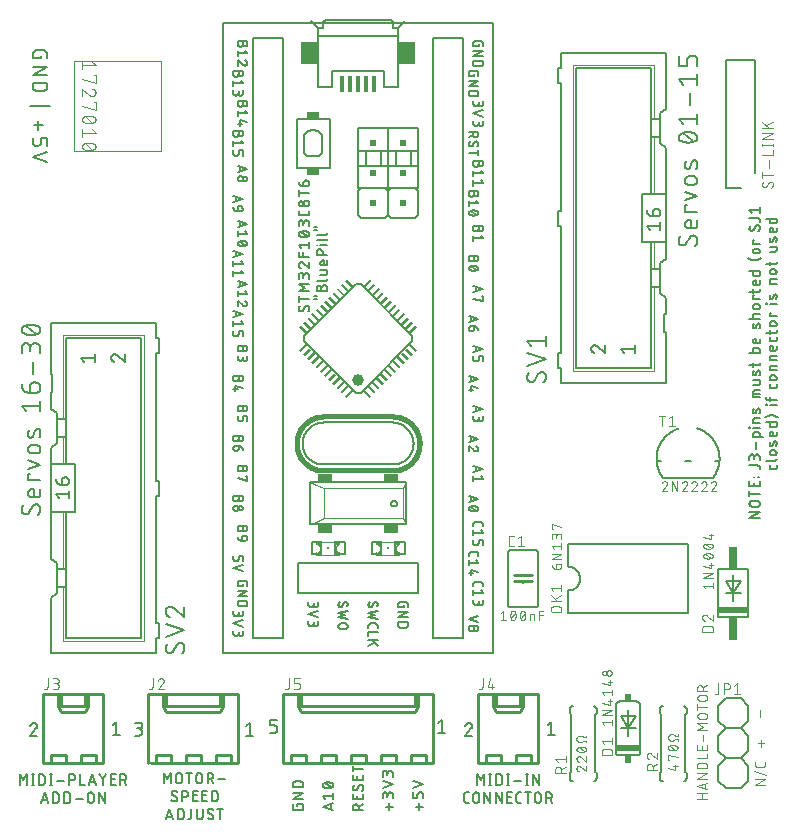
<source format=gto>
G04 EAGLE Gerber RS-274X export*
G75*
%MOMM*%
%FSLAX34Y34*%
%LPD*%
%INTop Silkscreen*%
%IPPOS*%
%AMOC8*
5,1,8,0,0,1.08239X$1,22.5*%
G01*
%ADD10C,0.203200*%
%ADD11C,0.127000*%
%ADD12C,0.101600*%
%ADD13C,0.254000*%
%ADD14C,0.152400*%
%ADD15R,2.032000X0.508000*%
%ADD16R,0.508000X0.635000*%
%ADD17R,2.540000X0.508000*%
%ADD18R,0.762000X1.905000*%
%ADD19C,0.100000*%
%ADD20C,0.076200*%
%ADD21C,1.000000*%
%ADD22R,0.750000X0.200000*%
%ADD23C,0.406400*%
%ADD24R,0.609600X0.609600*%
%ADD25R,1.016000X0.508000*%
%ADD26C,0.050800*%
%ADD27R,1.270000X0.762000*%
%ADD28R,0.500000X0.325000*%
%ADD29R,0.250000X0.150000*%
%ADD30R,0.175000X0.400000*%
%ADD31R,0.300000X0.300000*%
%ADD32R,0.075000X0.325000*%
%ADD33R,0.254000X0.254000*%
%ADD34R,0.381000X0.254000*%
%ADD35R,0.381000X1.397000*%
%ADD36R,1.460500X1.905000*%
%ADD37C,0.177800*%
%ADD38C,0.200000*%


D10*
X36237Y937646D02*
X36237Y935614D01*
X29464Y935614D01*
X29464Y939678D01*
X29466Y939779D01*
X29472Y939880D01*
X29481Y939981D01*
X29494Y940082D01*
X29511Y940182D01*
X29532Y940281D01*
X29556Y940379D01*
X29584Y940476D01*
X29616Y940573D01*
X29651Y940668D01*
X29690Y940761D01*
X29732Y940853D01*
X29778Y940944D01*
X29827Y941033D01*
X29879Y941119D01*
X29935Y941204D01*
X29993Y941287D01*
X30055Y941367D01*
X30120Y941445D01*
X30187Y941521D01*
X30257Y941594D01*
X30330Y941664D01*
X30406Y941731D01*
X30484Y941796D01*
X30564Y941858D01*
X30647Y941916D01*
X30732Y941972D01*
X30819Y942024D01*
X30907Y942073D01*
X30998Y942119D01*
X31090Y942161D01*
X31183Y942200D01*
X31278Y942235D01*
X31375Y942267D01*
X31472Y942295D01*
X31570Y942319D01*
X31669Y942340D01*
X31769Y942357D01*
X31870Y942370D01*
X31971Y942379D01*
X32072Y942385D01*
X32173Y942387D01*
X38947Y942387D01*
X39051Y942385D01*
X39154Y942379D01*
X39258Y942369D01*
X39361Y942355D01*
X39463Y942337D01*
X39564Y942316D01*
X39665Y942290D01*
X39764Y942261D01*
X39863Y942228D01*
X39960Y942191D01*
X40055Y942150D01*
X40149Y942106D01*
X40241Y942058D01*
X40331Y942007D01*
X40420Y941952D01*
X40506Y941894D01*
X40589Y941832D01*
X40671Y941768D01*
X40749Y941700D01*
X40825Y941630D01*
X40899Y941557D01*
X40969Y941480D01*
X41037Y941402D01*
X41101Y941320D01*
X41163Y941237D01*
X41221Y941151D01*
X41276Y941062D01*
X41327Y940972D01*
X41375Y940880D01*
X41419Y940786D01*
X41460Y940691D01*
X41497Y940594D01*
X41530Y940495D01*
X41559Y940396D01*
X41585Y940295D01*
X41606Y940194D01*
X41624Y940092D01*
X41638Y939989D01*
X41648Y939885D01*
X41654Y939782D01*
X41656Y939678D01*
X41656Y935614D01*
X41656Y928732D02*
X29464Y928732D01*
X29464Y921959D02*
X41656Y928732D01*
X41656Y921959D02*
X29464Y921959D01*
X29464Y915077D02*
X41656Y915077D01*
X41656Y911691D01*
X41654Y911575D01*
X41648Y911460D01*
X41638Y911345D01*
X41624Y911230D01*
X41607Y911116D01*
X41585Y911002D01*
X41560Y910889D01*
X41530Y910777D01*
X41497Y910666D01*
X41460Y910557D01*
X41420Y910448D01*
X41376Y910342D01*
X41328Y910236D01*
X41276Y910133D01*
X41221Y910031D01*
X41163Y909931D01*
X41101Y909833D01*
X41036Y909738D01*
X40968Y909644D01*
X40896Y909553D01*
X40822Y909465D01*
X40744Y909379D01*
X40664Y909296D01*
X40581Y909216D01*
X40495Y909138D01*
X40406Y909064D01*
X40316Y908992D01*
X40222Y908924D01*
X40127Y908859D01*
X40029Y908797D01*
X39929Y908739D01*
X39827Y908684D01*
X39724Y908632D01*
X39618Y908584D01*
X39512Y908540D01*
X39403Y908500D01*
X39294Y908463D01*
X39183Y908430D01*
X39071Y908400D01*
X38958Y908375D01*
X38844Y908353D01*
X38730Y908336D01*
X38615Y908322D01*
X38500Y908312D01*
X38385Y908306D01*
X38269Y908304D01*
X32851Y908304D01*
X32735Y908306D01*
X32620Y908312D01*
X32505Y908322D01*
X32390Y908336D01*
X32276Y908353D01*
X32162Y908375D01*
X32049Y908400D01*
X31937Y908430D01*
X31826Y908463D01*
X31717Y908500D01*
X31608Y908540D01*
X31502Y908584D01*
X31396Y908632D01*
X31293Y908684D01*
X31191Y908739D01*
X31091Y908797D01*
X30993Y908859D01*
X30898Y908924D01*
X30804Y908992D01*
X30714Y909064D01*
X30625Y909138D01*
X30539Y909216D01*
X30456Y909296D01*
X30376Y909379D01*
X30298Y909465D01*
X30224Y909554D01*
X30152Y909644D01*
X30084Y909738D01*
X30019Y909833D01*
X29957Y909931D01*
X29899Y910031D01*
X29844Y910133D01*
X29792Y910236D01*
X29744Y910342D01*
X29700Y910448D01*
X29660Y910557D01*
X29623Y910666D01*
X29590Y910777D01*
X29560Y910889D01*
X29535Y911002D01*
X29513Y911116D01*
X29496Y911230D01*
X29482Y911345D01*
X29472Y911460D01*
X29466Y911575D01*
X29464Y911691D01*
X29464Y915077D01*
X27432Y895475D02*
X43688Y895475D01*
X34205Y882897D02*
X34205Y874769D01*
X30141Y878833D02*
X38269Y878833D01*
X29464Y868565D02*
X29464Y864501D01*
X29466Y864400D01*
X29472Y864299D01*
X29481Y864198D01*
X29494Y864097D01*
X29511Y863997D01*
X29532Y863898D01*
X29556Y863800D01*
X29584Y863703D01*
X29616Y863606D01*
X29651Y863511D01*
X29690Y863418D01*
X29732Y863326D01*
X29778Y863235D01*
X29827Y863147D01*
X29879Y863060D01*
X29935Y862975D01*
X29993Y862892D01*
X30055Y862812D01*
X30120Y862734D01*
X30187Y862658D01*
X30257Y862585D01*
X30330Y862515D01*
X30406Y862448D01*
X30484Y862383D01*
X30564Y862321D01*
X30647Y862263D01*
X30732Y862207D01*
X30819Y862155D01*
X30907Y862106D01*
X30998Y862060D01*
X31090Y862018D01*
X31183Y861979D01*
X31278Y861944D01*
X31375Y861912D01*
X31472Y861884D01*
X31570Y861860D01*
X31669Y861839D01*
X31769Y861822D01*
X31870Y861809D01*
X31971Y861800D01*
X32072Y861794D01*
X32173Y861792D01*
X33528Y861792D01*
X33629Y861794D01*
X33730Y861800D01*
X33831Y861809D01*
X33932Y861822D01*
X34032Y861839D01*
X34131Y861860D01*
X34229Y861884D01*
X34326Y861912D01*
X34423Y861944D01*
X34518Y861979D01*
X34611Y862018D01*
X34703Y862060D01*
X34794Y862106D01*
X34882Y862155D01*
X34969Y862207D01*
X35054Y862263D01*
X35137Y862321D01*
X35217Y862383D01*
X35295Y862448D01*
X35371Y862515D01*
X35444Y862585D01*
X35514Y862658D01*
X35581Y862734D01*
X35646Y862812D01*
X35708Y862892D01*
X35766Y862975D01*
X35822Y863060D01*
X35874Y863147D01*
X35923Y863235D01*
X35969Y863326D01*
X36011Y863418D01*
X36050Y863511D01*
X36085Y863606D01*
X36117Y863703D01*
X36145Y863800D01*
X36169Y863898D01*
X36190Y863997D01*
X36207Y864097D01*
X36220Y864198D01*
X36229Y864299D01*
X36235Y864400D01*
X36237Y864501D01*
X36237Y868565D01*
X41656Y868565D01*
X41656Y861792D01*
X41656Y856441D02*
X29464Y852377D01*
X41656Y848313D01*
D11*
X300355Y299085D02*
X309245Y299085D01*
X300355Y299085D02*
X300355Y301554D01*
X300357Y301652D01*
X300363Y301750D01*
X300373Y301848D01*
X300386Y301945D01*
X300404Y302042D01*
X300425Y302138D01*
X300450Y302232D01*
X300479Y302326D01*
X300511Y302419D01*
X300548Y302510D01*
X300587Y302600D01*
X300631Y302688D01*
X300678Y302774D01*
X300728Y302859D01*
X300781Y302941D01*
X300838Y303021D01*
X300898Y303099D01*
X300961Y303174D01*
X301027Y303247D01*
X301096Y303317D01*
X301167Y303384D01*
X301241Y303449D01*
X301318Y303510D01*
X301397Y303569D01*
X301478Y303624D01*
X301561Y303676D01*
X301647Y303724D01*
X301734Y303769D01*
X301823Y303811D01*
X301913Y303849D01*
X302005Y303883D01*
X302098Y303914D01*
X302193Y303941D01*
X302288Y303964D01*
X302385Y303984D01*
X302481Y303999D01*
X302579Y304011D01*
X302677Y304019D01*
X302775Y304023D01*
X302873Y304023D01*
X302971Y304019D01*
X303069Y304011D01*
X303167Y303999D01*
X303263Y303984D01*
X303360Y303964D01*
X303455Y303941D01*
X303550Y303914D01*
X303643Y303883D01*
X303735Y303849D01*
X303825Y303811D01*
X303914Y303769D01*
X304001Y303724D01*
X304087Y303676D01*
X304170Y303624D01*
X304251Y303569D01*
X304330Y303510D01*
X304407Y303449D01*
X304481Y303384D01*
X304552Y303317D01*
X304621Y303247D01*
X304687Y303174D01*
X304750Y303099D01*
X304810Y303021D01*
X304867Y302941D01*
X304920Y302859D01*
X304970Y302774D01*
X305017Y302688D01*
X305061Y302600D01*
X305100Y302510D01*
X305137Y302419D01*
X305169Y302326D01*
X305198Y302232D01*
X305223Y302138D01*
X305244Y302042D01*
X305262Y301945D01*
X305275Y301848D01*
X305285Y301750D01*
X305291Y301652D01*
X305293Y301554D01*
X305294Y301554D02*
X305294Y299085D01*
X305294Y302048D02*
X309245Y304024D01*
X309245Y308481D02*
X309245Y312433D01*
X309245Y308481D02*
X300355Y308481D01*
X300355Y312433D01*
X304306Y311445D02*
X304306Y308481D01*
X309245Y318737D02*
X309243Y318823D01*
X309237Y318909D01*
X309228Y318995D01*
X309215Y319080D01*
X309198Y319165D01*
X309178Y319248D01*
X309154Y319331D01*
X309126Y319413D01*
X309095Y319493D01*
X309060Y319572D01*
X309022Y319649D01*
X308980Y319725D01*
X308936Y319799D01*
X308888Y319870D01*
X308837Y319940D01*
X308783Y320007D01*
X308726Y320072D01*
X308666Y320134D01*
X308604Y320194D01*
X308539Y320251D01*
X308472Y320305D01*
X308402Y320356D01*
X308331Y320404D01*
X308257Y320448D01*
X308181Y320490D01*
X308104Y320528D01*
X308025Y320563D01*
X307945Y320594D01*
X307863Y320622D01*
X307780Y320646D01*
X307697Y320666D01*
X307612Y320683D01*
X307527Y320696D01*
X307441Y320705D01*
X307355Y320711D01*
X307269Y320713D01*
X309246Y318737D02*
X309244Y318610D01*
X309238Y318484D01*
X309229Y318357D01*
X309215Y318231D01*
X309198Y318106D01*
X309177Y317981D01*
X309152Y317856D01*
X309123Y317733D01*
X309091Y317610D01*
X309055Y317489D01*
X309015Y317368D01*
X308972Y317249D01*
X308925Y317132D01*
X308874Y317015D01*
X308820Y316901D01*
X308763Y316788D01*
X308702Y316677D01*
X308638Y316567D01*
X308570Y316460D01*
X308500Y316355D01*
X308426Y316252D01*
X308349Y316151D01*
X308269Y316053D01*
X308186Y315957D01*
X308100Y315864D01*
X308011Y315773D01*
X302331Y316020D02*
X302245Y316022D01*
X302159Y316028D01*
X302073Y316037D01*
X301988Y316050D01*
X301903Y316067D01*
X301820Y316087D01*
X301737Y316111D01*
X301655Y316139D01*
X301575Y316170D01*
X301496Y316205D01*
X301419Y316243D01*
X301343Y316285D01*
X301269Y316329D01*
X301198Y316377D01*
X301128Y316428D01*
X301061Y316482D01*
X300996Y316539D01*
X300934Y316599D01*
X300874Y316661D01*
X300817Y316726D01*
X300763Y316793D01*
X300712Y316863D01*
X300664Y316934D01*
X300620Y317008D01*
X300578Y317084D01*
X300540Y317161D01*
X300505Y317240D01*
X300474Y317320D01*
X300446Y317402D01*
X300422Y317485D01*
X300402Y317568D01*
X300385Y317653D01*
X300372Y317738D01*
X300363Y317824D01*
X300357Y317910D01*
X300355Y317996D01*
X300357Y318115D01*
X300363Y318234D01*
X300372Y318353D01*
X300386Y318471D01*
X300403Y318589D01*
X300424Y318707D01*
X300449Y318823D01*
X300477Y318939D01*
X300509Y319054D01*
X300545Y319167D01*
X300585Y319280D01*
X300628Y319391D01*
X300674Y319501D01*
X300724Y319609D01*
X300778Y319715D01*
X300835Y319820D01*
X300895Y319922D01*
X300959Y320023D01*
X301026Y320122D01*
X301096Y320218D01*
X304059Y317009D02*
X304014Y316935D01*
X303965Y316863D01*
X303913Y316793D01*
X303858Y316726D01*
X303800Y316661D01*
X303740Y316599D01*
X303677Y316540D01*
X303611Y316483D01*
X303543Y316429D01*
X303473Y316378D01*
X303401Y316330D01*
X303326Y316285D01*
X303250Y316244D01*
X303172Y316206D01*
X303092Y316171D01*
X303011Y316140D01*
X302929Y316112D01*
X302846Y316088D01*
X302762Y316068D01*
X302676Y316051D01*
X302591Y316038D01*
X302504Y316029D01*
X302418Y316023D01*
X302331Y316021D01*
X305541Y319724D02*
X305586Y319798D01*
X305635Y319870D01*
X305687Y319940D01*
X305742Y320007D01*
X305800Y320072D01*
X305860Y320134D01*
X305923Y320194D01*
X305989Y320250D01*
X306057Y320304D01*
X306127Y320355D01*
X306199Y320403D01*
X306274Y320448D01*
X306350Y320489D01*
X306428Y320527D01*
X306508Y320562D01*
X306589Y320593D01*
X306671Y320621D01*
X306754Y320645D01*
X306838Y320665D01*
X306924Y320682D01*
X307009Y320695D01*
X307096Y320704D01*
X307182Y320710D01*
X307269Y320712D01*
X305541Y319725D02*
X304059Y317008D01*
X309245Y324941D02*
X309245Y328892D01*
X309245Y324941D02*
X300355Y324941D01*
X300355Y328892D01*
X304306Y327904D02*
X304306Y324941D01*
X300355Y334397D02*
X309245Y334397D01*
X300355Y331928D02*
X300355Y336867D01*
X331188Y305012D02*
X331188Y299085D01*
X334151Y302048D02*
X328224Y302048D01*
X334645Y309332D02*
X334645Y311802D01*
X334643Y311900D01*
X334637Y311998D01*
X334627Y312096D01*
X334614Y312193D01*
X334596Y312290D01*
X334575Y312386D01*
X334550Y312480D01*
X334521Y312574D01*
X334489Y312667D01*
X334452Y312758D01*
X334413Y312848D01*
X334369Y312936D01*
X334322Y313022D01*
X334272Y313107D01*
X334219Y313189D01*
X334162Y313269D01*
X334102Y313347D01*
X334039Y313422D01*
X333973Y313495D01*
X333904Y313565D01*
X333833Y313632D01*
X333759Y313697D01*
X333682Y313758D01*
X333603Y313817D01*
X333522Y313872D01*
X333439Y313924D01*
X333353Y313972D01*
X333266Y314017D01*
X333177Y314059D01*
X333087Y314097D01*
X332995Y314131D01*
X332902Y314162D01*
X332807Y314189D01*
X332712Y314212D01*
X332615Y314232D01*
X332519Y314247D01*
X332421Y314259D01*
X332323Y314267D01*
X332225Y314271D01*
X332127Y314271D01*
X332029Y314267D01*
X331931Y314259D01*
X331833Y314247D01*
X331737Y314232D01*
X331640Y314212D01*
X331545Y314189D01*
X331450Y314162D01*
X331357Y314131D01*
X331265Y314097D01*
X331175Y314059D01*
X331086Y314017D01*
X330999Y313972D01*
X330913Y313924D01*
X330830Y313872D01*
X330749Y313817D01*
X330670Y313758D01*
X330593Y313697D01*
X330519Y313632D01*
X330448Y313565D01*
X330379Y313495D01*
X330313Y313422D01*
X330250Y313347D01*
X330190Y313269D01*
X330133Y313189D01*
X330080Y313107D01*
X330030Y313022D01*
X329983Y312936D01*
X329939Y312848D01*
X329900Y312758D01*
X329863Y312667D01*
X329831Y312574D01*
X329802Y312480D01*
X329777Y312386D01*
X329756Y312290D01*
X329738Y312193D01*
X329725Y312096D01*
X329715Y311998D01*
X329709Y311900D01*
X329707Y311802D01*
X325755Y312296D02*
X325755Y309332D01*
X325755Y312296D02*
X325757Y312383D01*
X325763Y312471D01*
X325772Y312558D01*
X325786Y312644D01*
X325803Y312730D01*
X325824Y312814D01*
X325849Y312898D01*
X325878Y312981D01*
X325910Y313062D01*
X325945Y313142D01*
X325984Y313220D01*
X326027Y313297D01*
X326073Y313371D01*
X326122Y313443D01*
X326174Y313513D01*
X326230Y313581D01*
X326288Y313646D01*
X326349Y313709D01*
X326413Y313768D01*
X326480Y313825D01*
X326548Y313879D01*
X326620Y313930D01*
X326693Y313977D01*
X326768Y314022D01*
X326846Y314063D01*
X326925Y314100D01*
X327005Y314134D01*
X327087Y314164D01*
X327170Y314191D01*
X327255Y314214D01*
X327340Y314233D01*
X327426Y314248D01*
X327513Y314260D01*
X327600Y314268D01*
X327687Y314272D01*
X327775Y314272D01*
X327862Y314268D01*
X327949Y314260D01*
X328036Y314248D01*
X328122Y314233D01*
X328207Y314214D01*
X328292Y314191D01*
X328375Y314164D01*
X328457Y314134D01*
X328537Y314100D01*
X328616Y314063D01*
X328694Y314022D01*
X328769Y313977D01*
X328842Y313930D01*
X328914Y313879D01*
X328982Y313825D01*
X329049Y313768D01*
X329113Y313709D01*
X329174Y313646D01*
X329232Y313581D01*
X329288Y313513D01*
X329340Y313443D01*
X329389Y313371D01*
X329435Y313297D01*
X329478Y313220D01*
X329517Y313142D01*
X329552Y313062D01*
X329584Y312981D01*
X329613Y312898D01*
X329638Y312814D01*
X329659Y312730D01*
X329676Y312644D01*
X329690Y312558D01*
X329699Y312471D01*
X329705Y312383D01*
X329707Y312296D01*
X329706Y312296D02*
X329706Y310320D01*
X325755Y317983D02*
X334645Y320946D01*
X325755Y323909D01*
X334645Y327620D02*
X334645Y330090D01*
X334643Y330188D01*
X334637Y330286D01*
X334627Y330384D01*
X334614Y330481D01*
X334596Y330578D01*
X334575Y330674D01*
X334550Y330768D01*
X334521Y330862D01*
X334489Y330955D01*
X334452Y331046D01*
X334413Y331136D01*
X334369Y331224D01*
X334322Y331310D01*
X334272Y331395D01*
X334219Y331477D01*
X334162Y331557D01*
X334102Y331635D01*
X334039Y331710D01*
X333973Y331783D01*
X333904Y331853D01*
X333833Y331920D01*
X333759Y331985D01*
X333682Y332046D01*
X333603Y332105D01*
X333522Y332160D01*
X333439Y332212D01*
X333353Y332260D01*
X333266Y332305D01*
X333177Y332347D01*
X333087Y332385D01*
X332995Y332419D01*
X332902Y332450D01*
X332807Y332477D01*
X332712Y332500D01*
X332615Y332520D01*
X332519Y332535D01*
X332421Y332547D01*
X332323Y332555D01*
X332225Y332559D01*
X332127Y332559D01*
X332029Y332555D01*
X331931Y332547D01*
X331833Y332535D01*
X331737Y332520D01*
X331640Y332500D01*
X331545Y332477D01*
X331450Y332450D01*
X331357Y332419D01*
X331265Y332385D01*
X331175Y332347D01*
X331086Y332305D01*
X330999Y332260D01*
X330913Y332212D01*
X330830Y332160D01*
X330749Y332105D01*
X330670Y332046D01*
X330593Y331985D01*
X330519Y331920D01*
X330448Y331853D01*
X330379Y331783D01*
X330313Y331710D01*
X330250Y331635D01*
X330190Y331557D01*
X330133Y331477D01*
X330080Y331395D01*
X330030Y331310D01*
X329983Y331224D01*
X329939Y331136D01*
X329900Y331046D01*
X329863Y330955D01*
X329831Y330862D01*
X329802Y330768D01*
X329777Y330674D01*
X329756Y330578D01*
X329738Y330481D01*
X329725Y330384D01*
X329715Y330286D01*
X329709Y330188D01*
X329707Y330090D01*
X325755Y330584D02*
X325755Y327620D01*
X325755Y330584D02*
X325757Y330671D01*
X325763Y330759D01*
X325772Y330846D01*
X325786Y330932D01*
X325803Y331018D01*
X325824Y331102D01*
X325849Y331186D01*
X325878Y331269D01*
X325910Y331350D01*
X325945Y331430D01*
X325984Y331508D01*
X326027Y331585D01*
X326073Y331659D01*
X326122Y331731D01*
X326174Y331801D01*
X326230Y331869D01*
X326288Y331934D01*
X326349Y331997D01*
X326413Y332056D01*
X326480Y332113D01*
X326548Y332167D01*
X326620Y332218D01*
X326693Y332265D01*
X326768Y332310D01*
X326846Y332351D01*
X326925Y332388D01*
X327005Y332422D01*
X327087Y332452D01*
X327170Y332479D01*
X327255Y332502D01*
X327340Y332521D01*
X327426Y332536D01*
X327513Y332548D01*
X327600Y332556D01*
X327687Y332560D01*
X327775Y332560D01*
X327862Y332556D01*
X327949Y332548D01*
X328036Y332536D01*
X328122Y332521D01*
X328207Y332502D01*
X328292Y332479D01*
X328375Y332452D01*
X328457Y332422D01*
X328537Y332388D01*
X328616Y332351D01*
X328694Y332310D01*
X328769Y332265D01*
X328842Y332218D01*
X328914Y332167D01*
X328982Y332113D01*
X329049Y332056D01*
X329113Y331997D01*
X329174Y331934D01*
X329232Y331869D01*
X329288Y331801D01*
X329340Y331731D01*
X329389Y331659D01*
X329435Y331585D01*
X329478Y331508D01*
X329517Y331430D01*
X329552Y331350D01*
X329584Y331269D01*
X329613Y331186D01*
X329638Y331102D01*
X329659Y331018D01*
X329676Y330932D01*
X329690Y330846D01*
X329699Y330759D01*
X329705Y330671D01*
X329707Y330584D01*
X329706Y330584D02*
X329706Y328608D01*
X356588Y305012D02*
X356588Y299085D01*
X359551Y302048D02*
X353624Y302048D01*
X360045Y309332D02*
X360045Y312296D01*
X360043Y312385D01*
X360037Y312473D01*
X360027Y312561D01*
X360013Y312649D01*
X359995Y312736D01*
X359974Y312822D01*
X359948Y312907D01*
X359919Y312990D01*
X359886Y313073D01*
X359849Y313153D01*
X359809Y313232D01*
X359765Y313309D01*
X359718Y313385D01*
X359668Y313457D01*
X359614Y313528D01*
X359557Y313596D01*
X359497Y313662D01*
X359435Y313724D01*
X359369Y313784D01*
X359301Y313841D01*
X359230Y313895D01*
X359158Y313945D01*
X359083Y313992D01*
X359005Y314036D01*
X358926Y314076D01*
X358846Y314113D01*
X358763Y314146D01*
X358680Y314175D01*
X358595Y314201D01*
X358509Y314222D01*
X358422Y314240D01*
X358334Y314254D01*
X358246Y314264D01*
X358158Y314270D01*
X358069Y314272D01*
X358069Y314271D02*
X357082Y314271D01*
X357082Y314272D02*
X356996Y314270D01*
X356910Y314264D01*
X356824Y314255D01*
X356739Y314242D01*
X356654Y314225D01*
X356571Y314205D01*
X356488Y314181D01*
X356406Y314153D01*
X356326Y314122D01*
X356247Y314087D01*
X356170Y314049D01*
X356094Y314007D01*
X356020Y313963D01*
X355949Y313915D01*
X355879Y313864D01*
X355812Y313810D01*
X355747Y313753D01*
X355685Y313693D01*
X355625Y313631D01*
X355568Y313566D01*
X355514Y313499D01*
X355463Y313429D01*
X355415Y313358D01*
X355371Y313284D01*
X355329Y313208D01*
X355291Y313131D01*
X355256Y313052D01*
X355225Y312972D01*
X355197Y312890D01*
X355173Y312807D01*
X355153Y312724D01*
X355136Y312639D01*
X355123Y312554D01*
X355114Y312468D01*
X355108Y312382D01*
X355106Y312296D01*
X355106Y309332D01*
X351155Y309332D01*
X351155Y314271D01*
X351155Y317983D02*
X360045Y320946D01*
X351155Y323909D01*
X253506Y304024D02*
X253506Y302542D01*
X253506Y304024D02*
X258445Y304024D01*
X258445Y301061D01*
X258443Y300972D01*
X258437Y300884D01*
X258427Y300796D01*
X258413Y300708D01*
X258395Y300621D01*
X258374Y300535D01*
X258348Y300450D01*
X258319Y300367D01*
X258286Y300284D01*
X258249Y300204D01*
X258209Y300125D01*
X258165Y300048D01*
X258118Y299972D01*
X258068Y299900D01*
X258014Y299829D01*
X257957Y299761D01*
X257897Y299695D01*
X257835Y299633D01*
X257769Y299573D01*
X257701Y299516D01*
X257630Y299462D01*
X257558Y299412D01*
X257483Y299365D01*
X257405Y299321D01*
X257326Y299281D01*
X257246Y299244D01*
X257163Y299211D01*
X257080Y299182D01*
X256995Y299156D01*
X256909Y299135D01*
X256822Y299117D01*
X256734Y299103D01*
X256646Y299093D01*
X256558Y299087D01*
X256469Y299085D01*
X251531Y299085D01*
X251442Y299087D01*
X251354Y299093D01*
X251266Y299103D01*
X251178Y299117D01*
X251091Y299135D01*
X251005Y299156D01*
X250920Y299182D01*
X250837Y299211D01*
X250754Y299244D01*
X250674Y299281D01*
X250595Y299321D01*
X250518Y299365D01*
X250442Y299412D01*
X250370Y299462D01*
X250299Y299516D01*
X250231Y299573D01*
X250165Y299633D01*
X250103Y299695D01*
X250043Y299761D01*
X249986Y299829D01*
X249932Y299900D01*
X249882Y299972D01*
X249835Y300047D01*
X249791Y300125D01*
X249751Y300204D01*
X249714Y300284D01*
X249681Y300367D01*
X249652Y300450D01*
X249626Y300535D01*
X249605Y300621D01*
X249587Y300708D01*
X249573Y300796D01*
X249563Y300884D01*
X249557Y300972D01*
X249555Y301061D01*
X249555Y304024D01*
X249555Y308839D02*
X258445Y308839D01*
X258445Y313777D02*
X249555Y308839D01*
X249555Y313777D02*
X258445Y313777D01*
X258445Y318592D02*
X249555Y318592D01*
X249555Y321062D01*
X249557Y321159D01*
X249563Y321256D01*
X249572Y321352D01*
X249585Y321448D01*
X249602Y321544D01*
X249623Y321638D01*
X249648Y321732D01*
X249676Y321825D01*
X249708Y321917D01*
X249743Y322007D01*
X249782Y322096D01*
X249824Y322183D01*
X249870Y322268D01*
X249919Y322352D01*
X249971Y322434D01*
X250027Y322513D01*
X250085Y322591D01*
X250147Y322665D01*
X250211Y322738D01*
X250278Y322808D01*
X250348Y322875D01*
X250421Y322939D01*
X250495Y323001D01*
X250573Y323059D01*
X250652Y323115D01*
X250734Y323167D01*
X250818Y323216D01*
X250903Y323262D01*
X250990Y323304D01*
X251079Y323343D01*
X251169Y323378D01*
X251261Y323410D01*
X251354Y323438D01*
X251448Y323463D01*
X251542Y323484D01*
X251638Y323501D01*
X251734Y323514D01*
X251830Y323523D01*
X251927Y323529D01*
X252024Y323531D01*
X255976Y323531D01*
X256073Y323529D01*
X256170Y323523D01*
X256266Y323514D01*
X256362Y323501D01*
X256458Y323484D01*
X256552Y323463D01*
X256646Y323438D01*
X256739Y323410D01*
X256831Y323378D01*
X256921Y323343D01*
X257010Y323304D01*
X257097Y323262D01*
X257182Y323216D01*
X257266Y323167D01*
X257348Y323115D01*
X257427Y323059D01*
X257505Y323001D01*
X257579Y322939D01*
X257652Y322875D01*
X257722Y322808D01*
X257789Y322738D01*
X257853Y322665D01*
X257915Y322591D01*
X257973Y322513D01*
X258029Y322434D01*
X258081Y322352D01*
X258130Y322268D01*
X258176Y322183D01*
X258218Y322096D01*
X258257Y322007D01*
X258292Y321917D01*
X258324Y321825D01*
X258352Y321732D01*
X258377Y321638D01*
X258398Y321544D01*
X258415Y321448D01*
X258428Y321352D01*
X258437Y321256D01*
X258443Y321159D01*
X258445Y321062D01*
X258445Y318592D01*
X274955Y302048D02*
X283845Y299085D01*
X283845Y305012D02*
X274955Y302048D01*
X281623Y304271D02*
X281623Y299826D01*
X276931Y308723D02*
X274955Y311192D01*
X283845Y311192D01*
X283845Y308723D02*
X283845Y313662D01*
X279400Y317867D02*
X279225Y317869D01*
X279050Y317875D01*
X278876Y317886D01*
X278701Y317900D01*
X278528Y317919D01*
X278354Y317942D01*
X278181Y317969D01*
X278009Y318000D01*
X277838Y318035D01*
X277668Y318075D01*
X277498Y318118D01*
X277330Y318166D01*
X277163Y318217D01*
X276997Y318272D01*
X276832Y318332D01*
X276669Y318395D01*
X276508Y318462D01*
X276348Y318533D01*
X276190Y318608D01*
X276189Y318608D02*
X276111Y318637D01*
X276033Y318669D01*
X275958Y318706D01*
X275884Y318745D01*
X275812Y318788D01*
X275741Y318834D01*
X275674Y318884D01*
X275608Y318936D01*
X275545Y318991D01*
X275485Y319050D01*
X275427Y319111D01*
X275372Y319174D01*
X275320Y319240D01*
X275271Y319309D01*
X275226Y319379D01*
X275183Y319451D01*
X275144Y319526D01*
X275109Y319602D01*
X275077Y319679D01*
X275049Y319758D01*
X275024Y319839D01*
X275003Y319920D01*
X274986Y320002D01*
X274972Y320085D01*
X274963Y320168D01*
X274957Y320252D01*
X274955Y320336D01*
X274957Y320420D01*
X274963Y320504D01*
X274972Y320587D01*
X274986Y320670D01*
X275003Y320752D01*
X275024Y320833D01*
X275049Y320914D01*
X275077Y320993D01*
X275109Y321070D01*
X275144Y321146D01*
X275183Y321221D01*
X275226Y321293D01*
X275271Y321364D01*
X275320Y321432D01*
X275372Y321498D01*
X275427Y321561D01*
X275485Y321622D01*
X275545Y321681D01*
X275608Y321736D01*
X275674Y321788D01*
X275741Y321838D01*
X275812Y321884D01*
X275884Y321927D01*
X275958Y321966D01*
X276033Y322003D01*
X276111Y322035D01*
X276190Y322064D01*
X276190Y322065D02*
X276348Y322140D01*
X276508Y322211D01*
X276669Y322278D01*
X276832Y322341D01*
X276997Y322401D01*
X277163Y322456D01*
X277330Y322507D01*
X277498Y322555D01*
X277668Y322598D01*
X277838Y322638D01*
X278009Y322673D01*
X278181Y322704D01*
X278354Y322731D01*
X278528Y322754D01*
X278701Y322773D01*
X278876Y322787D01*
X279050Y322798D01*
X279225Y322804D01*
X279400Y322806D01*
X279400Y317867D02*
X279575Y317869D01*
X279750Y317875D01*
X279924Y317886D01*
X280099Y317900D01*
X280272Y317919D01*
X280446Y317942D01*
X280619Y317969D01*
X280791Y318000D01*
X280962Y318035D01*
X281132Y318075D01*
X281302Y318118D01*
X281470Y318166D01*
X281637Y318217D01*
X281803Y318272D01*
X281968Y318332D01*
X282131Y318395D01*
X282292Y318462D01*
X282452Y318533D01*
X282610Y318608D01*
X282611Y318608D02*
X282689Y318637D01*
X282767Y318669D01*
X282842Y318706D01*
X282916Y318745D01*
X282989Y318788D01*
X283059Y318834D01*
X283126Y318884D01*
X283192Y318936D01*
X283255Y318992D01*
X283316Y319050D01*
X283373Y319111D01*
X283428Y319174D01*
X283480Y319240D01*
X283529Y319309D01*
X283574Y319379D01*
X283617Y319451D01*
X283656Y319526D01*
X283691Y319602D01*
X283723Y319680D01*
X283751Y319759D01*
X283776Y319839D01*
X283797Y319920D01*
X283814Y320002D01*
X283828Y320085D01*
X283837Y320168D01*
X283843Y320252D01*
X283845Y320336D01*
X282610Y322065D02*
X282452Y322140D01*
X282292Y322211D01*
X282131Y322278D01*
X281968Y322341D01*
X281803Y322401D01*
X281637Y322456D01*
X281470Y322507D01*
X281302Y322555D01*
X281132Y322598D01*
X280962Y322638D01*
X280791Y322673D01*
X280619Y322704D01*
X280446Y322731D01*
X280272Y322754D01*
X280099Y322773D01*
X279924Y322787D01*
X279750Y322798D01*
X279575Y322804D01*
X279400Y322806D01*
X282611Y322064D02*
X282689Y322035D01*
X282767Y322003D01*
X282842Y321966D01*
X282916Y321927D01*
X282989Y321884D01*
X283059Y321838D01*
X283126Y321788D01*
X283192Y321736D01*
X283255Y321680D01*
X283315Y321622D01*
X283373Y321561D01*
X283428Y321498D01*
X283480Y321432D01*
X283529Y321363D01*
X283574Y321293D01*
X283617Y321221D01*
X283656Y321146D01*
X283691Y321070D01*
X283723Y320993D01*
X283751Y320914D01*
X283776Y320833D01*
X283797Y320752D01*
X283814Y320670D01*
X283828Y320587D01*
X283837Y320504D01*
X283843Y320420D01*
X283845Y320336D01*
X281869Y318361D02*
X276931Y322312D01*
D12*
X511556Y373606D02*
X513362Y371348D01*
X511556Y373606D02*
X519684Y373606D01*
X519684Y371348D02*
X519684Y375864D01*
X519684Y379852D02*
X511556Y379852D01*
X519684Y384367D01*
X511556Y384367D01*
X511556Y390162D02*
X517878Y388356D01*
X517878Y392871D01*
X516072Y391517D02*
X519684Y391517D01*
X513362Y396585D02*
X511556Y398843D01*
X519684Y398843D01*
X519684Y396585D02*
X519684Y401101D01*
X517878Y404815D02*
X511556Y406621D01*
X517878Y404815D02*
X517878Y409331D01*
X516072Y407976D02*
X519684Y407976D01*
X517426Y413044D02*
X517333Y413046D01*
X517240Y413052D01*
X517147Y413061D01*
X517054Y413075D01*
X516963Y413092D01*
X516872Y413113D01*
X516782Y413138D01*
X516693Y413166D01*
X516605Y413198D01*
X516519Y413234D01*
X516434Y413273D01*
X516351Y413316D01*
X516270Y413362D01*
X516191Y413412D01*
X516114Y413464D01*
X516039Y413520D01*
X515967Y413579D01*
X515897Y413641D01*
X515829Y413705D01*
X515765Y413773D01*
X515703Y413843D01*
X515644Y413915D01*
X515588Y413990D01*
X515536Y414067D01*
X515486Y414146D01*
X515440Y414227D01*
X515397Y414310D01*
X515358Y414395D01*
X515322Y414481D01*
X515290Y414569D01*
X515262Y414658D01*
X515237Y414748D01*
X515216Y414839D01*
X515199Y414930D01*
X515185Y415023D01*
X515176Y415116D01*
X515170Y415209D01*
X515168Y415302D01*
X515170Y415395D01*
X515176Y415488D01*
X515185Y415581D01*
X515199Y415674D01*
X515216Y415765D01*
X515237Y415856D01*
X515262Y415946D01*
X515290Y416035D01*
X515322Y416123D01*
X515358Y416209D01*
X515397Y416294D01*
X515440Y416377D01*
X515486Y416458D01*
X515536Y416537D01*
X515588Y416614D01*
X515644Y416689D01*
X515703Y416761D01*
X515765Y416831D01*
X515829Y416899D01*
X515897Y416963D01*
X515967Y417025D01*
X516039Y417084D01*
X516114Y417140D01*
X516191Y417192D01*
X516270Y417242D01*
X516351Y417288D01*
X516434Y417331D01*
X516519Y417370D01*
X516605Y417406D01*
X516693Y417438D01*
X516782Y417466D01*
X516872Y417491D01*
X516963Y417512D01*
X517054Y417529D01*
X517147Y417543D01*
X517240Y417552D01*
X517333Y417558D01*
X517426Y417560D01*
X517519Y417558D01*
X517612Y417552D01*
X517705Y417543D01*
X517798Y417529D01*
X517889Y417512D01*
X517980Y417491D01*
X518070Y417466D01*
X518159Y417438D01*
X518247Y417406D01*
X518333Y417370D01*
X518418Y417331D01*
X518501Y417288D01*
X518582Y417242D01*
X518661Y417192D01*
X518738Y417140D01*
X518813Y417084D01*
X518885Y417025D01*
X518955Y416963D01*
X519023Y416899D01*
X519087Y416831D01*
X519149Y416761D01*
X519208Y416689D01*
X519264Y416614D01*
X519316Y416537D01*
X519366Y416458D01*
X519412Y416377D01*
X519455Y416294D01*
X519494Y416209D01*
X519530Y416123D01*
X519562Y416035D01*
X519590Y415946D01*
X519615Y415856D01*
X519636Y415765D01*
X519653Y415674D01*
X519667Y415581D01*
X519676Y415488D01*
X519682Y415395D01*
X519684Y415302D01*
X519682Y415209D01*
X519676Y415116D01*
X519667Y415023D01*
X519653Y414930D01*
X519636Y414839D01*
X519615Y414748D01*
X519590Y414658D01*
X519562Y414569D01*
X519530Y414481D01*
X519494Y414395D01*
X519455Y414310D01*
X519412Y414227D01*
X519366Y414146D01*
X519316Y414067D01*
X519264Y413990D01*
X519208Y413915D01*
X519149Y413843D01*
X519087Y413773D01*
X519023Y413705D01*
X518955Y413641D01*
X518885Y413579D01*
X518813Y413520D01*
X518738Y413464D01*
X518661Y413412D01*
X518582Y413362D01*
X518501Y413316D01*
X518418Y413273D01*
X518333Y413234D01*
X518247Y413198D01*
X518159Y413166D01*
X518070Y413138D01*
X517980Y413113D01*
X517889Y413092D01*
X517798Y413075D01*
X517705Y413061D01*
X517612Y413052D01*
X517519Y413046D01*
X517426Y413044D01*
X513362Y413496D02*
X513279Y413498D01*
X513195Y413504D01*
X513112Y413513D01*
X513030Y413527D01*
X512949Y413544D01*
X512868Y413565D01*
X512788Y413590D01*
X512710Y413618D01*
X512633Y413650D01*
X512557Y413685D01*
X512483Y413724D01*
X512411Y413767D01*
X512341Y413812D01*
X512274Y413861D01*
X512208Y413913D01*
X512145Y413967D01*
X512085Y414025D01*
X512027Y414085D01*
X511973Y414148D01*
X511921Y414214D01*
X511872Y414281D01*
X511827Y414351D01*
X511784Y414423D01*
X511745Y414497D01*
X511710Y414573D01*
X511678Y414650D01*
X511650Y414728D01*
X511625Y414808D01*
X511604Y414889D01*
X511587Y414970D01*
X511573Y415052D01*
X511564Y415135D01*
X511558Y415219D01*
X511556Y415302D01*
X511558Y415385D01*
X511564Y415469D01*
X511573Y415552D01*
X511587Y415634D01*
X511604Y415715D01*
X511625Y415796D01*
X511650Y415876D01*
X511678Y415954D01*
X511710Y416031D01*
X511745Y416107D01*
X511784Y416181D01*
X511827Y416253D01*
X511872Y416323D01*
X511921Y416390D01*
X511973Y416456D01*
X512027Y416519D01*
X512085Y416579D01*
X512145Y416637D01*
X512208Y416691D01*
X512274Y416743D01*
X512341Y416792D01*
X512411Y416837D01*
X512483Y416880D01*
X512557Y416919D01*
X512633Y416954D01*
X512710Y416986D01*
X512788Y417014D01*
X512868Y417039D01*
X512949Y417060D01*
X513030Y417077D01*
X513112Y417091D01*
X513195Y417100D01*
X513279Y417106D01*
X513362Y417108D01*
X513445Y417106D01*
X513529Y417100D01*
X513612Y417091D01*
X513694Y417077D01*
X513775Y417060D01*
X513856Y417039D01*
X513936Y417014D01*
X514014Y416986D01*
X514091Y416954D01*
X514167Y416919D01*
X514241Y416880D01*
X514313Y416837D01*
X514383Y416792D01*
X514450Y416743D01*
X514516Y416691D01*
X514579Y416637D01*
X514639Y416579D01*
X514697Y416519D01*
X514751Y416456D01*
X514803Y416390D01*
X514852Y416323D01*
X514897Y416253D01*
X514940Y416181D01*
X514979Y416107D01*
X515014Y416031D01*
X515046Y415954D01*
X515074Y415876D01*
X515099Y415796D01*
X515120Y415715D01*
X515137Y415634D01*
X515151Y415552D01*
X515160Y415469D01*
X515166Y415385D01*
X515168Y415302D01*
X515166Y415219D01*
X515160Y415135D01*
X515151Y415052D01*
X515137Y414970D01*
X515120Y414889D01*
X515099Y414808D01*
X515074Y414728D01*
X515046Y414650D01*
X515014Y414573D01*
X514979Y414497D01*
X514940Y414423D01*
X514897Y414351D01*
X514852Y414281D01*
X514803Y414214D01*
X514751Y414148D01*
X514697Y414085D01*
X514639Y414025D01*
X514579Y413967D01*
X514516Y413913D01*
X514450Y413861D01*
X514383Y413812D01*
X514313Y413767D01*
X514241Y413724D01*
X514167Y413685D01*
X514091Y413650D01*
X514014Y413618D01*
X513936Y413590D01*
X513856Y413565D01*
X513775Y413544D01*
X513694Y413527D01*
X513612Y413513D01*
X513529Y413504D01*
X513445Y413498D01*
X513362Y413496D01*
X641096Y320864D02*
X649224Y320864D01*
X649224Y325380D02*
X641096Y320864D01*
X641096Y325380D02*
X649224Y325380D01*
X650127Y328997D02*
X640193Y332609D01*
X649224Y337730D02*
X649224Y339536D01*
X649224Y337730D02*
X649222Y337647D01*
X649216Y337563D01*
X649207Y337480D01*
X649193Y337398D01*
X649176Y337317D01*
X649155Y337236D01*
X649130Y337156D01*
X649102Y337078D01*
X649070Y337001D01*
X649035Y336925D01*
X648996Y336851D01*
X648953Y336779D01*
X648908Y336709D01*
X648859Y336642D01*
X648807Y336576D01*
X648753Y336513D01*
X648695Y336453D01*
X648635Y336395D01*
X648572Y336341D01*
X648506Y336289D01*
X648439Y336240D01*
X648369Y336195D01*
X648297Y336152D01*
X648223Y336113D01*
X648148Y336078D01*
X648070Y336046D01*
X647992Y336018D01*
X647912Y335993D01*
X647832Y335972D01*
X647750Y335955D01*
X647668Y335941D01*
X647585Y335932D01*
X647501Y335926D01*
X647418Y335924D01*
X647418Y335923D02*
X642902Y335923D01*
X642902Y335924D02*
X642819Y335926D01*
X642735Y335932D01*
X642652Y335941D01*
X642570Y335955D01*
X642489Y335972D01*
X642408Y335993D01*
X642328Y336018D01*
X642250Y336046D01*
X642173Y336078D01*
X642097Y336113D01*
X642023Y336152D01*
X641951Y336195D01*
X641881Y336240D01*
X641814Y336289D01*
X641748Y336341D01*
X641685Y336395D01*
X641625Y336453D01*
X641567Y336513D01*
X641513Y336576D01*
X641461Y336642D01*
X641412Y336709D01*
X641367Y336779D01*
X641324Y336851D01*
X641285Y336925D01*
X641250Y337000D01*
X641218Y337078D01*
X641190Y337156D01*
X641165Y337236D01*
X641144Y337316D01*
X641127Y337398D01*
X641113Y337480D01*
X641104Y337563D01*
X641098Y337647D01*
X641096Y337730D01*
X641096Y339536D01*
X644793Y378291D02*
X644793Y383709D01*
X646063Y358309D02*
X646063Y352891D01*
X648772Y355600D02*
X643354Y355600D01*
D11*
X140242Y330835D02*
X140242Y321945D01*
X143205Y325896D02*
X140242Y330835D01*
X143205Y325896D02*
X146169Y330835D01*
X146169Y321945D01*
X150794Y324414D02*
X150794Y328366D01*
X150795Y328366D02*
X150797Y328464D01*
X150803Y328562D01*
X150813Y328660D01*
X150826Y328757D01*
X150844Y328854D01*
X150865Y328950D01*
X150890Y329044D01*
X150919Y329138D01*
X150951Y329231D01*
X150988Y329322D01*
X151027Y329412D01*
X151071Y329500D01*
X151118Y329586D01*
X151168Y329671D01*
X151221Y329753D01*
X151278Y329833D01*
X151338Y329911D01*
X151401Y329986D01*
X151467Y330059D01*
X151536Y330129D01*
X151607Y330196D01*
X151681Y330261D01*
X151758Y330322D01*
X151837Y330381D01*
X151918Y330436D01*
X152001Y330488D01*
X152087Y330536D01*
X152174Y330581D01*
X152263Y330623D01*
X152353Y330661D01*
X152445Y330695D01*
X152538Y330726D01*
X152633Y330753D01*
X152728Y330776D01*
X152825Y330796D01*
X152921Y330811D01*
X153019Y330823D01*
X153117Y330831D01*
X153215Y330835D01*
X153313Y330835D01*
X153411Y330831D01*
X153509Y330823D01*
X153607Y330811D01*
X153703Y330796D01*
X153800Y330776D01*
X153895Y330753D01*
X153990Y330726D01*
X154083Y330695D01*
X154175Y330661D01*
X154265Y330623D01*
X154354Y330581D01*
X154441Y330536D01*
X154527Y330488D01*
X154610Y330436D01*
X154691Y330381D01*
X154770Y330322D01*
X154847Y330261D01*
X154921Y330196D01*
X154992Y330129D01*
X155061Y330059D01*
X155127Y329986D01*
X155190Y329911D01*
X155250Y329833D01*
X155307Y329753D01*
X155360Y329671D01*
X155410Y329586D01*
X155457Y329500D01*
X155501Y329412D01*
X155540Y329322D01*
X155577Y329231D01*
X155609Y329138D01*
X155638Y329044D01*
X155663Y328950D01*
X155684Y328854D01*
X155702Y328757D01*
X155715Y328660D01*
X155725Y328562D01*
X155731Y328464D01*
X155733Y328366D01*
X155733Y324414D01*
X155731Y324316D01*
X155725Y324218D01*
X155715Y324120D01*
X155702Y324023D01*
X155684Y323926D01*
X155663Y323830D01*
X155638Y323736D01*
X155609Y323642D01*
X155577Y323549D01*
X155540Y323458D01*
X155501Y323368D01*
X155457Y323280D01*
X155410Y323194D01*
X155360Y323109D01*
X155307Y323027D01*
X155250Y322947D01*
X155190Y322869D01*
X155127Y322794D01*
X155061Y322721D01*
X154992Y322651D01*
X154921Y322584D01*
X154847Y322519D01*
X154770Y322458D01*
X154691Y322399D01*
X154610Y322344D01*
X154527Y322292D01*
X154441Y322244D01*
X154354Y322199D01*
X154265Y322157D01*
X154175Y322119D01*
X154083Y322085D01*
X153990Y322054D01*
X153895Y322027D01*
X153800Y322004D01*
X153703Y321984D01*
X153607Y321969D01*
X153509Y321957D01*
X153411Y321949D01*
X153313Y321945D01*
X153215Y321945D01*
X153117Y321949D01*
X153019Y321957D01*
X152921Y321969D01*
X152825Y321984D01*
X152728Y322004D01*
X152633Y322027D01*
X152538Y322054D01*
X152445Y322085D01*
X152353Y322119D01*
X152263Y322157D01*
X152174Y322199D01*
X152087Y322244D01*
X152001Y322292D01*
X151918Y322344D01*
X151837Y322399D01*
X151758Y322458D01*
X151681Y322519D01*
X151607Y322584D01*
X151536Y322651D01*
X151467Y322721D01*
X151401Y322794D01*
X151338Y322869D01*
X151278Y322947D01*
X151221Y323027D01*
X151168Y323109D01*
X151118Y323194D01*
X151071Y323280D01*
X151027Y323368D01*
X150988Y323458D01*
X150951Y323549D01*
X150919Y323642D01*
X150890Y323736D01*
X150865Y323830D01*
X150844Y323926D01*
X150826Y324023D01*
X150813Y324120D01*
X150803Y324218D01*
X150797Y324316D01*
X150795Y324414D01*
X161798Y321945D02*
X161798Y330835D01*
X159329Y330835D02*
X164267Y330835D01*
X167863Y328366D02*
X167863Y324414D01*
X167863Y328366D02*
X167865Y328464D01*
X167871Y328562D01*
X167881Y328660D01*
X167894Y328757D01*
X167912Y328854D01*
X167933Y328950D01*
X167958Y329044D01*
X167987Y329138D01*
X168019Y329231D01*
X168056Y329322D01*
X168095Y329412D01*
X168139Y329500D01*
X168186Y329586D01*
X168236Y329671D01*
X168289Y329753D01*
X168346Y329833D01*
X168406Y329911D01*
X168469Y329986D01*
X168535Y330059D01*
X168604Y330129D01*
X168675Y330196D01*
X168749Y330261D01*
X168826Y330322D01*
X168905Y330381D01*
X168986Y330436D01*
X169069Y330488D01*
X169155Y330536D01*
X169242Y330581D01*
X169331Y330623D01*
X169421Y330661D01*
X169513Y330695D01*
X169606Y330726D01*
X169701Y330753D01*
X169796Y330776D01*
X169893Y330796D01*
X169989Y330811D01*
X170087Y330823D01*
X170185Y330831D01*
X170283Y330835D01*
X170381Y330835D01*
X170479Y330831D01*
X170577Y330823D01*
X170675Y330811D01*
X170771Y330796D01*
X170868Y330776D01*
X170963Y330753D01*
X171058Y330726D01*
X171151Y330695D01*
X171243Y330661D01*
X171333Y330623D01*
X171422Y330581D01*
X171509Y330536D01*
X171595Y330488D01*
X171678Y330436D01*
X171759Y330381D01*
X171838Y330322D01*
X171915Y330261D01*
X171989Y330196D01*
X172060Y330129D01*
X172129Y330059D01*
X172195Y329986D01*
X172258Y329911D01*
X172318Y329833D01*
X172375Y329753D01*
X172428Y329671D01*
X172478Y329586D01*
X172525Y329500D01*
X172569Y329412D01*
X172608Y329322D01*
X172645Y329231D01*
X172677Y329138D01*
X172706Y329044D01*
X172731Y328950D01*
X172752Y328854D01*
X172770Y328757D01*
X172783Y328660D01*
X172793Y328562D01*
X172799Y328464D01*
X172801Y328366D01*
X172802Y328366D02*
X172802Y324414D01*
X172801Y324414D02*
X172799Y324316D01*
X172793Y324218D01*
X172783Y324120D01*
X172770Y324023D01*
X172752Y323926D01*
X172731Y323830D01*
X172706Y323736D01*
X172677Y323642D01*
X172645Y323549D01*
X172608Y323458D01*
X172569Y323368D01*
X172525Y323280D01*
X172478Y323194D01*
X172428Y323109D01*
X172375Y323027D01*
X172318Y322947D01*
X172258Y322869D01*
X172195Y322794D01*
X172129Y322721D01*
X172060Y322651D01*
X171989Y322584D01*
X171915Y322519D01*
X171838Y322458D01*
X171759Y322399D01*
X171678Y322344D01*
X171595Y322292D01*
X171509Y322244D01*
X171422Y322199D01*
X171333Y322157D01*
X171243Y322119D01*
X171151Y322085D01*
X171058Y322054D01*
X170963Y322027D01*
X170868Y322004D01*
X170771Y321984D01*
X170675Y321969D01*
X170577Y321957D01*
X170479Y321949D01*
X170381Y321945D01*
X170283Y321945D01*
X170185Y321949D01*
X170087Y321957D01*
X169989Y321969D01*
X169893Y321984D01*
X169796Y322004D01*
X169701Y322027D01*
X169606Y322054D01*
X169513Y322085D01*
X169421Y322119D01*
X169331Y322157D01*
X169242Y322199D01*
X169155Y322244D01*
X169069Y322292D01*
X168986Y322344D01*
X168905Y322399D01*
X168826Y322458D01*
X168749Y322519D01*
X168675Y322584D01*
X168604Y322651D01*
X168535Y322721D01*
X168469Y322794D01*
X168406Y322869D01*
X168346Y322947D01*
X168289Y323027D01*
X168236Y323109D01*
X168186Y323194D01*
X168139Y323280D01*
X168095Y323368D01*
X168056Y323458D01*
X168019Y323549D01*
X167987Y323642D01*
X167958Y323736D01*
X167933Y323830D01*
X167912Y323926D01*
X167894Y324023D01*
X167881Y324120D01*
X167871Y324218D01*
X167865Y324316D01*
X167863Y324414D01*
X177387Y321945D02*
X177387Y330835D01*
X179857Y330835D01*
X179955Y330833D01*
X180053Y330827D01*
X180151Y330817D01*
X180248Y330804D01*
X180345Y330786D01*
X180441Y330765D01*
X180535Y330740D01*
X180629Y330711D01*
X180722Y330679D01*
X180813Y330642D01*
X180903Y330603D01*
X180991Y330559D01*
X181077Y330512D01*
X181162Y330462D01*
X181244Y330409D01*
X181324Y330352D01*
X181402Y330292D01*
X181477Y330229D01*
X181550Y330163D01*
X181620Y330094D01*
X181687Y330023D01*
X181752Y329949D01*
X181813Y329872D01*
X181872Y329793D01*
X181927Y329712D01*
X181979Y329629D01*
X182027Y329543D01*
X182072Y329456D01*
X182114Y329367D01*
X182152Y329277D01*
X182186Y329185D01*
X182217Y329092D01*
X182244Y328997D01*
X182267Y328902D01*
X182287Y328805D01*
X182302Y328709D01*
X182314Y328611D01*
X182322Y328513D01*
X182326Y328415D01*
X182326Y328317D01*
X182322Y328219D01*
X182314Y328121D01*
X182302Y328023D01*
X182287Y327927D01*
X182267Y327830D01*
X182244Y327735D01*
X182217Y327640D01*
X182186Y327547D01*
X182152Y327455D01*
X182114Y327365D01*
X182072Y327276D01*
X182027Y327189D01*
X181979Y327103D01*
X181927Y327020D01*
X181872Y326939D01*
X181813Y326860D01*
X181752Y326783D01*
X181687Y326709D01*
X181620Y326638D01*
X181550Y326569D01*
X181477Y326503D01*
X181402Y326440D01*
X181324Y326380D01*
X181244Y326323D01*
X181162Y326270D01*
X181077Y326220D01*
X180991Y326173D01*
X180903Y326129D01*
X180813Y326090D01*
X180722Y326053D01*
X180629Y326021D01*
X180535Y325992D01*
X180441Y325967D01*
X180345Y325946D01*
X180248Y325928D01*
X180151Y325915D01*
X180053Y325905D01*
X179955Y325899D01*
X179857Y325897D01*
X179857Y325896D02*
X177387Y325896D01*
X180351Y325896D02*
X182326Y321945D01*
X186571Y325402D02*
X192498Y325402D01*
X151771Y308681D02*
X151769Y308595D01*
X151763Y308509D01*
X151754Y308423D01*
X151741Y308338D01*
X151724Y308253D01*
X151704Y308170D01*
X151680Y308087D01*
X151652Y308005D01*
X151621Y307925D01*
X151586Y307846D01*
X151548Y307769D01*
X151506Y307693D01*
X151462Y307619D01*
X151414Y307548D01*
X151363Y307478D01*
X151309Y307411D01*
X151252Y307346D01*
X151192Y307284D01*
X151130Y307224D01*
X151065Y307167D01*
X150998Y307113D01*
X150928Y307062D01*
X150857Y307014D01*
X150783Y306970D01*
X150707Y306928D01*
X150630Y306890D01*
X150551Y306855D01*
X150471Y306824D01*
X150389Y306796D01*
X150306Y306772D01*
X150223Y306752D01*
X150138Y306735D01*
X150053Y306722D01*
X149967Y306713D01*
X149881Y306707D01*
X149795Y306705D01*
X149668Y306707D01*
X149542Y306713D01*
X149415Y306722D01*
X149289Y306736D01*
X149164Y306753D01*
X149039Y306774D01*
X148915Y306799D01*
X148791Y306828D01*
X148669Y306860D01*
X148547Y306896D01*
X148427Y306936D01*
X148308Y306979D01*
X148190Y307026D01*
X148074Y307077D01*
X147959Y307131D01*
X147846Y307188D01*
X147735Y307249D01*
X147626Y307313D01*
X147519Y307381D01*
X147413Y307451D01*
X147310Y307525D01*
X147210Y307602D01*
X147112Y307682D01*
X147016Y307765D01*
X146923Y307851D01*
X146832Y307940D01*
X147078Y313619D02*
X147080Y313705D01*
X147086Y313791D01*
X147095Y313877D01*
X147108Y313962D01*
X147125Y314047D01*
X147145Y314130D01*
X147169Y314213D01*
X147197Y314295D01*
X147228Y314375D01*
X147263Y314454D01*
X147301Y314531D01*
X147343Y314607D01*
X147387Y314681D01*
X147435Y314752D01*
X147486Y314822D01*
X147540Y314889D01*
X147597Y314954D01*
X147657Y315016D01*
X147719Y315076D01*
X147784Y315133D01*
X147851Y315187D01*
X147921Y315238D01*
X147992Y315286D01*
X148066Y315330D01*
X148142Y315372D01*
X148219Y315410D01*
X148298Y315445D01*
X148378Y315476D01*
X148460Y315504D01*
X148543Y315528D01*
X148626Y315548D01*
X148711Y315565D01*
X148796Y315578D01*
X148882Y315587D01*
X148968Y315593D01*
X149054Y315595D01*
X149173Y315593D01*
X149292Y315587D01*
X149411Y315578D01*
X149529Y315564D01*
X149647Y315547D01*
X149765Y315526D01*
X149881Y315501D01*
X149997Y315473D01*
X150112Y315441D01*
X150225Y315405D01*
X150338Y315365D01*
X150449Y315322D01*
X150559Y315276D01*
X150667Y315226D01*
X150773Y315172D01*
X150878Y315115D01*
X150980Y315055D01*
X151081Y314991D01*
X151180Y314924D01*
X151276Y314854D01*
X148067Y311891D02*
X147993Y311936D01*
X147921Y311985D01*
X147851Y312037D01*
X147784Y312092D01*
X147719Y312150D01*
X147657Y312210D01*
X147598Y312273D01*
X147541Y312339D01*
X147487Y312407D01*
X147436Y312477D01*
X147388Y312549D01*
X147343Y312624D01*
X147302Y312700D01*
X147264Y312778D01*
X147229Y312858D01*
X147198Y312939D01*
X147170Y313021D01*
X147146Y313104D01*
X147126Y313188D01*
X147109Y313274D01*
X147096Y313359D01*
X147087Y313446D01*
X147081Y313532D01*
X147079Y313619D01*
X150782Y310409D02*
X150856Y310364D01*
X150928Y310315D01*
X150998Y310263D01*
X151065Y310208D01*
X151130Y310150D01*
X151192Y310090D01*
X151252Y310027D01*
X151308Y309961D01*
X151362Y309893D01*
X151413Y309823D01*
X151461Y309751D01*
X151506Y309676D01*
X151547Y309600D01*
X151585Y309522D01*
X151620Y309442D01*
X151651Y309361D01*
X151679Y309279D01*
X151703Y309196D01*
X151723Y309112D01*
X151740Y309026D01*
X151753Y308941D01*
X151762Y308854D01*
X151768Y308768D01*
X151770Y308681D01*
X150783Y310409D02*
X148067Y311891D01*
X156149Y315595D02*
X156149Y306705D01*
X156149Y315595D02*
X158619Y315595D01*
X158717Y315593D01*
X158815Y315587D01*
X158913Y315577D01*
X159010Y315564D01*
X159107Y315546D01*
X159203Y315525D01*
X159297Y315500D01*
X159391Y315471D01*
X159484Y315439D01*
X159575Y315402D01*
X159665Y315363D01*
X159753Y315319D01*
X159839Y315272D01*
X159924Y315222D01*
X160006Y315169D01*
X160086Y315112D01*
X160164Y315052D01*
X160239Y314989D01*
X160312Y314923D01*
X160382Y314854D01*
X160449Y314783D01*
X160514Y314709D01*
X160575Y314632D01*
X160634Y314553D01*
X160689Y314472D01*
X160741Y314389D01*
X160789Y314303D01*
X160834Y314216D01*
X160876Y314127D01*
X160914Y314037D01*
X160948Y313945D01*
X160979Y313852D01*
X161006Y313757D01*
X161029Y313662D01*
X161049Y313565D01*
X161064Y313469D01*
X161076Y313371D01*
X161084Y313273D01*
X161088Y313175D01*
X161088Y313077D01*
X161084Y312979D01*
X161076Y312881D01*
X161064Y312783D01*
X161049Y312687D01*
X161029Y312590D01*
X161006Y312495D01*
X160979Y312400D01*
X160948Y312307D01*
X160914Y312215D01*
X160876Y312125D01*
X160834Y312036D01*
X160789Y311949D01*
X160741Y311863D01*
X160689Y311780D01*
X160634Y311699D01*
X160575Y311620D01*
X160514Y311543D01*
X160449Y311469D01*
X160382Y311398D01*
X160312Y311329D01*
X160239Y311263D01*
X160164Y311200D01*
X160086Y311140D01*
X160006Y311083D01*
X159924Y311030D01*
X159839Y310980D01*
X159753Y310933D01*
X159665Y310889D01*
X159575Y310850D01*
X159484Y310813D01*
X159391Y310781D01*
X159297Y310752D01*
X159203Y310727D01*
X159107Y310706D01*
X159010Y310688D01*
X158913Y310675D01*
X158815Y310665D01*
X158717Y310659D01*
X158619Y310657D01*
X158619Y310656D02*
X156149Y310656D01*
X165143Y306705D02*
X169094Y306705D01*
X165143Y306705D02*
X165143Y315595D01*
X169094Y315595D01*
X168106Y311644D02*
X165143Y311644D01*
X173068Y306705D02*
X177019Y306705D01*
X173068Y306705D02*
X173068Y315595D01*
X177019Y315595D01*
X176031Y311644D02*
X173068Y311644D01*
X180969Y315595D02*
X180969Y306705D01*
X180969Y315595D02*
X183439Y315595D01*
X183536Y315593D01*
X183633Y315587D01*
X183729Y315578D01*
X183825Y315565D01*
X183921Y315548D01*
X184015Y315527D01*
X184109Y315502D01*
X184202Y315474D01*
X184294Y315442D01*
X184384Y315407D01*
X184473Y315368D01*
X184560Y315326D01*
X184645Y315280D01*
X184729Y315231D01*
X184811Y315179D01*
X184890Y315123D01*
X184968Y315065D01*
X185042Y315003D01*
X185115Y314939D01*
X185185Y314872D01*
X185252Y314802D01*
X185316Y314729D01*
X185378Y314655D01*
X185436Y314577D01*
X185492Y314498D01*
X185544Y314416D01*
X185593Y314332D01*
X185639Y314247D01*
X185681Y314160D01*
X185720Y314071D01*
X185755Y313981D01*
X185787Y313889D01*
X185815Y313796D01*
X185840Y313702D01*
X185861Y313608D01*
X185878Y313512D01*
X185891Y313416D01*
X185900Y313320D01*
X185906Y313223D01*
X185908Y313126D01*
X185908Y309174D01*
X185906Y309077D01*
X185900Y308980D01*
X185891Y308884D01*
X185878Y308788D01*
X185861Y308692D01*
X185840Y308598D01*
X185815Y308504D01*
X185787Y308411D01*
X185755Y308319D01*
X185720Y308229D01*
X185681Y308140D01*
X185639Y308053D01*
X185593Y307968D01*
X185544Y307884D01*
X185492Y307802D01*
X185436Y307723D01*
X185378Y307645D01*
X185316Y307571D01*
X185252Y307498D01*
X185185Y307428D01*
X185115Y307361D01*
X185042Y307297D01*
X184968Y307235D01*
X184890Y307177D01*
X184811Y307121D01*
X184729Y307069D01*
X184645Y307020D01*
X184560Y306974D01*
X184473Y306932D01*
X184384Y306893D01*
X184294Y306858D01*
X184202Y306826D01*
X184109Y306798D01*
X184015Y306773D01*
X183921Y306752D01*
X183825Y306735D01*
X183729Y306722D01*
X183633Y306713D01*
X183536Y306707D01*
X183439Y306705D01*
X180969Y306705D01*
X145129Y300355D02*
X142165Y291465D01*
X148092Y291465D02*
X145129Y300355D01*
X147351Y293688D02*
X142906Y293688D01*
X152108Y291465D02*
X152108Y300355D01*
X154577Y300355D01*
X154674Y300353D01*
X154771Y300347D01*
X154867Y300338D01*
X154963Y300325D01*
X155059Y300308D01*
X155153Y300287D01*
X155247Y300262D01*
X155340Y300234D01*
X155432Y300202D01*
X155522Y300167D01*
X155611Y300128D01*
X155698Y300086D01*
X155783Y300040D01*
X155867Y299991D01*
X155949Y299939D01*
X156028Y299883D01*
X156106Y299825D01*
X156180Y299763D01*
X156253Y299699D01*
X156323Y299632D01*
X156390Y299562D01*
X156454Y299489D01*
X156516Y299415D01*
X156574Y299337D01*
X156630Y299258D01*
X156682Y299176D01*
X156731Y299092D01*
X156777Y299007D01*
X156819Y298920D01*
X156858Y298831D01*
X156893Y298741D01*
X156925Y298649D01*
X156953Y298556D01*
X156978Y298462D01*
X156999Y298368D01*
X157016Y298272D01*
X157029Y298176D01*
X157038Y298080D01*
X157044Y297983D01*
X157046Y297886D01*
X157047Y297886D02*
X157047Y293934D01*
X157046Y293934D02*
X157044Y293837D01*
X157038Y293740D01*
X157029Y293644D01*
X157016Y293548D01*
X156999Y293452D01*
X156978Y293358D01*
X156953Y293264D01*
X156925Y293171D01*
X156893Y293079D01*
X156858Y292989D01*
X156819Y292900D01*
X156777Y292813D01*
X156731Y292728D01*
X156682Y292644D01*
X156630Y292562D01*
X156574Y292483D01*
X156516Y292405D01*
X156454Y292331D01*
X156390Y292258D01*
X156323Y292188D01*
X156253Y292121D01*
X156180Y292057D01*
X156106Y291995D01*
X156028Y291937D01*
X155949Y291881D01*
X155867Y291829D01*
X155783Y291780D01*
X155698Y291734D01*
X155611Y291692D01*
X155522Y291653D01*
X155432Y291618D01*
X155340Y291586D01*
X155247Y291558D01*
X155153Y291533D01*
X155059Y291512D01*
X154963Y291495D01*
X154867Y291482D01*
X154771Y291473D01*
X154674Y291467D01*
X154577Y291465D01*
X152108Y291465D01*
X163495Y293441D02*
X163495Y300355D01*
X163496Y293441D02*
X163494Y293355D01*
X163488Y293269D01*
X163479Y293183D01*
X163466Y293098D01*
X163449Y293013D01*
X163429Y292930D01*
X163405Y292847D01*
X163377Y292765D01*
X163346Y292685D01*
X163311Y292606D01*
X163273Y292529D01*
X163231Y292453D01*
X163187Y292379D01*
X163139Y292308D01*
X163088Y292238D01*
X163034Y292171D01*
X162977Y292106D01*
X162917Y292044D01*
X162855Y291984D01*
X162790Y291927D01*
X162723Y291873D01*
X162653Y291822D01*
X162582Y291774D01*
X162508Y291730D01*
X162432Y291688D01*
X162355Y291650D01*
X162276Y291615D01*
X162196Y291584D01*
X162114Y291556D01*
X162031Y291532D01*
X161948Y291512D01*
X161863Y291495D01*
X161778Y291482D01*
X161692Y291473D01*
X161606Y291467D01*
X161520Y291465D01*
X160532Y291465D01*
X168262Y293934D02*
X168262Y300355D01*
X168263Y293934D02*
X168265Y293836D01*
X168271Y293738D01*
X168281Y293640D01*
X168294Y293543D01*
X168312Y293446D01*
X168333Y293350D01*
X168358Y293256D01*
X168387Y293162D01*
X168419Y293069D01*
X168456Y292978D01*
X168495Y292888D01*
X168539Y292800D01*
X168586Y292714D01*
X168636Y292629D01*
X168689Y292547D01*
X168746Y292467D01*
X168806Y292389D01*
X168869Y292314D01*
X168935Y292241D01*
X169004Y292171D01*
X169075Y292104D01*
X169149Y292039D01*
X169226Y291978D01*
X169305Y291919D01*
X169386Y291864D01*
X169469Y291812D01*
X169555Y291764D01*
X169642Y291719D01*
X169731Y291677D01*
X169821Y291639D01*
X169913Y291605D01*
X170006Y291574D01*
X170101Y291547D01*
X170196Y291524D01*
X170293Y291504D01*
X170389Y291489D01*
X170487Y291477D01*
X170585Y291469D01*
X170683Y291465D01*
X170781Y291465D01*
X170879Y291469D01*
X170977Y291477D01*
X171075Y291489D01*
X171171Y291504D01*
X171268Y291524D01*
X171363Y291547D01*
X171458Y291574D01*
X171551Y291605D01*
X171643Y291639D01*
X171733Y291677D01*
X171822Y291719D01*
X171909Y291764D01*
X171995Y291812D01*
X172078Y291864D01*
X172159Y291919D01*
X172238Y291978D01*
X172315Y292039D01*
X172389Y292104D01*
X172460Y292171D01*
X172529Y292241D01*
X172595Y292314D01*
X172658Y292389D01*
X172718Y292467D01*
X172775Y292547D01*
X172828Y292629D01*
X172878Y292714D01*
X172925Y292800D01*
X172969Y292888D01*
X173008Y292978D01*
X173045Y293069D01*
X173077Y293162D01*
X173106Y293256D01*
X173131Y293350D01*
X173152Y293446D01*
X173170Y293543D01*
X173183Y293640D01*
X173193Y293738D01*
X173199Y293836D01*
X173201Y293934D01*
X173201Y300355D01*
X180370Y291465D02*
X180456Y291467D01*
X180542Y291473D01*
X180628Y291482D01*
X180713Y291495D01*
X180798Y291512D01*
X180881Y291532D01*
X180964Y291556D01*
X181046Y291584D01*
X181126Y291615D01*
X181205Y291650D01*
X181282Y291688D01*
X181358Y291730D01*
X181432Y291774D01*
X181503Y291822D01*
X181573Y291873D01*
X181640Y291927D01*
X181705Y291984D01*
X181767Y292044D01*
X181827Y292106D01*
X181884Y292171D01*
X181938Y292238D01*
X181989Y292308D01*
X182037Y292379D01*
X182081Y292453D01*
X182123Y292529D01*
X182161Y292606D01*
X182196Y292685D01*
X182227Y292765D01*
X182255Y292847D01*
X182279Y292930D01*
X182299Y293013D01*
X182316Y293098D01*
X182329Y293183D01*
X182338Y293269D01*
X182344Y293355D01*
X182346Y293441D01*
X180370Y291465D02*
X180243Y291467D01*
X180117Y291473D01*
X179990Y291482D01*
X179864Y291496D01*
X179739Y291513D01*
X179614Y291534D01*
X179490Y291559D01*
X179366Y291588D01*
X179244Y291620D01*
X179122Y291656D01*
X179002Y291696D01*
X178883Y291739D01*
X178765Y291786D01*
X178649Y291837D01*
X178534Y291891D01*
X178421Y291948D01*
X178310Y292009D01*
X178201Y292073D01*
X178094Y292141D01*
X177988Y292211D01*
X177885Y292285D01*
X177785Y292362D01*
X177687Y292442D01*
X177591Y292525D01*
X177498Y292611D01*
X177407Y292700D01*
X177653Y298379D02*
X177655Y298465D01*
X177661Y298551D01*
X177670Y298637D01*
X177683Y298722D01*
X177700Y298807D01*
X177720Y298890D01*
X177744Y298973D01*
X177772Y299055D01*
X177803Y299135D01*
X177838Y299214D01*
X177876Y299291D01*
X177918Y299367D01*
X177962Y299441D01*
X178010Y299512D01*
X178061Y299582D01*
X178115Y299649D01*
X178172Y299714D01*
X178232Y299776D01*
X178294Y299836D01*
X178359Y299893D01*
X178426Y299947D01*
X178496Y299998D01*
X178567Y300046D01*
X178641Y300090D01*
X178717Y300132D01*
X178794Y300170D01*
X178873Y300205D01*
X178953Y300236D01*
X179035Y300264D01*
X179118Y300288D01*
X179201Y300308D01*
X179286Y300325D01*
X179371Y300338D01*
X179457Y300347D01*
X179543Y300353D01*
X179629Y300355D01*
X179748Y300353D01*
X179867Y300347D01*
X179986Y300338D01*
X180104Y300324D01*
X180222Y300307D01*
X180340Y300286D01*
X180456Y300261D01*
X180572Y300233D01*
X180687Y300201D01*
X180800Y300165D01*
X180913Y300125D01*
X181024Y300082D01*
X181134Y300036D01*
X181242Y299986D01*
X181348Y299932D01*
X181453Y299875D01*
X181555Y299815D01*
X181656Y299751D01*
X181755Y299684D01*
X181851Y299614D01*
X178642Y296651D02*
X178568Y296696D01*
X178496Y296745D01*
X178426Y296797D01*
X178359Y296852D01*
X178294Y296910D01*
X178232Y296970D01*
X178173Y297033D01*
X178116Y297099D01*
X178062Y297167D01*
X178011Y297237D01*
X177963Y297309D01*
X177918Y297384D01*
X177877Y297460D01*
X177839Y297538D01*
X177804Y297618D01*
X177773Y297699D01*
X177745Y297781D01*
X177721Y297864D01*
X177701Y297948D01*
X177684Y298034D01*
X177671Y298119D01*
X177662Y298206D01*
X177656Y298292D01*
X177654Y298379D01*
X181357Y295169D02*
X181431Y295124D01*
X181503Y295075D01*
X181573Y295023D01*
X181640Y294968D01*
X181705Y294910D01*
X181767Y294850D01*
X181827Y294787D01*
X181883Y294721D01*
X181937Y294653D01*
X181988Y294583D01*
X182036Y294511D01*
X182081Y294436D01*
X182122Y294360D01*
X182160Y294282D01*
X182195Y294202D01*
X182226Y294121D01*
X182254Y294039D01*
X182278Y293956D01*
X182298Y293872D01*
X182315Y293786D01*
X182328Y293701D01*
X182337Y293614D01*
X182343Y293528D01*
X182345Y293441D01*
X181357Y295169D02*
X178641Y296651D01*
X188105Y300355D02*
X188105Y291465D01*
X185636Y300355D02*
X190575Y300355D01*
X405614Y320675D02*
X405614Y329565D01*
X408577Y324626D01*
X411541Y329565D01*
X411541Y320675D01*
X416807Y320675D02*
X416807Y329565D01*
X415819Y320675D02*
X417795Y320675D01*
X417795Y329565D02*
X415819Y329565D01*
X421958Y329565D02*
X421958Y320675D01*
X421958Y329565D02*
X424427Y329565D01*
X424524Y329563D01*
X424621Y329557D01*
X424717Y329548D01*
X424813Y329535D01*
X424909Y329518D01*
X425003Y329497D01*
X425097Y329472D01*
X425190Y329444D01*
X425282Y329412D01*
X425372Y329377D01*
X425461Y329338D01*
X425548Y329296D01*
X425633Y329250D01*
X425717Y329201D01*
X425799Y329149D01*
X425878Y329093D01*
X425956Y329035D01*
X426030Y328973D01*
X426103Y328909D01*
X426173Y328842D01*
X426240Y328772D01*
X426304Y328699D01*
X426366Y328625D01*
X426424Y328547D01*
X426480Y328468D01*
X426532Y328386D01*
X426581Y328302D01*
X426627Y328217D01*
X426669Y328130D01*
X426708Y328041D01*
X426743Y327951D01*
X426775Y327859D01*
X426803Y327766D01*
X426828Y327672D01*
X426849Y327578D01*
X426866Y327482D01*
X426879Y327386D01*
X426888Y327290D01*
X426894Y327193D01*
X426896Y327096D01*
X426896Y323144D01*
X426894Y323047D01*
X426888Y322950D01*
X426879Y322854D01*
X426866Y322758D01*
X426849Y322662D01*
X426828Y322568D01*
X426803Y322474D01*
X426775Y322381D01*
X426743Y322289D01*
X426708Y322199D01*
X426669Y322110D01*
X426627Y322023D01*
X426581Y321938D01*
X426532Y321854D01*
X426480Y321772D01*
X426424Y321693D01*
X426366Y321615D01*
X426304Y321541D01*
X426240Y321468D01*
X426173Y321398D01*
X426103Y321331D01*
X426030Y321267D01*
X425956Y321205D01*
X425878Y321147D01*
X425799Y321091D01*
X425717Y321039D01*
X425633Y320990D01*
X425548Y320944D01*
X425461Y320902D01*
X425372Y320863D01*
X425282Y320828D01*
X425190Y320796D01*
X425097Y320768D01*
X425003Y320743D01*
X424909Y320722D01*
X424813Y320705D01*
X424717Y320692D01*
X424621Y320683D01*
X424524Y320677D01*
X424427Y320675D01*
X421958Y320675D01*
X432047Y320675D02*
X432047Y329565D01*
X431059Y320675D02*
X433035Y320675D01*
X433035Y329565D02*
X431059Y329565D01*
X437008Y324132D02*
X442935Y324132D01*
X447896Y320675D02*
X447896Y329565D01*
X446909Y320675D02*
X448884Y320675D01*
X448884Y329565D02*
X446909Y329565D01*
X453047Y329565D02*
X453047Y320675D01*
X457986Y320675D02*
X453047Y329565D01*
X457986Y329565D02*
X457986Y320675D01*
X398632Y305435D02*
X396657Y305435D01*
X396571Y305437D01*
X396485Y305443D01*
X396399Y305452D01*
X396314Y305465D01*
X396229Y305482D01*
X396146Y305502D01*
X396063Y305526D01*
X395981Y305554D01*
X395901Y305585D01*
X395822Y305620D01*
X395745Y305658D01*
X395669Y305700D01*
X395595Y305744D01*
X395524Y305792D01*
X395454Y305843D01*
X395387Y305897D01*
X395322Y305954D01*
X395260Y306014D01*
X395200Y306076D01*
X395143Y306141D01*
X395089Y306208D01*
X395038Y306278D01*
X394990Y306349D01*
X394946Y306423D01*
X394904Y306499D01*
X394866Y306576D01*
X394831Y306655D01*
X394800Y306735D01*
X394772Y306817D01*
X394748Y306900D01*
X394728Y306983D01*
X394711Y307068D01*
X394698Y307153D01*
X394689Y307239D01*
X394683Y307325D01*
X394681Y307411D01*
X394681Y312349D01*
X394683Y312438D01*
X394689Y312526D01*
X394699Y312614D01*
X394713Y312702D01*
X394731Y312789D01*
X394752Y312875D01*
X394778Y312960D01*
X394807Y313043D01*
X394840Y313126D01*
X394877Y313206D01*
X394917Y313285D01*
X394961Y313362D01*
X395008Y313438D01*
X395058Y313510D01*
X395112Y313581D01*
X395169Y313649D01*
X395229Y313715D01*
X395291Y313777D01*
X395357Y313837D01*
X395425Y313894D01*
X395496Y313948D01*
X395568Y313998D01*
X395643Y314045D01*
X395721Y314089D01*
X395800Y314129D01*
X395880Y314166D01*
X395963Y314199D01*
X396046Y314228D01*
X396131Y314254D01*
X396217Y314275D01*
X396304Y314293D01*
X396392Y314307D01*
X396480Y314317D01*
X396568Y314323D01*
X396657Y314325D01*
X398632Y314325D01*
X402335Y311856D02*
X402335Y307904D01*
X402336Y311856D02*
X402338Y311954D01*
X402344Y312052D01*
X402354Y312150D01*
X402367Y312247D01*
X402385Y312344D01*
X402406Y312440D01*
X402431Y312534D01*
X402460Y312628D01*
X402492Y312721D01*
X402529Y312812D01*
X402568Y312902D01*
X402612Y312990D01*
X402659Y313076D01*
X402709Y313161D01*
X402762Y313243D01*
X402819Y313323D01*
X402879Y313401D01*
X402942Y313476D01*
X403008Y313549D01*
X403077Y313619D01*
X403148Y313686D01*
X403222Y313751D01*
X403299Y313812D01*
X403378Y313871D01*
X403459Y313926D01*
X403542Y313978D01*
X403628Y314026D01*
X403715Y314071D01*
X403804Y314113D01*
X403894Y314151D01*
X403986Y314185D01*
X404079Y314216D01*
X404174Y314243D01*
X404269Y314266D01*
X404366Y314286D01*
X404462Y314301D01*
X404560Y314313D01*
X404658Y314321D01*
X404756Y314325D01*
X404854Y314325D01*
X404952Y314321D01*
X405050Y314313D01*
X405148Y314301D01*
X405244Y314286D01*
X405341Y314266D01*
X405436Y314243D01*
X405531Y314216D01*
X405624Y314185D01*
X405716Y314151D01*
X405806Y314113D01*
X405895Y314071D01*
X405982Y314026D01*
X406068Y313978D01*
X406151Y313926D01*
X406232Y313871D01*
X406311Y313812D01*
X406388Y313751D01*
X406462Y313686D01*
X406533Y313619D01*
X406602Y313549D01*
X406668Y313476D01*
X406731Y313401D01*
X406791Y313323D01*
X406848Y313243D01*
X406901Y313161D01*
X406951Y313076D01*
X406998Y312990D01*
X407042Y312902D01*
X407081Y312812D01*
X407118Y312721D01*
X407150Y312628D01*
X407179Y312534D01*
X407204Y312440D01*
X407225Y312344D01*
X407243Y312247D01*
X407256Y312150D01*
X407266Y312052D01*
X407272Y311954D01*
X407274Y311856D01*
X407274Y307904D01*
X407272Y307806D01*
X407266Y307708D01*
X407256Y307610D01*
X407243Y307513D01*
X407225Y307416D01*
X407204Y307320D01*
X407179Y307226D01*
X407150Y307132D01*
X407118Y307039D01*
X407081Y306948D01*
X407042Y306858D01*
X406998Y306770D01*
X406951Y306684D01*
X406901Y306599D01*
X406848Y306517D01*
X406791Y306437D01*
X406731Y306359D01*
X406668Y306284D01*
X406602Y306211D01*
X406533Y306141D01*
X406462Y306074D01*
X406388Y306009D01*
X406311Y305948D01*
X406232Y305889D01*
X406151Y305834D01*
X406068Y305782D01*
X405982Y305734D01*
X405895Y305689D01*
X405806Y305647D01*
X405716Y305609D01*
X405624Y305575D01*
X405531Y305544D01*
X405436Y305517D01*
X405341Y305494D01*
X405244Y305474D01*
X405148Y305459D01*
X405050Y305447D01*
X404952Y305439D01*
X404854Y305435D01*
X404756Y305435D01*
X404658Y305439D01*
X404560Y305447D01*
X404462Y305459D01*
X404366Y305474D01*
X404269Y305494D01*
X404174Y305517D01*
X404079Y305544D01*
X403986Y305575D01*
X403894Y305609D01*
X403804Y305647D01*
X403715Y305689D01*
X403628Y305734D01*
X403542Y305782D01*
X403459Y305834D01*
X403378Y305889D01*
X403299Y305948D01*
X403222Y306009D01*
X403148Y306074D01*
X403077Y306141D01*
X403008Y306211D01*
X402942Y306284D01*
X402879Y306359D01*
X402819Y306437D01*
X402762Y306517D01*
X402709Y306599D01*
X402659Y306684D01*
X402612Y306770D01*
X402568Y306858D01*
X402529Y306948D01*
X402492Y307039D01*
X402460Y307132D01*
X402431Y307226D01*
X402406Y307320D01*
X402385Y307416D01*
X402367Y307513D01*
X402354Y307610D01*
X402344Y307708D01*
X402338Y307806D01*
X402336Y307904D01*
X411784Y305435D02*
X411784Y314325D01*
X416723Y305435D01*
X416723Y314325D01*
X421538Y314325D02*
X421538Y305435D01*
X426476Y305435D02*
X421538Y314325D01*
X426476Y314325D02*
X426476Y305435D01*
X431314Y305435D02*
X435265Y305435D01*
X431314Y305435D02*
X431314Y314325D01*
X435265Y314325D01*
X434278Y310374D02*
X431314Y310374D01*
X440853Y305435D02*
X442828Y305435D01*
X440853Y305435D02*
X440767Y305437D01*
X440681Y305443D01*
X440595Y305452D01*
X440510Y305465D01*
X440425Y305482D01*
X440342Y305502D01*
X440259Y305526D01*
X440177Y305554D01*
X440097Y305585D01*
X440018Y305620D01*
X439941Y305658D01*
X439865Y305700D01*
X439791Y305744D01*
X439720Y305792D01*
X439650Y305843D01*
X439583Y305897D01*
X439518Y305954D01*
X439456Y306014D01*
X439396Y306076D01*
X439339Y306141D01*
X439285Y306208D01*
X439234Y306278D01*
X439186Y306349D01*
X439142Y306423D01*
X439100Y306499D01*
X439062Y306576D01*
X439027Y306655D01*
X438996Y306735D01*
X438968Y306817D01*
X438944Y306900D01*
X438924Y306983D01*
X438907Y307068D01*
X438894Y307153D01*
X438885Y307239D01*
X438879Y307325D01*
X438877Y307411D01*
X438877Y312349D01*
X438879Y312438D01*
X438885Y312526D01*
X438895Y312614D01*
X438909Y312702D01*
X438927Y312789D01*
X438948Y312875D01*
X438974Y312960D01*
X439003Y313043D01*
X439036Y313126D01*
X439073Y313206D01*
X439113Y313285D01*
X439157Y313362D01*
X439204Y313438D01*
X439254Y313510D01*
X439308Y313581D01*
X439365Y313649D01*
X439425Y313715D01*
X439487Y313777D01*
X439553Y313837D01*
X439621Y313894D01*
X439692Y313948D01*
X439764Y313998D01*
X439839Y314045D01*
X439917Y314089D01*
X439996Y314129D01*
X440076Y314166D01*
X440159Y314199D01*
X440242Y314228D01*
X440327Y314254D01*
X440413Y314275D01*
X440500Y314293D01*
X440588Y314307D01*
X440676Y314317D01*
X440764Y314323D01*
X440853Y314325D01*
X442828Y314325D01*
X448391Y314325D02*
X448391Y305435D01*
X445921Y314325D02*
X450860Y314325D01*
X454456Y311856D02*
X454456Y307904D01*
X454456Y311856D02*
X454458Y311954D01*
X454464Y312052D01*
X454474Y312150D01*
X454487Y312247D01*
X454505Y312344D01*
X454526Y312440D01*
X454551Y312534D01*
X454580Y312628D01*
X454612Y312721D01*
X454649Y312812D01*
X454688Y312902D01*
X454732Y312990D01*
X454779Y313076D01*
X454829Y313161D01*
X454882Y313243D01*
X454939Y313323D01*
X454999Y313401D01*
X455062Y313476D01*
X455128Y313549D01*
X455197Y313619D01*
X455268Y313686D01*
X455342Y313751D01*
X455419Y313812D01*
X455498Y313871D01*
X455579Y313926D01*
X455662Y313978D01*
X455748Y314026D01*
X455835Y314071D01*
X455924Y314113D01*
X456014Y314151D01*
X456106Y314185D01*
X456199Y314216D01*
X456294Y314243D01*
X456389Y314266D01*
X456486Y314286D01*
X456582Y314301D01*
X456680Y314313D01*
X456778Y314321D01*
X456876Y314325D01*
X456974Y314325D01*
X457072Y314321D01*
X457170Y314313D01*
X457268Y314301D01*
X457364Y314286D01*
X457461Y314266D01*
X457556Y314243D01*
X457651Y314216D01*
X457744Y314185D01*
X457836Y314151D01*
X457926Y314113D01*
X458015Y314071D01*
X458102Y314026D01*
X458188Y313978D01*
X458271Y313926D01*
X458352Y313871D01*
X458431Y313812D01*
X458508Y313751D01*
X458582Y313686D01*
X458653Y313619D01*
X458722Y313549D01*
X458788Y313476D01*
X458851Y313401D01*
X458911Y313323D01*
X458968Y313243D01*
X459021Y313161D01*
X459071Y313076D01*
X459118Y312990D01*
X459162Y312902D01*
X459201Y312812D01*
X459238Y312721D01*
X459270Y312628D01*
X459299Y312534D01*
X459324Y312440D01*
X459345Y312344D01*
X459363Y312247D01*
X459376Y312150D01*
X459386Y312052D01*
X459392Y311954D01*
X459394Y311856D01*
X459395Y311856D02*
X459395Y307904D01*
X459394Y307904D02*
X459392Y307806D01*
X459386Y307708D01*
X459376Y307610D01*
X459363Y307513D01*
X459345Y307416D01*
X459324Y307320D01*
X459299Y307226D01*
X459270Y307132D01*
X459238Y307039D01*
X459201Y306948D01*
X459162Y306858D01*
X459118Y306770D01*
X459071Y306684D01*
X459021Y306599D01*
X458968Y306517D01*
X458911Y306437D01*
X458851Y306359D01*
X458788Y306284D01*
X458722Y306211D01*
X458653Y306141D01*
X458582Y306074D01*
X458508Y306009D01*
X458431Y305948D01*
X458352Y305889D01*
X458271Y305834D01*
X458188Y305782D01*
X458102Y305734D01*
X458015Y305689D01*
X457926Y305647D01*
X457836Y305609D01*
X457744Y305575D01*
X457651Y305544D01*
X457556Y305517D01*
X457461Y305494D01*
X457364Y305474D01*
X457268Y305459D01*
X457170Y305447D01*
X457072Y305439D01*
X456974Y305435D01*
X456876Y305435D01*
X456778Y305439D01*
X456680Y305447D01*
X456582Y305459D01*
X456486Y305474D01*
X456389Y305494D01*
X456294Y305517D01*
X456199Y305544D01*
X456106Y305575D01*
X456014Y305609D01*
X455924Y305647D01*
X455835Y305689D01*
X455748Y305734D01*
X455662Y305782D01*
X455579Y305834D01*
X455498Y305889D01*
X455419Y305948D01*
X455342Y306009D01*
X455268Y306074D01*
X455197Y306141D01*
X455128Y306211D01*
X455062Y306284D01*
X454999Y306359D01*
X454939Y306437D01*
X454882Y306517D01*
X454829Y306599D01*
X454779Y306684D01*
X454732Y306770D01*
X454688Y306858D01*
X454649Y306948D01*
X454612Y307039D01*
X454580Y307132D01*
X454551Y307226D01*
X454526Y307320D01*
X454505Y307416D01*
X454487Y307513D01*
X454474Y307610D01*
X454464Y307708D01*
X454458Y307806D01*
X454456Y307904D01*
X463980Y305435D02*
X463980Y314325D01*
X466449Y314325D01*
X466547Y314323D01*
X466645Y314317D01*
X466743Y314307D01*
X466840Y314294D01*
X466937Y314276D01*
X467033Y314255D01*
X467127Y314230D01*
X467221Y314201D01*
X467314Y314169D01*
X467405Y314132D01*
X467495Y314093D01*
X467583Y314049D01*
X467669Y314002D01*
X467754Y313952D01*
X467836Y313899D01*
X467916Y313842D01*
X467994Y313782D01*
X468069Y313719D01*
X468142Y313653D01*
X468212Y313584D01*
X468279Y313513D01*
X468344Y313439D01*
X468405Y313362D01*
X468464Y313283D01*
X468519Y313202D01*
X468571Y313119D01*
X468619Y313033D01*
X468664Y312946D01*
X468706Y312857D01*
X468744Y312767D01*
X468778Y312675D01*
X468809Y312582D01*
X468836Y312487D01*
X468859Y312392D01*
X468879Y312295D01*
X468894Y312199D01*
X468906Y312101D01*
X468914Y312003D01*
X468918Y311905D01*
X468918Y311807D01*
X468914Y311709D01*
X468906Y311611D01*
X468894Y311513D01*
X468879Y311417D01*
X468859Y311320D01*
X468836Y311225D01*
X468809Y311130D01*
X468778Y311037D01*
X468744Y310945D01*
X468706Y310855D01*
X468664Y310766D01*
X468619Y310679D01*
X468571Y310593D01*
X468519Y310510D01*
X468464Y310429D01*
X468405Y310350D01*
X468344Y310273D01*
X468279Y310199D01*
X468212Y310128D01*
X468142Y310059D01*
X468069Y309993D01*
X467994Y309930D01*
X467916Y309870D01*
X467836Y309813D01*
X467754Y309760D01*
X467669Y309710D01*
X467583Y309663D01*
X467495Y309619D01*
X467405Y309580D01*
X467314Y309543D01*
X467221Y309511D01*
X467127Y309482D01*
X467033Y309457D01*
X466937Y309436D01*
X466840Y309418D01*
X466743Y309405D01*
X466645Y309395D01*
X466547Y309389D01*
X466449Y309387D01*
X466449Y309386D02*
X463980Y309386D01*
X466943Y309386D02*
X468919Y305435D01*
X18379Y320675D02*
X18379Y329565D01*
X21342Y324626D01*
X24306Y329565D01*
X24306Y320675D01*
X29572Y320675D02*
X29572Y329565D01*
X28584Y320675D02*
X30560Y320675D01*
X30560Y329565D02*
X28584Y329565D01*
X34722Y329565D02*
X34722Y320675D01*
X34722Y329565D02*
X37192Y329565D01*
X37289Y329563D01*
X37386Y329557D01*
X37482Y329548D01*
X37578Y329535D01*
X37674Y329518D01*
X37768Y329497D01*
X37862Y329472D01*
X37955Y329444D01*
X38047Y329412D01*
X38137Y329377D01*
X38226Y329338D01*
X38313Y329296D01*
X38398Y329250D01*
X38482Y329201D01*
X38564Y329149D01*
X38643Y329093D01*
X38721Y329035D01*
X38795Y328973D01*
X38868Y328909D01*
X38938Y328842D01*
X39005Y328772D01*
X39069Y328699D01*
X39131Y328625D01*
X39189Y328547D01*
X39245Y328468D01*
X39297Y328386D01*
X39346Y328302D01*
X39392Y328217D01*
X39434Y328130D01*
X39473Y328041D01*
X39508Y327951D01*
X39540Y327859D01*
X39568Y327766D01*
X39593Y327672D01*
X39614Y327578D01*
X39631Y327482D01*
X39644Y327386D01*
X39653Y327290D01*
X39659Y327193D01*
X39661Y327096D01*
X39661Y323144D01*
X39659Y323047D01*
X39653Y322950D01*
X39644Y322854D01*
X39631Y322758D01*
X39614Y322662D01*
X39593Y322568D01*
X39568Y322474D01*
X39540Y322381D01*
X39508Y322289D01*
X39473Y322199D01*
X39434Y322110D01*
X39392Y322023D01*
X39346Y321938D01*
X39297Y321854D01*
X39245Y321772D01*
X39189Y321693D01*
X39131Y321615D01*
X39069Y321541D01*
X39005Y321468D01*
X38938Y321398D01*
X38868Y321331D01*
X38795Y321267D01*
X38721Y321205D01*
X38643Y321147D01*
X38564Y321091D01*
X38482Y321039D01*
X38398Y320990D01*
X38313Y320944D01*
X38226Y320902D01*
X38137Y320863D01*
X38047Y320828D01*
X37955Y320796D01*
X37862Y320768D01*
X37768Y320743D01*
X37674Y320722D01*
X37578Y320705D01*
X37482Y320692D01*
X37386Y320683D01*
X37289Y320677D01*
X37192Y320675D01*
X34722Y320675D01*
X44812Y320675D02*
X44812Y329565D01*
X43824Y320675D02*
X45799Y320675D01*
X45799Y329565D02*
X43824Y329565D01*
X49773Y324132D02*
X55700Y324132D01*
X60499Y320675D02*
X60499Y329565D01*
X62968Y329565D01*
X63066Y329563D01*
X63164Y329557D01*
X63262Y329547D01*
X63359Y329534D01*
X63456Y329516D01*
X63552Y329495D01*
X63646Y329470D01*
X63740Y329441D01*
X63833Y329409D01*
X63924Y329372D01*
X64014Y329333D01*
X64102Y329289D01*
X64188Y329242D01*
X64273Y329192D01*
X64355Y329139D01*
X64435Y329082D01*
X64513Y329022D01*
X64588Y328959D01*
X64661Y328893D01*
X64731Y328824D01*
X64798Y328753D01*
X64863Y328679D01*
X64924Y328602D01*
X64983Y328523D01*
X65038Y328442D01*
X65090Y328359D01*
X65138Y328273D01*
X65183Y328186D01*
X65225Y328097D01*
X65263Y328007D01*
X65297Y327915D01*
X65328Y327822D01*
X65355Y327727D01*
X65378Y327632D01*
X65398Y327535D01*
X65413Y327439D01*
X65425Y327341D01*
X65433Y327243D01*
X65437Y327145D01*
X65437Y327047D01*
X65433Y326949D01*
X65425Y326851D01*
X65413Y326753D01*
X65398Y326657D01*
X65378Y326560D01*
X65355Y326465D01*
X65328Y326370D01*
X65297Y326277D01*
X65263Y326185D01*
X65225Y326095D01*
X65183Y326006D01*
X65138Y325919D01*
X65090Y325833D01*
X65038Y325750D01*
X64983Y325669D01*
X64924Y325590D01*
X64863Y325513D01*
X64798Y325439D01*
X64731Y325368D01*
X64661Y325299D01*
X64588Y325233D01*
X64513Y325170D01*
X64435Y325110D01*
X64355Y325053D01*
X64273Y325000D01*
X64188Y324950D01*
X64102Y324903D01*
X64014Y324859D01*
X63924Y324820D01*
X63833Y324783D01*
X63740Y324751D01*
X63646Y324722D01*
X63552Y324697D01*
X63456Y324676D01*
X63359Y324658D01*
X63262Y324645D01*
X63164Y324635D01*
X63066Y324629D01*
X62968Y324627D01*
X62968Y324626D02*
X60499Y324626D01*
X69492Y320675D02*
X69492Y329565D01*
X69492Y320675D02*
X73444Y320675D01*
X76595Y320675D02*
X79559Y329565D01*
X82522Y320675D01*
X81781Y322898D02*
X77336Y322898D01*
X85739Y329565D02*
X88703Y325367D01*
X91666Y329565D01*
X88703Y325367D02*
X88703Y320675D01*
X95705Y320675D02*
X99656Y320675D01*
X95705Y320675D02*
X95705Y329565D01*
X99656Y329565D01*
X98668Y325614D02*
X95705Y325614D01*
X103682Y329565D02*
X103682Y320675D01*
X103682Y329565D02*
X106152Y329565D01*
X106250Y329563D01*
X106348Y329557D01*
X106446Y329547D01*
X106543Y329534D01*
X106640Y329516D01*
X106736Y329495D01*
X106830Y329470D01*
X106924Y329441D01*
X107017Y329409D01*
X107108Y329372D01*
X107198Y329333D01*
X107286Y329289D01*
X107372Y329242D01*
X107457Y329192D01*
X107539Y329139D01*
X107619Y329082D01*
X107697Y329022D01*
X107772Y328959D01*
X107845Y328893D01*
X107915Y328824D01*
X107982Y328753D01*
X108047Y328679D01*
X108108Y328602D01*
X108167Y328523D01*
X108222Y328442D01*
X108274Y328359D01*
X108322Y328273D01*
X108367Y328186D01*
X108409Y328097D01*
X108447Y328007D01*
X108481Y327915D01*
X108512Y327822D01*
X108539Y327727D01*
X108562Y327632D01*
X108582Y327535D01*
X108597Y327439D01*
X108609Y327341D01*
X108617Y327243D01*
X108621Y327145D01*
X108621Y327047D01*
X108617Y326949D01*
X108609Y326851D01*
X108597Y326753D01*
X108582Y326657D01*
X108562Y326560D01*
X108539Y326465D01*
X108512Y326370D01*
X108481Y326277D01*
X108447Y326185D01*
X108409Y326095D01*
X108367Y326006D01*
X108322Y325919D01*
X108274Y325833D01*
X108222Y325750D01*
X108167Y325669D01*
X108108Y325590D01*
X108047Y325513D01*
X107982Y325439D01*
X107915Y325368D01*
X107845Y325299D01*
X107772Y325233D01*
X107697Y325170D01*
X107619Y325110D01*
X107539Y325053D01*
X107457Y325000D01*
X107372Y324950D01*
X107286Y324903D01*
X107198Y324859D01*
X107108Y324820D01*
X107017Y324783D01*
X106924Y324751D01*
X106830Y324722D01*
X106736Y324697D01*
X106640Y324676D01*
X106543Y324658D01*
X106446Y324645D01*
X106348Y324635D01*
X106250Y324629D01*
X106152Y324627D01*
X106152Y324626D02*
X103682Y324626D01*
X106646Y324626D02*
X108621Y320675D01*
X39515Y314325D02*
X36552Y305435D01*
X42479Y305435D02*
X39515Y314325D01*
X41738Y307658D02*
X37293Y307658D01*
X46495Y305435D02*
X46495Y314325D01*
X48964Y314325D01*
X49061Y314323D01*
X49158Y314317D01*
X49254Y314308D01*
X49350Y314295D01*
X49446Y314278D01*
X49540Y314257D01*
X49634Y314232D01*
X49727Y314204D01*
X49819Y314172D01*
X49909Y314137D01*
X49998Y314098D01*
X50085Y314056D01*
X50170Y314010D01*
X50254Y313961D01*
X50336Y313909D01*
X50415Y313853D01*
X50493Y313795D01*
X50567Y313733D01*
X50640Y313669D01*
X50710Y313602D01*
X50777Y313532D01*
X50841Y313459D01*
X50903Y313385D01*
X50961Y313307D01*
X51017Y313228D01*
X51069Y313146D01*
X51118Y313062D01*
X51164Y312977D01*
X51206Y312890D01*
X51245Y312801D01*
X51280Y312711D01*
X51312Y312619D01*
X51340Y312526D01*
X51365Y312432D01*
X51386Y312338D01*
X51403Y312242D01*
X51416Y312146D01*
X51425Y312050D01*
X51431Y311953D01*
X51433Y311856D01*
X51434Y311856D02*
X51434Y307904D01*
X51433Y307904D02*
X51431Y307807D01*
X51425Y307710D01*
X51416Y307614D01*
X51403Y307518D01*
X51386Y307422D01*
X51365Y307328D01*
X51340Y307234D01*
X51312Y307141D01*
X51280Y307049D01*
X51245Y306959D01*
X51206Y306870D01*
X51164Y306783D01*
X51118Y306698D01*
X51069Y306614D01*
X51017Y306532D01*
X50961Y306453D01*
X50903Y306375D01*
X50841Y306301D01*
X50777Y306228D01*
X50710Y306158D01*
X50640Y306091D01*
X50567Y306027D01*
X50493Y305965D01*
X50415Y305907D01*
X50336Y305851D01*
X50254Y305799D01*
X50170Y305750D01*
X50085Y305704D01*
X49998Y305662D01*
X49909Y305623D01*
X49819Y305588D01*
X49727Y305556D01*
X49634Y305528D01*
X49540Y305503D01*
X49446Y305482D01*
X49350Y305465D01*
X49254Y305452D01*
X49158Y305443D01*
X49061Y305437D01*
X48964Y305435D01*
X46495Y305435D01*
X56248Y305435D02*
X56248Y314325D01*
X58718Y314325D01*
X58815Y314323D01*
X58912Y314317D01*
X59008Y314308D01*
X59104Y314295D01*
X59200Y314278D01*
X59294Y314257D01*
X59388Y314232D01*
X59481Y314204D01*
X59573Y314172D01*
X59663Y314137D01*
X59752Y314098D01*
X59839Y314056D01*
X59924Y314010D01*
X60008Y313961D01*
X60090Y313909D01*
X60169Y313853D01*
X60247Y313795D01*
X60321Y313733D01*
X60394Y313669D01*
X60464Y313602D01*
X60531Y313532D01*
X60595Y313459D01*
X60657Y313385D01*
X60715Y313307D01*
X60771Y313228D01*
X60823Y313146D01*
X60872Y313062D01*
X60918Y312977D01*
X60960Y312890D01*
X60999Y312801D01*
X61034Y312711D01*
X61066Y312619D01*
X61094Y312526D01*
X61119Y312432D01*
X61140Y312338D01*
X61157Y312242D01*
X61170Y312146D01*
X61179Y312050D01*
X61185Y311953D01*
X61187Y311856D01*
X61187Y307904D01*
X61185Y307807D01*
X61179Y307710D01*
X61170Y307614D01*
X61157Y307518D01*
X61140Y307422D01*
X61119Y307328D01*
X61094Y307234D01*
X61066Y307141D01*
X61034Y307049D01*
X60999Y306959D01*
X60960Y306870D01*
X60918Y306783D01*
X60872Y306698D01*
X60823Y306614D01*
X60771Y306532D01*
X60715Y306453D01*
X60657Y306375D01*
X60595Y306301D01*
X60531Y306228D01*
X60464Y306158D01*
X60394Y306091D01*
X60321Y306027D01*
X60247Y305965D01*
X60169Y305907D01*
X60090Y305851D01*
X60008Y305799D01*
X59924Y305750D01*
X59839Y305704D01*
X59752Y305662D01*
X59663Y305623D01*
X59573Y305588D01*
X59481Y305556D01*
X59388Y305528D01*
X59294Y305503D01*
X59200Y305482D01*
X59104Y305465D01*
X59008Y305452D01*
X58912Y305443D01*
X58815Y305437D01*
X58718Y305435D01*
X56248Y305435D01*
X65813Y308892D02*
X71739Y308892D01*
X76060Y307904D02*
X76060Y311856D01*
X76061Y311856D02*
X76063Y311954D01*
X76069Y312052D01*
X76079Y312150D01*
X76092Y312247D01*
X76110Y312344D01*
X76131Y312440D01*
X76156Y312534D01*
X76185Y312628D01*
X76217Y312721D01*
X76254Y312812D01*
X76293Y312902D01*
X76337Y312990D01*
X76384Y313076D01*
X76434Y313161D01*
X76487Y313243D01*
X76544Y313323D01*
X76604Y313401D01*
X76667Y313476D01*
X76733Y313549D01*
X76802Y313619D01*
X76873Y313686D01*
X76947Y313751D01*
X77024Y313812D01*
X77103Y313871D01*
X77184Y313926D01*
X77267Y313978D01*
X77353Y314026D01*
X77440Y314071D01*
X77529Y314113D01*
X77619Y314151D01*
X77711Y314185D01*
X77804Y314216D01*
X77899Y314243D01*
X77994Y314266D01*
X78091Y314286D01*
X78187Y314301D01*
X78285Y314313D01*
X78383Y314321D01*
X78481Y314325D01*
X78579Y314325D01*
X78677Y314321D01*
X78775Y314313D01*
X78873Y314301D01*
X78969Y314286D01*
X79066Y314266D01*
X79161Y314243D01*
X79256Y314216D01*
X79349Y314185D01*
X79441Y314151D01*
X79531Y314113D01*
X79620Y314071D01*
X79707Y314026D01*
X79793Y313978D01*
X79876Y313926D01*
X79957Y313871D01*
X80036Y313812D01*
X80113Y313751D01*
X80187Y313686D01*
X80258Y313619D01*
X80327Y313549D01*
X80393Y313476D01*
X80456Y313401D01*
X80516Y313323D01*
X80573Y313243D01*
X80626Y313161D01*
X80676Y313076D01*
X80723Y312990D01*
X80767Y312902D01*
X80806Y312812D01*
X80843Y312721D01*
X80875Y312628D01*
X80904Y312534D01*
X80929Y312440D01*
X80950Y312344D01*
X80968Y312247D01*
X80981Y312150D01*
X80991Y312052D01*
X80997Y311954D01*
X80999Y311856D01*
X80999Y307904D01*
X80997Y307806D01*
X80991Y307708D01*
X80981Y307610D01*
X80968Y307513D01*
X80950Y307416D01*
X80929Y307320D01*
X80904Y307226D01*
X80875Y307132D01*
X80843Y307039D01*
X80806Y306948D01*
X80767Y306858D01*
X80723Y306770D01*
X80676Y306684D01*
X80626Y306599D01*
X80573Y306517D01*
X80516Y306437D01*
X80456Y306359D01*
X80393Y306284D01*
X80327Y306211D01*
X80258Y306141D01*
X80187Y306074D01*
X80113Y306009D01*
X80036Y305948D01*
X79957Y305889D01*
X79876Y305834D01*
X79793Y305782D01*
X79707Y305734D01*
X79620Y305689D01*
X79531Y305647D01*
X79441Y305609D01*
X79349Y305575D01*
X79256Y305544D01*
X79161Y305517D01*
X79066Y305494D01*
X78969Y305474D01*
X78873Y305459D01*
X78775Y305447D01*
X78677Y305439D01*
X78579Y305435D01*
X78481Y305435D01*
X78383Y305439D01*
X78285Y305447D01*
X78187Y305459D01*
X78091Y305474D01*
X77994Y305494D01*
X77899Y305517D01*
X77804Y305544D01*
X77711Y305575D01*
X77619Y305609D01*
X77529Y305647D01*
X77440Y305689D01*
X77353Y305734D01*
X77267Y305782D01*
X77184Y305834D01*
X77103Y305889D01*
X77024Y305948D01*
X76947Y306009D01*
X76873Y306074D01*
X76802Y306141D01*
X76733Y306211D01*
X76667Y306284D01*
X76604Y306359D01*
X76544Y306437D01*
X76487Y306517D01*
X76434Y306599D01*
X76384Y306684D01*
X76337Y306770D01*
X76293Y306858D01*
X76254Y306948D01*
X76217Y307039D01*
X76185Y307132D01*
X76156Y307226D01*
X76131Y307320D01*
X76110Y307416D01*
X76092Y307513D01*
X76079Y307610D01*
X76069Y307708D01*
X76063Y307806D01*
X76061Y307904D01*
X85509Y305435D02*
X85509Y314325D01*
X90448Y305435D01*
X90448Y314325D01*
X636194Y546735D02*
X645084Y546735D01*
X645084Y551674D02*
X636194Y546735D01*
X636194Y551674D02*
X645084Y551674D01*
X642614Y556184D02*
X638663Y556184D01*
X638565Y556186D01*
X638467Y556192D01*
X638369Y556202D01*
X638272Y556215D01*
X638175Y556233D01*
X638079Y556254D01*
X637985Y556279D01*
X637891Y556308D01*
X637798Y556340D01*
X637707Y556377D01*
X637617Y556416D01*
X637529Y556460D01*
X637443Y556507D01*
X637358Y556557D01*
X637276Y556610D01*
X637196Y556667D01*
X637118Y556727D01*
X637043Y556790D01*
X636970Y556856D01*
X636900Y556925D01*
X636833Y556996D01*
X636768Y557070D01*
X636707Y557147D01*
X636648Y557226D01*
X636593Y557307D01*
X636541Y557390D01*
X636493Y557476D01*
X636448Y557563D01*
X636406Y557652D01*
X636368Y557742D01*
X636334Y557834D01*
X636303Y557927D01*
X636276Y558022D01*
X636253Y558117D01*
X636233Y558214D01*
X636218Y558310D01*
X636206Y558408D01*
X636198Y558506D01*
X636194Y558604D01*
X636194Y558702D01*
X636198Y558800D01*
X636206Y558898D01*
X636218Y558996D01*
X636233Y559092D01*
X636253Y559189D01*
X636276Y559284D01*
X636303Y559379D01*
X636334Y559472D01*
X636368Y559564D01*
X636406Y559654D01*
X636448Y559743D01*
X636493Y559830D01*
X636541Y559916D01*
X636593Y559999D01*
X636648Y560080D01*
X636707Y560159D01*
X636768Y560236D01*
X636833Y560310D01*
X636900Y560381D01*
X636970Y560450D01*
X637043Y560516D01*
X637118Y560579D01*
X637196Y560639D01*
X637276Y560696D01*
X637358Y560749D01*
X637443Y560799D01*
X637529Y560846D01*
X637617Y560890D01*
X637707Y560929D01*
X637798Y560966D01*
X637891Y560998D01*
X637985Y561027D01*
X638079Y561052D01*
X638175Y561073D01*
X638272Y561091D01*
X638369Y561104D01*
X638467Y561114D01*
X638565Y561120D01*
X638663Y561122D01*
X638663Y561123D02*
X642614Y561123D01*
X642614Y561122D02*
X642712Y561120D01*
X642810Y561114D01*
X642908Y561104D01*
X643005Y561091D01*
X643102Y561073D01*
X643198Y561052D01*
X643292Y561027D01*
X643386Y560998D01*
X643479Y560966D01*
X643570Y560929D01*
X643660Y560890D01*
X643748Y560846D01*
X643834Y560799D01*
X643919Y560749D01*
X644001Y560696D01*
X644081Y560639D01*
X644159Y560579D01*
X644234Y560516D01*
X644307Y560450D01*
X644377Y560381D01*
X644444Y560310D01*
X644509Y560236D01*
X644570Y560159D01*
X644629Y560080D01*
X644684Y559999D01*
X644736Y559916D01*
X644784Y559830D01*
X644829Y559743D01*
X644871Y559654D01*
X644909Y559564D01*
X644943Y559472D01*
X644974Y559379D01*
X645001Y559284D01*
X645024Y559189D01*
X645044Y559092D01*
X645059Y558996D01*
X645071Y558898D01*
X645079Y558800D01*
X645083Y558702D01*
X645083Y558604D01*
X645079Y558506D01*
X645071Y558408D01*
X645059Y558310D01*
X645044Y558214D01*
X645024Y558117D01*
X645001Y558022D01*
X644974Y557927D01*
X644943Y557834D01*
X644909Y557742D01*
X644871Y557652D01*
X644829Y557563D01*
X644784Y557476D01*
X644736Y557390D01*
X644684Y557307D01*
X644629Y557226D01*
X644570Y557147D01*
X644509Y557070D01*
X644444Y556996D01*
X644377Y556925D01*
X644307Y556856D01*
X644234Y556790D01*
X644159Y556727D01*
X644081Y556667D01*
X644001Y556610D01*
X643919Y556557D01*
X643834Y556507D01*
X643748Y556460D01*
X643660Y556416D01*
X643570Y556377D01*
X643479Y556340D01*
X643386Y556308D01*
X643292Y556279D01*
X643198Y556254D01*
X643102Y556233D01*
X643005Y556215D01*
X642908Y556202D01*
X642810Y556192D01*
X642712Y556186D01*
X642614Y556184D01*
X645084Y567188D02*
X636194Y567188D01*
X636194Y569657D02*
X636194Y564718D01*
X645084Y573580D02*
X645084Y577532D01*
X645084Y573580D02*
X636194Y573580D01*
X636194Y577532D01*
X640145Y576544D02*
X640145Y573580D01*
X643849Y580961D02*
X644343Y580961D01*
X643849Y580961D02*
X643849Y581455D01*
X644343Y581455D01*
X644343Y580961D01*
X640392Y580961D02*
X639898Y580961D01*
X639898Y581455D01*
X640392Y581455D01*
X640392Y580961D01*
X643108Y590973D02*
X636194Y590973D01*
X643108Y590974D02*
X643194Y590972D01*
X643280Y590966D01*
X643366Y590957D01*
X643451Y590944D01*
X643536Y590927D01*
X643619Y590907D01*
X643702Y590883D01*
X643784Y590855D01*
X643864Y590824D01*
X643943Y590789D01*
X644020Y590751D01*
X644096Y590709D01*
X644170Y590665D01*
X644241Y590617D01*
X644311Y590566D01*
X644378Y590512D01*
X644443Y590455D01*
X644505Y590395D01*
X644565Y590333D01*
X644622Y590268D01*
X644676Y590201D01*
X644727Y590131D01*
X644775Y590060D01*
X644819Y589986D01*
X644861Y589910D01*
X644899Y589833D01*
X644934Y589754D01*
X644965Y589674D01*
X644993Y589592D01*
X645017Y589509D01*
X645037Y589426D01*
X645054Y589341D01*
X645067Y589256D01*
X645076Y589170D01*
X645082Y589084D01*
X645084Y588998D01*
X645084Y588010D01*
X645084Y595436D02*
X645084Y597905D01*
X645083Y597905D02*
X645081Y598003D01*
X645075Y598101D01*
X645065Y598199D01*
X645052Y598296D01*
X645034Y598393D01*
X645013Y598489D01*
X644988Y598583D01*
X644959Y598677D01*
X644927Y598770D01*
X644890Y598861D01*
X644851Y598951D01*
X644807Y599039D01*
X644760Y599125D01*
X644710Y599210D01*
X644657Y599292D01*
X644600Y599372D01*
X644540Y599450D01*
X644477Y599525D01*
X644411Y599598D01*
X644342Y599668D01*
X644271Y599735D01*
X644197Y599800D01*
X644120Y599861D01*
X644041Y599920D01*
X643960Y599975D01*
X643877Y600027D01*
X643791Y600075D01*
X643704Y600120D01*
X643615Y600162D01*
X643525Y600200D01*
X643433Y600234D01*
X643340Y600265D01*
X643245Y600292D01*
X643150Y600315D01*
X643053Y600335D01*
X642957Y600350D01*
X642859Y600362D01*
X642761Y600370D01*
X642663Y600374D01*
X642565Y600374D01*
X642467Y600370D01*
X642369Y600362D01*
X642271Y600350D01*
X642175Y600335D01*
X642078Y600315D01*
X641983Y600292D01*
X641888Y600265D01*
X641795Y600234D01*
X641703Y600200D01*
X641613Y600162D01*
X641524Y600120D01*
X641437Y600075D01*
X641351Y600027D01*
X641268Y599975D01*
X641187Y599920D01*
X641108Y599861D01*
X641031Y599800D01*
X640957Y599735D01*
X640886Y599668D01*
X640817Y599598D01*
X640751Y599525D01*
X640688Y599450D01*
X640628Y599372D01*
X640571Y599292D01*
X640518Y599210D01*
X640468Y599125D01*
X640421Y599039D01*
X640377Y598951D01*
X640338Y598861D01*
X640301Y598770D01*
X640269Y598677D01*
X640240Y598583D01*
X640215Y598489D01*
X640194Y598393D01*
X640176Y598296D01*
X640163Y598199D01*
X640153Y598101D01*
X640147Y598003D01*
X640145Y597905D01*
X636194Y598399D02*
X636194Y595436D01*
X636193Y598399D02*
X636195Y598486D01*
X636201Y598574D01*
X636210Y598661D01*
X636224Y598747D01*
X636241Y598833D01*
X636262Y598917D01*
X636287Y599001D01*
X636316Y599084D01*
X636348Y599165D01*
X636383Y599245D01*
X636422Y599323D01*
X636465Y599400D01*
X636511Y599474D01*
X636560Y599546D01*
X636612Y599616D01*
X636668Y599684D01*
X636726Y599749D01*
X636787Y599812D01*
X636851Y599871D01*
X636918Y599928D01*
X636986Y599982D01*
X637058Y600033D01*
X637131Y600080D01*
X637206Y600125D01*
X637284Y600166D01*
X637363Y600203D01*
X637443Y600237D01*
X637525Y600267D01*
X637608Y600294D01*
X637693Y600317D01*
X637778Y600336D01*
X637864Y600351D01*
X637951Y600363D01*
X638038Y600371D01*
X638125Y600375D01*
X638213Y600375D01*
X638300Y600371D01*
X638387Y600363D01*
X638474Y600351D01*
X638560Y600336D01*
X638645Y600317D01*
X638730Y600294D01*
X638813Y600267D01*
X638895Y600237D01*
X638975Y600203D01*
X639054Y600166D01*
X639132Y600125D01*
X639207Y600080D01*
X639280Y600033D01*
X639352Y599982D01*
X639420Y599928D01*
X639487Y599871D01*
X639551Y599812D01*
X639612Y599749D01*
X639670Y599684D01*
X639726Y599616D01*
X639778Y599546D01*
X639827Y599474D01*
X639873Y599400D01*
X639916Y599323D01*
X639955Y599245D01*
X639990Y599165D01*
X640022Y599084D01*
X640051Y599001D01*
X640076Y598917D01*
X640097Y598833D01*
X640114Y598747D01*
X640128Y598661D01*
X640137Y598574D01*
X640143Y598486D01*
X640145Y598399D01*
X640145Y596423D01*
X641627Y604695D02*
X641627Y610622D01*
X639157Y615192D02*
X648047Y615192D01*
X639157Y615192D02*
X639157Y617662D01*
X639159Y617737D01*
X639165Y617812D01*
X639174Y617886D01*
X639187Y617960D01*
X639204Y618033D01*
X639225Y618106D01*
X639249Y618177D01*
X639277Y618246D01*
X639308Y618315D01*
X639343Y618381D01*
X639381Y618446D01*
X639423Y618509D01*
X639467Y618569D01*
X639515Y618627D01*
X639565Y618683D01*
X639618Y618736D01*
X639674Y618786D01*
X639732Y618834D01*
X639792Y618878D01*
X639855Y618920D01*
X639920Y618958D01*
X639986Y618993D01*
X640055Y619024D01*
X640124Y619052D01*
X640195Y619076D01*
X640268Y619097D01*
X640341Y619114D01*
X640415Y619127D01*
X640489Y619136D01*
X640564Y619142D01*
X640639Y619144D01*
X640639Y619143D02*
X643602Y619143D01*
X643602Y619144D02*
X643677Y619142D01*
X643752Y619136D01*
X643826Y619127D01*
X643900Y619114D01*
X643973Y619097D01*
X644046Y619076D01*
X644117Y619052D01*
X644186Y619024D01*
X644255Y618993D01*
X644321Y618958D01*
X644386Y618920D01*
X644449Y618878D01*
X644509Y618834D01*
X644567Y618786D01*
X644623Y618736D01*
X644676Y618683D01*
X644726Y618627D01*
X644774Y618569D01*
X644818Y618509D01*
X644860Y618446D01*
X644898Y618381D01*
X644933Y618315D01*
X644964Y618246D01*
X644992Y618177D01*
X645016Y618106D01*
X645037Y618033D01*
X645054Y617960D01*
X645067Y617886D01*
X645076Y617812D01*
X645082Y617737D01*
X645084Y617662D01*
X645084Y615192D01*
X645084Y622899D02*
X639157Y622899D01*
X636688Y622652D02*
X636194Y622652D01*
X636194Y623145D01*
X636688Y623145D01*
X636688Y622652D01*
X639157Y627019D02*
X645084Y627019D01*
X639157Y627019D02*
X639157Y629488D01*
X639159Y629563D01*
X639165Y629638D01*
X639174Y629712D01*
X639187Y629786D01*
X639204Y629859D01*
X639225Y629932D01*
X639249Y630003D01*
X639277Y630072D01*
X639308Y630141D01*
X639343Y630207D01*
X639381Y630272D01*
X639423Y630335D01*
X639467Y630395D01*
X639515Y630453D01*
X639565Y630509D01*
X639618Y630562D01*
X639674Y630612D01*
X639732Y630660D01*
X639792Y630704D01*
X639855Y630746D01*
X639920Y630784D01*
X639986Y630819D01*
X640055Y630850D01*
X640124Y630878D01*
X640195Y630902D01*
X640268Y630923D01*
X640341Y630940D01*
X640415Y630953D01*
X640489Y630962D01*
X640564Y630968D01*
X640639Y630970D01*
X645084Y630970D01*
X641627Y635989D02*
X642614Y638459D01*
X641627Y635989D02*
X641599Y635924D01*
X641567Y635860D01*
X641532Y635799D01*
X641493Y635739D01*
X641452Y635682D01*
X641406Y635627D01*
X641358Y635574D01*
X641308Y635524D01*
X641254Y635478D01*
X641198Y635434D01*
X641140Y635393D01*
X641079Y635356D01*
X641017Y635322D01*
X640952Y635292D01*
X640886Y635265D01*
X640819Y635242D01*
X640751Y635223D01*
X640681Y635207D01*
X640611Y635196D01*
X640541Y635188D01*
X640470Y635184D01*
X640398Y635185D01*
X640327Y635189D01*
X640257Y635197D01*
X640187Y635209D01*
X640117Y635225D01*
X640049Y635244D01*
X639982Y635268D01*
X639916Y635295D01*
X639852Y635326D01*
X639790Y635360D01*
X639730Y635398D01*
X639671Y635439D01*
X639616Y635483D01*
X639562Y635530D01*
X639512Y635580D01*
X639464Y635633D01*
X639420Y635688D01*
X639378Y635746D01*
X639340Y635806D01*
X639305Y635867D01*
X639273Y635931D01*
X639246Y635997D01*
X639222Y636064D01*
X639201Y636132D01*
X639185Y636201D01*
X639172Y636271D01*
X639163Y636341D01*
X639158Y636412D01*
X639157Y636483D01*
X639160Y636626D01*
X639168Y636770D01*
X639179Y636912D01*
X639194Y637055D01*
X639212Y637197D01*
X639235Y637339D01*
X639260Y637480D01*
X639290Y637620D01*
X639322Y637759D01*
X639359Y637898D01*
X639399Y638035D01*
X639442Y638172D01*
X639489Y638307D01*
X639540Y638442D01*
X639593Y638574D01*
X639650Y638706D01*
X642614Y638459D02*
X642642Y638524D01*
X642674Y638588D01*
X642709Y638649D01*
X642748Y638709D01*
X642789Y638766D01*
X642835Y638821D01*
X642883Y638874D01*
X642933Y638924D01*
X642987Y638970D01*
X643043Y639014D01*
X643101Y639055D01*
X643162Y639092D01*
X643224Y639126D01*
X643289Y639156D01*
X643355Y639183D01*
X643422Y639206D01*
X643490Y639225D01*
X643560Y639241D01*
X643630Y639252D01*
X643700Y639260D01*
X643771Y639264D01*
X643843Y639263D01*
X643914Y639259D01*
X643984Y639251D01*
X644054Y639239D01*
X644124Y639223D01*
X644192Y639204D01*
X644259Y639180D01*
X644325Y639153D01*
X644389Y639122D01*
X644451Y639088D01*
X644511Y639050D01*
X644570Y639009D01*
X644625Y638965D01*
X644679Y638918D01*
X644729Y638868D01*
X644777Y638815D01*
X644821Y638760D01*
X644863Y638702D01*
X644901Y638642D01*
X644936Y638581D01*
X644968Y638517D01*
X644995Y638451D01*
X645019Y638384D01*
X645040Y638316D01*
X645056Y638247D01*
X645069Y638177D01*
X645078Y638107D01*
X645083Y638036D01*
X645084Y637965D01*
X645079Y637767D01*
X645069Y637569D01*
X645055Y637372D01*
X645035Y637175D01*
X645012Y636978D01*
X644983Y636782D01*
X644950Y636587D01*
X644912Y636392D01*
X644870Y636199D01*
X644823Y636006D01*
X644771Y635815D01*
X644716Y635625D01*
X644655Y635436D01*
X644590Y635249D01*
X645084Y648586D02*
X639157Y648586D01*
X639157Y653031D01*
X639159Y653106D01*
X639165Y653181D01*
X639174Y653255D01*
X639187Y653329D01*
X639204Y653402D01*
X639225Y653475D01*
X639249Y653546D01*
X639277Y653615D01*
X639308Y653684D01*
X639343Y653750D01*
X639381Y653815D01*
X639423Y653878D01*
X639467Y653938D01*
X639515Y653996D01*
X639565Y654052D01*
X639618Y654105D01*
X639674Y654155D01*
X639732Y654203D01*
X639792Y654247D01*
X639855Y654289D01*
X639920Y654327D01*
X639986Y654362D01*
X640055Y654393D01*
X640124Y654421D01*
X640195Y654445D01*
X640268Y654466D01*
X640341Y654483D01*
X640415Y654496D01*
X640489Y654505D01*
X640564Y654511D01*
X640639Y654513D01*
X645084Y654513D01*
X645084Y651550D02*
X639157Y651550D01*
X639157Y659328D02*
X643602Y659328D01*
X643602Y659327D02*
X643677Y659329D01*
X643752Y659335D01*
X643826Y659344D01*
X643900Y659357D01*
X643973Y659374D01*
X644046Y659395D01*
X644117Y659419D01*
X644186Y659447D01*
X644255Y659478D01*
X644321Y659513D01*
X644386Y659551D01*
X644449Y659593D01*
X644509Y659637D01*
X644567Y659685D01*
X644623Y659735D01*
X644676Y659788D01*
X644726Y659844D01*
X644774Y659902D01*
X644818Y659962D01*
X644860Y660025D01*
X644898Y660090D01*
X644933Y660156D01*
X644964Y660225D01*
X644992Y660294D01*
X645016Y660365D01*
X645037Y660438D01*
X645054Y660511D01*
X645067Y660585D01*
X645076Y660659D01*
X645082Y660734D01*
X645084Y660809D01*
X645084Y663279D01*
X639157Y663279D01*
X641627Y668298D02*
X642614Y670767D01*
X641627Y668298D02*
X641599Y668233D01*
X641567Y668169D01*
X641532Y668108D01*
X641493Y668048D01*
X641452Y667991D01*
X641406Y667936D01*
X641358Y667883D01*
X641308Y667833D01*
X641254Y667787D01*
X641198Y667743D01*
X641140Y667702D01*
X641079Y667665D01*
X641017Y667631D01*
X640952Y667601D01*
X640886Y667574D01*
X640819Y667551D01*
X640751Y667532D01*
X640681Y667516D01*
X640611Y667505D01*
X640541Y667497D01*
X640470Y667493D01*
X640398Y667494D01*
X640327Y667498D01*
X640257Y667506D01*
X640187Y667518D01*
X640117Y667534D01*
X640049Y667553D01*
X639982Y667577D01*
X639916Y667604D01*
X639852Y667635D01*
X639790Y667669D01*
X639730Y667707D01*
X639671Y667748D01*
X639616Y667792D01*
X639562Y667839D01*
X639512Y667889D01*
X639464Y667942D01*
X639420Y667997D01*
X639378Y668055D01*
X639340Y668115D01*
X639305Y668176D01*
X639273Y668240D01*
X639246Y668306D01*
X639222Y668373D01*
X639201Y668441D01*
X639185Y668510D01*
X639172Y668580D01*
X639163Y668650D01*
X639158Y668721D01*
X639157Y668792D01*
X639160Y668935D01*
X639168Y669079D01*
X639179Y669221D01*
X639194Y669364D01*
X639212Y669506D01*
X639235Y669648D01*
X639260Y669789D01*
X639290Y669929D01*
X639322Y670068D01*
X639359Y670207D01*
X639399Y670344D01*
X639442Y670481D01*
X639489Y670616D01*
X639540Y670751D01*
X639593Y670883D01*
X639650Y671015D01*
X642614Y670768D02*
X642642Y670833D01*
X642674Y670897D01*
X642709Y670958D01*
X642748Y671018D01*
X642789Y671075D01*
X642835Y671130D01*
X642883Y671183D01*
X642933Y671233D01*
X642987Y671279D01*
X643043Y671323D01*
X643101Y671364D01*
X643162Y671401D01*
X643224Y671435D01*
X643289Y671465D01*
X643355Y671492D01*
X643422Y671515D01*
X643490Y671534D01*
X643560Y671550D01*
X643630Y671561D01*
X643700Y671569D01*
X643771Y671573D01*
X643843Y671572D01*
X643914Y671568D01*
X643984Y671560D01*
X644054Y671548D01*
X644124Y671532D01*
X644192Y671513D01*
X644259Y671489D01*
X644325Y671462D01*
X644389Y671431D01*
X644451Y671397D01*
X644511Y671359D01*
X644570Y671318D01*
X644625Y671274D01*
X644679Y671227D01*
X644729Y671177D01*
X644777Y671124D01*
X644821Y671069D01*
X644863Y671011D01*
X644901Y670951D01*
X644936Y670890D01*
X644968Y670826D01*
X644995Y670760D01*
X645019Y670693D01*
X645040Y670625D01*
X645056Y670556D01*
X645069Y670486D01*
X645078Y670416D01*
X645083Y670345D01*
X645084Y670274D01*
X645084Y670273D02*
X645079Y670075D01*
X645069Y669877D01*
X645055Y669680D01*
X645035Y669483D01*
X645012Y669286D01*
X644983Y669090D01*
X644950Y668895D01*
X644912Y668700D01*
X644870Y668507D01*
X644823Y668314D01*
X644771Y668123D01*
X644716Y667933D01*
X644655Y667744D01*
X644590Y667557D01*
X639157Y674662D02*
X639157Y677625D01*
X636194Y675650D02*
X643602Y675650D01*
X643602Y675649D02*
X643677Y675651D01*
X643752Y675657D01*
X643826Y675666D01*
X643900Y675679D01*
X643973Y675696D01*
X644046Y675717D01*
X644117Y675741D01*
X644186Y675769D01*
X644255Y675800D01*
X644321Y675835D01*
X644386Y675873D01*
X644449Y675915D01*
X644509Y675959D01*
X644567Y676007D01*
X644623Y676057D01*
X644676Y676110D01*
X644726Y676166D01*
X644774Y676224D01*
X644818Y676284D01*
X644860Y676347D01*
X644898Y676412D01*
X644933Y676478D01*
X644964Y676547D01*
X644992Y676616D01*
X645016Y676687D01*
X645037Y676760D01*
X645054Y676833D01*
X645067Y676907D01*
X645076Y676981D01*
X645082Y677056D01*
X645084Y677131D01*
X645084Y677625D01*
X645084Y686515D02*
X636194Y686515D01*
X645084Y686515D02*
X645084Y688984D01*
X645082Y689059D01*
X645076Y689134D01*
X645067Y689208D01*
X645054Y689282D01*
X645037Y689355D01*
X645016Y689428D01*
X644992Y689499D01*
X644964Y689568D01*
X644933Y689637D01*
X644898Y689703D01*
X644860Y689768D01*
X644818Y689831D01*
X644774Y689891D01*
X644726Y689949D01*
X644676Y690005D01*
X644623Y690058D01*
X644567Y690108D01*
X644509Y690156D01*
X644449Y690200D01*
X644386Y690242D01*
X644321Y690280D01*
X644255Y690315D01*
X644186Y690346D01*
X644117Y690374D01*
X644046Y690398D01*
X643973Y690419D01*
X643900Y690436D01*
X643826Y690449D01*
X643752Y690458D01*
X643677Y690464D01*
X643602Y690466D01*
X640639Y690466D01*
X640564Y690464D01*
X640489Y690458D01*
X640415Y690449D01*
X640341Y690436D01*
X640268Y690419D01*
X640195Y690398D01*
X640124Y690374D01*
X640055Y690346D01*
X639986Y690315D01*
X639920Y690280D01*
X639855Y690242D01*
X639792Y690200D01*
X639732Y690156D01*
X639674Y690108D01*
X639618Y690058D01*
X639565Y690005D01*
X639515Y689949D01*
X639467Y689891D01*
X639423Y689831D01*
X639381Y689768D01*
X639343Y689703D01*
X639308Y689637D01*
X639277Y689568D01*
X639249Y689499D01*
X639225Y689428D01*
X639204Y689355D01*
X639187Y689282D01*
X639174Y689208D01*
X639165Y689134D01*
X639159Y689059D01*
X639157Y688984D01*
X639157Y686515D01*
X645084Y695861D02*
X645084Y698331D01*
X645084Y695861D02*
X645082Y695786D01*
X645076Y695711D01*
X645067Y695637D01*
X645054Y695563D01*
X645037Y695490D01*
X645016Y695417D01*
X644992Y695346D01*
X644964Y695277D01*
X644933Y695208D01*
X644898Y695142D01*
X644860Y695077D01*
X644818Y695014D01*
X644774Y694954D01*
X644726Y694896D01*
X644676Y694840D01*
X644623Y694787D01*
X644567Y694737D01*
X644509Y694689D01*
X644449Y694645D01*
X644386Y694603D01*
X644321Y694565D01*
X644255Y694530D01*
X644186Y694499D01*
X644117Y694471D01*
X644046Y694447D01*
X643973Y694426D01*
X643900Y694409D01*
X643826Y694396D01*
X643752Y694387D01*
X643677Y694381D01*
X643602Y694379D01*
X641133Y694379D01*
X641046Y694381D01*
X640958Y694387D01*
X640871Y694396D01*
X640785Y694410D01*
X640699Y694427D01*
X640615Y694448D01*
X640531Y694473D01*
X640448Y694502D01*
X640367Y694534D01*
X640287Y694569D01*
X640209Y694608D01*
X640132Y694651D01*
X640058Y694697D01*
X639986Y694746D01*
X639916Y694798D01*
X639848Y694854D01*
X639783Y694912D01*
X639720Y694973D01*
X639661Y695037D01*
X639604Y695104D01*
X639550Y695172D01*
X639499Y695244D01*
X639452Y695317D01*
X639407Y695392D01*
X639366Y695470D01*
X639329Y695549D01*
X639295Y695629D01*
X639265Y695711D01*
X639238Y695794D01*
X639215Y695879D01*
X639196Y695964D01*
X639181Y696050D01*
X639169Y696137D01*
X639161Y696224D01*
X639157Y696311D01*
X639157Y696399D01*
X639161Y696486D01*
X639169Y696573D01*
X639181Y696660D01*
X639196Y696746D01*
X639215Y696831D01*
X639238Y696916D01*
X639265Y696999D01*
X639295Y697081D01*
X639329Y697161D01*
X639366Y697240D01*
X639407Y697318D01*
X639452Y697393D01*
X639499Y697466D01*
X639550Y697538D01*
X639604Y697606D01*
X639661Y697673D01*
X639720Y697737D01*
X639783Y697798D01*
X639848Y697856D01*
X639916Y697912D01*
X639986Y697964D01*
X640058Y698013D01*
X640132Y698059D01*
X640209Y698102D01*
X640287Y698141D01*
X640367Y698176D01*
X640448Y698208D01*
X640531Y698237D01*
X640615Y698262D01*
X640699Y698283D01*
X640785Y698300D01*
X640871Y698314D01*
X640958Y698323D01*
X641046Y698329D01*
X641133Y698331D01*
X642121Y698331D01*
X642121Y694379D01*
X641627Y707922D02*
X642614Y710391D01*
X641627Y707921D02*
X641599Y707856D01*
X641567Y707792D01*
X641532Y707731D01*
X641493Y707671D01*
X641452Y707614D01*
X641406Y707559D01*
X641358Y707506D01*
X641308Y707456D01*
X641254Y707410D01*
X641198Y707366D01*
X641140Y707325D01*
X641079Y707288D01*
X641017Y707254D01*
X640952Y707224D01*
X640886Y707197D01*
X640819Y707174D01*
X640751Y707155D01*
X640681Y707139D01*
X640611Y707128D01*
X640541Y707120D01*
X640470Y707116D01*
X640398Y707117D01*
X640327Y707121D01*
X640257Y707129D01*
X640187Y707141D01*
X640117Y707157D01*
X640049Y707176D01*
X639982Y707200D01*
X639916Y707227D01*
X639852Y707258D01*
X639790Y707292D01*
X639730Y707330D01*
X639671Y707371D01*
X639616Y707415D01*
X639562Y707462D01*
X639512Y707512D01*
X639464Y707565D01*
X639420Y707620D01*
X639378Y707678D01*
X639340Y707738D01*
X639305Y707799D01*
X639273Y707863D01*
X639246Y707929D01*
X639222Y707996D01*
X639201Y708064D01*
X639185Y708133D01*
X639172Y708203D01*
X639163Y708273D01*
X639158Y708344D01*
X639157Y708415D01*
X639160Y708558D01*
X639168Y708702D01*
X639179Y708844D01*
X639194Y708987D01*
X639212Y709129D01*
X639235Y709271D01*
X639260Y709412D01*
X639290Y709552D01*
X639322Y709691D01*
X639359Y709830D01*
X639399Y709967D01*
X639442Y710104D01*
X639489Y710239D01*
X639540Y710374D01*
X639593Y710506D01*
X639650Y710638D01*
X642614Y710392D02*
X642642Y710457D01*
X642674Y710521D01*
X642709Y710582D01*
X642748Y710642D01*
X642789Y710699D01*
X642835Y710754D01*
X642883Y710807D01*
X642933Y710857D01*
X642987Y710903D01*
X643043Y710947D01*
X643101Y710988D01*
X643162Y711025D01*
X643224Y711059D01*
X643289Y711089D01*
X643355Y711116D01*
X643422Y711139D01*
X643490Y711158D01*
X643560Y711174D01*
X643630Y711185D01*
X643700Y711193D01*
X643771Y711197D01*
X643843Y711196D01*
X643914Y711192D01*
X643984Y711184D01*
X644054Y711172D01*
X644124Y711156D01*
X644192Y711137D01*
X644259Y711113D01*
X644325Y711086D01*
X644389Y711055D01*
X644451Y711021D01*
X644511Y710983D01*
X644570Y710942D01*
X644625Y710898D01*
X644679Y710851D01*
X644729Y710801D01*
X644777Y710748D01*
X644821Y710693D01*
X644863Y710635D01*
X644901Y710575D01*
X644936Y710514D01*
X644968Y710450D01*
X644995Y710384D01*
X645019Y710317D01*
X645040Y710249D01*
X645056Y710180D01*
X645069Y710110D01*
X645078Y710040D01*
X645083Y709969D01*
X645084Y709898D01*
X645084Y709897D02*
X645079Y709699D01*
X645069Y709501D01*
X645055Y709304D01*
X645035Y709107D01*
X645012Y708910D01*
X644983Y708714D01*
X644950Y708519D01*
X644912Y708324D01*
X644870Y708131D01*
X644823Y707938D01*
X644771Y707747D01*
X644716Y707557D01*
X644655Y707368D01*
X644590Y707181D01*
X645084Y715411D02*
X636194Y715411D01*
X639157Y715411D02*
X639157Y717880D01*
X639159Y717955D01*
X639165Y718030D01*
X639174Y718104D01*
X639187Y718178D01*
X639204Y718251D01*
X639225Y718324D01*
X639249Y718395D01*
X639277Y718464D01*
X639308Y718533D01*
X639343Y718599D01*
X639381Y718664D01*
X639423Y718727D01*
X639467Y718787D01*
X639515Y718845D01*
X639565Y718901D01*
X639618Y718954D01*
X639674Y719004D01*
X639732Y719052D01*
X639792Y719096D01*
X639855Y719138D01*
X639920Y719176D01*
X639986Y719211D01*
X640055Y719242D01*
X640124Y719270D01*
X640195Y719294D01*
X640268Y719315D01*
X640341Y719332D01*
X640415Y719345D01*
X640489Y719354D01*
X640564Y719360D01*
X640639Y719362D01*
X645084Y719362D01*
X643108Y723640D02*
X641133Y723640D01*
X641046Y723642D01*
X640958Y723648D01*
X640871Y723657D01*
X640785Y723671D01*
X640699Y723688D01*
X640615Y723709D01*
X640531Y723734D01*
X640448Y723763D01*
X640367Y723795D01*
X640287Y723830D01*
X640209Y723869D01*
X640132Y723912D01*
X640058Y723958D01*
X639986Y724007D01*
X639916Y724059D01*
X639848Y724115D01*
X639783Y724173D01*
X639720Y724234D01*
X639661Y724298D01*
X639604Y724365D01*
X639550Y724433D01*
X639499Y724505D01*
X639452Y724578D01*
X639407Y724653D01*
X639366Y724731D01*
X639329Y724810D01*
X639295Y724890D01*
X639265Y724972D01*
X639238Y725055D01*
X639215Y725140D01*
X639196Y725225D01*
X639181Y725311D01*
X639169Y725398D01*
X639161Y725485D01*
X639157Y725572D01*
X639157Y725660D01*
X639161Y725747D01*
X639169Y725834D01*
X639181Y725921D01*
X639196Y726007D01*
X639215Y726092D01*
X639238Y726177D01*
X639265Y726260D01*
X639295Y726342D01*
X639329Y726422D01*
X639366Y726501D01*
X639407Y726579D01*
X639452Y726654D01*
X639499Y726727D01*
X639550Y726799D01*
X639604Y726867D01*
X639661Y726934D01*
X639720Y726998D01*
X639783Y727059D01*
X639848Y727117D01*
X639916Y727173D01*
X639986Y727225D01*
X640058Y727274D01*
X640132Y727320D01*
X640209Y727363D01*
X640287Y727402D01*
X640367Y727437D01*
X640448Y727469D01*
X640531Y727498D01*
X640615Y727523D01*
X640699Y727544D01*
X640785Y727561D01*
X640871Y727575D01*
X640958Y727584D01*
X641046Y727590D01*
X641133Y727592D01*
X641133Y727591D02*
X643108Y727591D01*
X643108Y727592D02*
X643195Y727590D01*
X643283Y727584D01*
X643370Y727575D01*
X643456Y727561D01*
X643542Y727544D01*
X643626Y727523D01*
X643710Y727498D01*
X643793Y727469D01*
X643874Y727437D01*
X643954Y727402D01*
X644032Y727363D01*
X644109Y727320D01*
X644183Y727274D01*
X644255Y727225D01*
X644325Y727173D01*
X644393Y727117D01*
X644458Y727059D01*
X644521Y726998D01*
X644580Y726934D01*
X644637Y726867D01*
X644691Y726799D01*
X644742Y726727D01*
X644789Y726654D01*
X644834Y726579D01*
X644875Y726501D01*
X644912Y726422D01*
X644946Y726342D01*
X644976Y726260D01*
X645003Y726177D01*
X645026Y726092D01*
X645045Y726007D01*
X645060Y725921D01*
X645072Y725834D01*
X645080Y725747D01*
X645084Y725660D01*
X645084Y725572D01*
X645080Y725485D01*
X645072Y725398D01*
X645060Y725311D01*
X645045Y725225D01*
X645026Y725140D01*
X645003Y725055D01*
X644976Y724972D01*
X644946Y724890D01*
X644912Y724810D01*
X644875Y724731D01*
X644834Y724653D01*
X644789Y724578D01*
X644742Y724505D01*
X644691Y724433D01*
X644637Y724365D01*
X644580Y724298D01*
X644521Y724234D01*
X644458Y724173D01*
X644393Y724115D01*
X644325Y724059D01*
X644255Y724007D01*
X644183Y723958D01*
X644109Y723912D01*
X644032Y723869D01*
X643954Y723830D01*
X643874Y723795D01*
X643793Y723763D01*
X643710Y723734D01*
X643626Y723709D01*
X643542Y723688D01*
X643456Y723671D01*
X643370Y723657D01*
X643283Y723648D01*
X643195Y723642D01*
X643108Y723640D01*
X645084Y731938D02*
X639157Y731938D01*
X639157Y734901D01*
X640145Y734901D01*
X639157Y737146D02*
X639157Y740109D01*
X636194Y738133D02*
X643602Y738133D01*
X643677Y738135D01*
X643752Y738141D01*
X643826Y738150D01*
X643900Y738163D01*
X643973Y738180D01*
X644046Y738201D01*
X644117Y738225D01*
X644186Y738253D01*
X644255Y738284D01*
X644321Y738319D01*
X644386Y738357D01*
X644449Y738399D01*
X644509Y738443D01*
X644567Y738491D01*
X644623Y738541D01*
X644676Y738594D01*
X644726Y738650D01*
X644774Y738708D01*
X644818Y738768D01*
X644860Y738831D01*
X644898Y738896D01*
X644933Y738962D01*
X644964Y739031D01*
X644992Y739100D01*
X645016Y739171D01*
X645037Y739244D01*
X645054Y739317D01*
X645067Y739391D01*
X645076Y739465D01*
X645082Y739540D01*
X645084Y739615D01*
X645084Y740109D01*
X645084Y745238D02*
X645084Y747708D01*
X645084Y745238D02*
X645082Y745163D01*
X645076Y745088D01*
X645067Y745014D01*
X645054Y744940D01*
X645037Y744867D01*
X645016Y744794D01*
X644992Y744723D01*
X644964Y744654D01*
X644933Y744585D01*
X644898Y744519D01*
X644860Y744454D01*
X644818Y744391D01*
X644774Y744331D01*
X644726Y744273D01*
X644676Y744217D01*
X644623Y744164D01*
X644567Y744114D01*
X644509Y744066D01*
X644449Y744022D01*
X644386Y743980D01*
X644321Y743942D01*
X644255Y743907D01*
X644186Y743876D01*
X644117Y743848D01*
X644046Y743824D01*
X643973Y743803D01*
X643900Y743786D01*
X643826Y743773D01*
X643752Y743764D01*
X643677Y743758D01*
X643602Y743756D01*
X643602Y743757D02*
X641133Y743757D01*
X641133Y743756D02*
X641046Y743758D01*
X640958Y743764D01*
X640871Y743773D01*
X640785Y743787D01*
X640699Y743804D01*
X640615Y743825D01*
X640531Y743850D01*
X640448Y743879D01*
X640367Y743911D01*
X640287Y743946D01*
X640209Y743985D01*
X640132Y744028D01*
X640058Y744074D01*
X639986Y744123D01*
X639916Y744175D01*
X639848Y744231D01*
X639783Y744289D01*
X639720Y744350D01*
X639661Y744414D01*
X639604Y744481D01*
X639550Y744549D01*
X639499Y744621D01*
X639452Y744694D01*
X639407Y744769D01*
X639366Y744847D01*
X639329Y744926D01*
X639295Y745006D01*
X639265Y745088D01*
X639238Y745171D01*
X639215Y745256D01*
X639196Y745341D01*
X639181Y745427D01*
X639169Y745514D01*
X639161Y745601D01*
X639157Y745688D01*
X639157Y745776D01*
X639161Y745863D01*
X639169Y745950D01*
X639181Y746037D01*
X639196Y746123D01*
X639215Y746208D01*
X639238Y746293D01*
X639265Y746376D01*
X639295Y746458D01*
X639329Y746538D01*
X639366Y746617D01*
X639407Y746695D01*
X639452Y746770D01*
X639499Y746843D01*
X639550Y746915D01*
X639604Y746983D01*
X639661Y747050D01*
X639720Y747114D01*
X639783Y747175D01*
X639848Y747233D01*
X639916Y747289D01*
X639986Y747341D01*
X640058Y747390D01*
X640132Y747436D01*
X640209Y747479D01*
X640287Y747518D01*
X640367Y747553D01*
X640448Y747585D01*
X640531Y747614D01*
X640615Y747639D01*
X640699Y747660D01*
X640785Y747677D01*
X640871Y747691D01*
X640958Y747700D01*
X641046Y747706D01*
X641133Y747708D01*
X642121Y747708D01*
X642121Y743757D01*
X645084Y755572D02*
X636194Y755572D01*
X645084Y755572D02*
X645084Y753103D01*
X645082Y753028D01*
X645076Y752953D01*
X645067Y752879D01*
X645054Y752805D01*
X645037Y752732D01*
X645016Y752659D01*
X644992Y752588D01*
X644964Y752519D01*
X644933Y752450D01*
X644898Y752384D01*
X644860Y752319D01*
X644818Y752256D01*
X644774Y752196D01*
X644726Y752138D01*
X644676Y752082D01*
X644623Y752029D01*
X644567Y751979D01*
X644509Y751931D01*
X644449Y751887D01*
X644386Y751845D01*
X644321Y751807D01*
X644255Y751772D01*
X644186Y751741D01*
X644117Y751713D01*
X644046Y751689D01*
X643973Y751668D01*
X643900Y751651D01*
X643826Y751638D01*
X643752Y751629D01*
X643677Y751623D01*
X643602Y751621D01*
X640639Y751621D01*
X640564Y751623D01*
X640489Y751629D01*
X640415Y751638D01*
X640341Y751651D01*
X640268Y751668D01*
X640195Y751689D01*
X640124Y751713D01*
X640055Y751741D01*
X639986Y751772D01*
X639920Y751807D01*
X639855Y751845D01*
X639792Y751887D01*
X639732Y751931D01*
X639674Y751979D01*
X639618Y752029D01*
X639565Y752082D01*
X639515Y752138D01*
X639467Y752196D01*
X639423Y752256D01*
X639381Y752319D01*
X639343Y752384D01*
X639308Y752450D01*
X639277Y752519D01*
X639249Y752588D01*
X639225Y752659D01*
X639204Y752732D01*
X639187Y752805D01*
X639174Y752879D01*
X639165Y752953D01*
X639159Y753028D01*
X639157Y753103D01*
X639157Y755572D01*
X640639Y764891D02*
X640436Y764893D01*
X640232Y764901D01*
X640029Y764913D01*
X639826Y764930D01*
X639624Y764952D01*
X639423Y764979D01*
X639222Y765011D01*
X639022Y765047D01*
X638822Y765088D01*
X638624Y765134D01*
X638427Y765185D01*
X638231Y765241D01*
X638037Y765301D01*
X637844Y765366D01*
X637653Y765436D01*
X637464Y765510D01*
X637276Y765588D01*
X637090Y765671D01*
X636907Y765759D01*
X636725Y765851D01*
X636546Y765947D01*
X636369Y766048D01*
X636195Y766153D01*
X636023Y766262D01*
X635854Y766375D01*
X635688Y766492D01*
X635524Y766613D01*
X635364Y766738D01*
X635206Y766867D01*
X640639Y764891D02*
X640842Y764893D01*
X641046Y764901D01*
X641249Y764913D01*
X641452Y764930D01*
X641654Y764952D01*
X641855Y764979D01*
X642056Y765011D01*
X642256Y765047D01*
X642456Y765088D01*
X642654Y765134D01*
X642851Y765185D01*
X643047Y765241D01*
X643241Y765301D01*
X643434Y765366D01*
X643625Y765436D01*
X643814Y765510D01*
X644002Y765588D01*
X644188Y765671D01*
X644371Y765759D01*
X644553Y765851D01*
X644732Y765947D01*
X644909Y766048D01*
X645083Y766153D01*
X645255Y766262D01*
X645424Y766375D01*
X645590Y766492D01*
X645754Y766613D01*
X645914Y766738D01*
X646072Y766867D01*
X643108Y770579D02*
X641133Y770579D01*
X641046Y770581D01*
X640958Y770587D01*
X640871Y770596D01*
X640785Y770610D01*
X640699Y770627D01*
X640615Y770648D01*
X640531Y770673D01*
X640448Y770702D01*
X640367Y770734D01*
X640287Y770769D01*
X640209Y770808D01*
X640132Y770851D01*
X640058Y770897D01*
X639986Y770946D01*
X639916Y770998D01*
X639848Y771054D01*
X639783Y771112D01*
X639720Y771173D01*
X639661Y771237D01*
X639604Y771304D01*
X639550Y771372D01*
X639499Y771444D01*
X639452Y771517D01*
X639407Y771592D01*
X639366Y771670D01*
X639329Y771749D01*
X639295Y771829D01*
X639265Y771911D01*
X639238Y771994D01*
X639215Y772079D01*
X639196Y772164D01*
X639181Y772250D01*
X639169Y772337D01*
X639161Y772424D01*
X639157Y772511D01*
X639157Y772599D01*
X639161Y772686D01*
X639169Y772773D01*
X639181Y772860D01*
X639196Y772946D01*
X639215Y773031D01*
X639238Y773116D01*
X639265Y773199D01*
X639295Y773281D01*
X639329Y773361D01*
X639366Y773440D01*
X639407Y773518D01*
X639452Y773593D01*
X639499Y773666D01*
X639550Y773738D01*
X639604Y773806D01*
X639661Y773873D01*
X639720Y773937D01*
X639783Y773998D01*
X639848Y774056D01*
X639916Y774112D01*
X639986Y774164D01*
X640058Y774213D01*
X640132Y774259D01*
X640209Y774302D01*
X640287Y774341D01*
X640367Y774376D01*
X640448Y774408D01*
X640531Y774437D01*
X640615Y774462D01*
X640699Y774483D01*
X640785Y774500D01*
X640871Y774514D01*
X640958Y774523D01*
X641046Y774529D01*
X641133Y774531D01*
X641133Y774530D02*
X643108Y774530D01*
X643108Y774531D02*
X643195Y774529D01*
X643283Y774523D01*
X643370Y774514D01*
X643456Y774500D01*
X643542Y774483D01*
X643626Y774462D01*
X643710Y774437D01*
X643793Y774408D01*
X643874Y774376D01*
X643954Y774341D01*
X644032Y774302D01*
X644109Y774259D01*
X644183Y774213D01*
X644255Y774164D01*
X644325Y774112D01*
X644393Y774056D01*
X644458Y773998D01*
X644521Y773937D01*
X644580Y773873D01*
X644637Y773806D01*
X644691Y773738D01*
X644742Y773666D01*
X644789Y773593D01*
X644834Y773518D01*
X644875Y773440D01*
X644912Y773361D01*
X644946Y773281D01*
X644976Y773199D01*
X645003Y773116D01*
X645026Y773031D01*
X645045Y772946D01*
X645060Y772860D01*
X645072Y772773D01*
X645080Y772686D01*
X645084Y772599D01*
X645084Y772511D01*
X645080Y772424D01*
X645072Y772337D01*
X645060Y772250D01*
X645045Y772164D01*
X645026Y772079D01*
X645003Y771994D01*
X644976Y771911D01*
X644946Y771829D01*
X644912Y771749D01*
X644875Y771670D01*
X644834Y771592D01*
X644789Y771517D01*
X644742Y771444D01*
X644691Y771372D01*
X644637Y771304D01*
X644580Y771237D01*
X644521Y771173D01*
X644458Y771112D01*
X644393Y771054D01*
X644325Y770998D01*
X644255Y770946D01*
X644183Y770897D01*
X644109Y770851D01*
X644032Y770808D01*
X643954Y770769D01*
X643874Y770734D01*
X643793Y770702D01*
X643710Y770673D01*
X643626Y770648D01*
X643542Y770627D01*
X643456Y770610D01*
X643370Y770596D01*
X643283Y770587D01*
X643195Y770581D01*
X643108Y770579D01*
X645084Y778877D02*
X639157Y778877D01*
X639157Y781840D01*
X640145Y781840D01*
X645084Y792556D02*
X645082Y792642D01*
X645076Y792728D01*
X645067Y792814D01*
X645054Y792899D01*
X645037Y792984D01*
X645017Y793067D01*
X644993Y793150D01*
X644965Y793232D01*
X644934Y793312D01*
X644899Y793391D01*
X644861Y793468D01*
X644819Y793544D01*
X644775Y793618D01*
X644727Y793689D01*
X644676Y793759D01*
X644622Y793826D01*
X644565Y793891D01*
X644505Y793953D01*
X644443Y794013D01*
X644378Y794070D01*
X644311Y794124D01*
X644241Y794175D01*
X644170Y794223D01*
X644096Y794267D01*
X644020Y794309D01*
X643943Y794347D01*
X643864Y794382D01*
X643784Y794413D01*
X643702Y794441D01*
X643619Y794465D01*
X643536Y794485D01*
X643451Y794502D01*
X643366Y794515D01*
X643280Y794524D01*
X643194Y794530D01*
X643108Y794532D01*
X645084Y792556D02*
X645082Y792429D01*
X645076Y792303D01*
X645067Y792176D01*
X645053Y792050D01*
X645036Y791925D01*
X645015Y791800D01*
X644990Y791675D01*
X644961Y791552D01*
X644929Y791429D01*
X644893Y791308D01*
X644853Y791187D01*
X644810Y791068D01*
X644763Y790951D01*
X644712Y790834D01*
X644658Y790720D01*
X644601Y790607D01*
X644540Y790496D01*
X644476Y790386D01*
X644408Y790279D01*
X644338Y790174D01*
X644264Y790071D01*
X644187Y789970D01*
X644107Y789872D01*
X644024Y789776D01*
X643938Y789683D01*
X643849Y789592D01*
X638169Y789839D02*
X638083Y789841D01*
X637997Y789847D01*
X637911Y789856D01*
X637826Y789869D01*
X637741Y789886D01*
X637658Y789906D01*
X637575Y789930D01*
X637493Y789958D01*
X637413Y789989D01*
X637334Y790024D01*
X637257Y790062D01*
X637181Y790104D01*
X637107Y790148D01*
X637036Y790196D01*
X636966Y790247D01*
X636899Y790301D01*
X636834Y790358D01*
X636772Y790418D01*
X636712Y790480D01*
X636655Y790545D01*
X636601Y790612D01*
X636550Y790682D01*
X636502Y790753D01*
X636458Y790827D01*
X636416Y790903D01*
X636378Y790980D01*
X636343Y791059D01*
X636312Y791139D01*
X636284Y791221D01*
X636260Y791304D01*
X636240Y791387D01*
X636223Y791472D01*
X636210Y791557D01*
X636201Y791643D01*
X636195Y791729D01*
X636193Y791815D01*
X636194Y791815D02*
X636196Y791934D01*
X636202Y792053D01*
X636211Y792172D01*
X636225Y792290D01*
X636242Y792408D01*
X636263Y792526D01*
X636288Y792642D01*
X636316Y792758D01*
X636348Y792873D01*
X636384Y792986D01*
X636424Y793099D01*
X636467Y793210D01*
X636513Y793320D01*
X636563Y793428D01*
X636617Y793534D01*
X636674Y793639D01*
X636734Y793741D01*
X636798Y793842D01*
X636865Y793941D01*
X636935Y794037D01*
X639897Y790828D02*
X639852Y790754D01*
X639803Y790682D01*
X639751Y790612D01*
X639696Y790545D01*
X639638Y790480D01*
X639578Y790418D01*
X639515Y790359D01*
X639449Y790302D01*
X639381Y790248D01*
X639311Y790197D01*
X639239Y790149D01*
X639164Y790104D01*
X639088Y790063D01*
X639010Y790025D01*
X638930Y789990D01*
X638849Y789959D01*
X638767Y789931D01*
X638684Y789907D01*
X638600Y789887D01*
X638514Y789870D01*
X638429Y789857D01*
X638342Y789848D01*
X638256Y789842D01*
X638169Y789840D01*
X641380Y793543D02*
X641425Y793617D01*
X641474Y793689D01*
X641526Y793759D01*
X641581Y793826D01*
X641639Y793891D01*
X641699Y793953D01*
X641762Y794013D01*
X641828Y794069D01*
X641896Y794123D01*
X641966Y794174D01*
X642038Y794222D01*
X642113Y794267D01*
X642189Y794308D01*
X642267Y794346D01*
X642347Y794381D01*
X642428Y794412D01*
X642510Y794440D01*
X642593Y794464D01*
X642677Y794484D01*
X642763Y794501D01*
X642848Y794514D01*
X642935Y794523D01*
X643021Y794529D01*
X643108Y794531D01*
X641380Y793543D02*
X639898Y790827D01*
X643108Y800370D02*
X636194Y800370D01*
X643108Y800370D02*
X643194Y800368D01*
X643280Y800362D01*
X643366Y800353D01*
X643451Y800340D01*
X643536Y800323D01*
X643619Y800303D01*
X643702Y800279D01*
X643784Y800251D01*
X643864Y800220D01*
X643943Y800185D01*
X644020Y800147D01*
X644096Y800105D01*
X644170Y800061D01*
X644241Y800013D01*
X644311Y799962D01*
X644378Y799908D01*
X644443Y799851D01*
X644505Y799791D01*
X644565Y799729D01*
X644622Y799664D01*
X644676Y799597D01*
X644727Y799527D01*
X644775Y799456D01*
X644819Y799382D01*
X644861Y799306D01*
X644899Y799229D01*
X644934Y799150D01*
X644965Y799070D01*
X644993Y798988D01*
X645017Y798905D01*
X645037Y798822D01*
X645054Y798737D01*
X645067Y798652D01*
X645076Y798566D01*
X645082Y798480D01*
X645084Y798394D01*
X645084Y797407D01*
X638169Y804832D02*
X636194Y807302D01*
X645084Y807302D01*
X645084Y809771D02*
X645084Y804832D01*
X659206Y591467D02*
X659206Y589492D01*
X659207Y589492D02*
X659205Y589417D01*
X659199Y589342D01*
X659190Y589268D01*
X659177Y589194D01*
X659160Y589121D01*
X659139Y589048D01*
X659115Y588977D01*
X659087Y588908D01*
X659056Y588839D01*
X659021Y588773D01*
X658983Y588708D01*
X658941Y588645D01*
X658897Y588585D01*
X658849Y588527D01*
X658799Y588471D01*
X658746Y588418D01*
X658690Y588368D01*
X658632Y588320D01*
X658572Y588276D01*
X658509Y588234D01*
X658444Y588196D01*
X658378Y588161D01*
X658309Y588130D01*
X658240Y588102D01*
X658169Y588078D01*
X658096Y588057D01*
X658023Y588040D01*
X657949Y588027D01*
X657875Y588018D01*
X657800Y588012D01*
X657725Y588010D01*
X654761Y588010D01*
X654686Y588012D01*
X654611Y588018D01*
X654537Y588027D01*
X654463Y588040D01*
X654390Y588057D01*
X654317Y588078D01*
X654246Y588102D01*
X654177Y588130D01*
X654108Y588161D01*
X654042Y588196D01*
X653977Y588234D01*
X653914Y588276D01*
X653854Y588320D01*
X653796Y588368D01*
X653740Y588418D01*
X653687Y588471D01*
X653637Y588527D01*
X653589Y588585D01*
X653545Y588645D01*
X653503Y588708D01*
X653465Y588773D01*
X653430Y588839D01*
X653399Y588908D01*
X653371Y588977D01*
X653347Y589048D01*
X653326Y589121D01*
X653309Y589194D01*
X653296Y589268D01*
X653287Y589342D01*
X653281Y589417D01*
X653279Y589492D01*
X653280Y589492D02*
X653280Y591467D01*
X650316Y595074D02*
X657725Y595074D01*
X657800Y595076D01*
X657875Y595082D01*
X657949Y595091D01*
X658023Y595104D01*
X658096Y595121D01*
X658169Y595142D01*
X658240Y595166D01*
X658309Y595194D01*
X658378Y595225D01*
X658444Y595260D01*
X658509Y595298D01*
X658572Y595340D01*
X658632Y595384D01*
X658690Y595432D01*
X658746Y595482D01*
X658799Y595535D01*
X658849Y595591D01*
X658897Y595649D01*
X658941Y595709D01*
X658983Y595772D01*
X659021Y595837D01*
X659056Y595903D01*
X659087Y595972D01*
X659115Y596041D01*
X659139Y596112D01*
X659160Y596185D01*
X659177Y596258D01*
X659190Y596332D01*
X659199Y596406D01*
X659205Y596481D01*
X659207Y596556D01*
X657231Y599884D02*
X655255Y599884D01*
X655255Y599883D02*
X655168Y599885D01*
X655080Y599891D01*
X654993Y599900D01*
X654907Y599914D01*
X654821Y599931D01*
X654737Y599952D01*
X654653Y599977D01*
X654570Y600006D01*
X654489Y600038D01*
X654409Y600073D01*
X654331Y600112D01*
X654254Y600155D01*
X654180Y600201D01*
X654108Y600250D01*
X654038Y600302D01*
X653970Y600358D01*
X653905Y600416D01*
X653842Y600477D01*
X653783Y600541D01*
X653726Y600608D01*
X653672Y600676D01*
X653621Y600748D01*
X653574Y600821D01*
X653529Y600896D01*
X653488Y600974D01*
X653451Y601053D01*
X653417Y601133D01*
X653387Y601215D01*
X653360Y601298D01*
X653337Y601383D01*
X653318Y601468D01*
X653303Y601554D01*
X653291Y601641D01*
X653283Y601728D01*
X653279Y601815D01*
X653279Y601903D01*
X653283Y601990D01*
X653291Y602077D01*
X653303Y602164D01*
X653318Y602250D01*
X653337Y602335D01*
X653360Y602420D01*
X653387Y602503D01*
X653417Y602585D01*
X653451Y602665D01*
X653488Y602744D01*
X653529Y602822D01*
X653574Y602897D01*
X653621Y602970D01*
X653672Y603042D01*
X653726Y603110D01*
X653783Y603177D01*
X653842Y603241D01*
X653905Y603302D01*
X653970Y603360D01*
X654038Y603416D01*
X654108Y603468D01*
X654180Y603517D01*
X654254Y603563D01*
X654331Y603606D01*
X654409Y603645D01*
X654489Y603680D01*
X654570Y603712D01*
X654653Y603741D01*
X654737Y603766D01*
X654821Y603787D01*
X654907Y603804D01*
X654993Y603818D01*
X655080Y603827D01*
X655168Y603833D01*
X655255Y603835D01*
X657231Y603835D01*
X657318Y603833D01*
X657406Y603827D01*
X657493Y603818D01*
X657579Y603804D01*
X657665Y603787D01*
X657749Y603766D01*
X657833Y603741D01*
X657916Y603712D01*
X657997Y603680D01*
X658077Y603645D01*
X658155Y603606D01*
X658232Y603563D01*
X658306Y603517D01*
X658378Y603468D01*
X658448Y603416D01*
X658516Y603360D01*
X658581Y603302D01*
X658644Y603241D01*
X658703Y603177D01*
X658760Y603110D01*
X658814Y603042D01*
X658865Y602970D01*
X658912Y602897D01*
X658957Y602822D01*
X658998Y602744D01*
X659035Y602665D01*
X659069Y602585D01*
X659099Y602503D01*
X659126Y602420D01*
X659149Y602335D01*
X659168Y602250D01*
X659183Y602164D01*
X659195Y602077D01*
X659203Y601990D01*
X659207Y601903D01*
X659207Y601815D01*
X659203Y601728D01*
X659195Y601641D01*
X659183Y601554D01*
X659168Y601468D01*
X659149Y601383D01*
X659126Y601298D01*
X659099Y601215D01*
X659069Y601133D01*
X659035Y601053D01*
X658998Y600974D01*
X658957Y600896D01*
X658912Y600821D01*
X658865Y600748D01*
X658814Y600676D01*
X658760Y600608D01*
X658703Y600541D01*
X658644Y600477D01*
X658581Y600416D01*
X658516Y600358D01*
X658448Y600302D01*
X658378Y600250D01*
X658306Y600201D01*
X658232Y600155D01*
X658155Y600112D01*
X658077Y600073D01*
X657997Y600038D01*
X657916Y600006D01*
X657833Y599977D01*
X657749Y599952D01*
X657665Y599931D01*
X657579Y599914D01*
X657493Y599900D01*
X657406Y599891D01*
X657318Y599885D01*
X657231Y599883D01*
X655749Y608549D02*
X656737Y611019D01*
X655749Y608549D02*
X655721Y608484D01*
X655689Y608420D01*
X655654Y608359D01*
X655615Y608299D01*
X655574Y608242D01*
X655528Y608187D01*
X655480Y608134D01*
X655430Y608084D01*
X655376Y608038D01*
X655320Y607994D01*
X655262Y607953D01*
X655201Y607916D01*
X655139Y607882D01*
X655074Y607852D01*
X655008Y607825D01*
X654941Y607802D01*
X654873Y607783D01*
X654803Y607767D01*
X654733Y607756D01*
X654663Y607748D01*
X654592Y607744D01*
X654520Y607745D01*
X654449Y607749D01*
X654379Y607757D01*
X654309Y607769D01*
X654239Y607785D01*
X654171Y607804D01*
X654104Y607828D01*
X654038Y607855D01*
X653974Y607886D01*
X653912Y607920D01*
X653852Y607958D01*
X653793Y607999D01*
X653738Y608043D01*
X653684Y608090D01*
X653634Y608140D01*
X653586Y608193D01*
X653542Y608248D01*
X653500Y608306D01*
X653462Y608366D01*
X653427Y608427D01*
X653395Y608491D01*
X653368Y608557D01*
X653344Y608624D01*
X653323Y608692D01*
X653307Y608761D01*
X653294Y608831D01*
X653285Y608901D01*
X653280Y608972D01*
X653279Y609043D01*
X653280Y609043D02*
X653283Y609186D01*
X653291Y609330D01*
X653302Y609472D01*
X653317Y609615D01*
X653335Y609757D01*
X653358Y609899D01*
X653383Y610040D01*
X653413Y610180D01*
X653445Y610319D01*
X653482Y610458D01*
X653522Y610595D01*
X653565Y610732D01*
X653612Y610867D01*
X653663Y611002D01*
X653716Y611134D01*
X653773Y611266D01*
X656737Y611019D02*
X656765Y611084D01*
X656797Y611148D01*
X656832Y611209D01*
X656871Y611269D01*
X656912Y611326D01*
X656958Y611381D01*
X657006Y611434D01*
X657056Y611484D01*
X657110Y611530D01*
X657166Y611574D01*
X657224Y611615D01*
X657285Y611652D01*
X657347Y611686D01*
X657412Y611716D01*
X657478Y611743D01*
X657545Y611766D01*
X657613Y611785D01*
X657683Y611801D01*
X657753Y611812D01*
X657823Y611820D01*
X657894Y611824D01*
X657966Y611823D01*
X658037Y611819D01*
X658107Y611811D01*
X658177Y611799D01*
X658247Y611783D01*
X658315Y611764D01*
X658382Y611740D01*
X658448Y611713D01*
X658512Y611682D01*
X658574Y611648D01*
X658634Y611610D01*
X658693Y611569D01*
X658748Y611525D01*
X658802Y611478D01*
X658852Y611428D01*
X658900Y611375D01*
X658944Y611320D01*
X658986Y611262D01*
X659024Y611202D01*
X659059Y611141D01*
X659091Y611077D01*
X659118Y611011D01*
X659142Y610944D01*
X659163Y610876D01*
X659179Y610807D01*
X659192Y610737D01*
X659201Y610667D01*
X659206Y610596D01*
X659207Y610525D01*
X659206Y610524D02*
X659201Y610326D01*
X659191Y610128D01*
X659177Y609931D01*
X659157Y609734D01*
X659134Y609537D01*
X659105Y609341D01*
X659072Y609146D01*
X659034Y608951D01*
X658992Y608758D01*
X658945Y608565D01*
X658893Y608374D01*
X658838Y608184D01*
X658777Y607995D01*
X658712Y607808D01*
X659206Y617215D02*
X659206Y619684D01*
X659207Y617215D02*
X659205Y617140D01*
X659199Y617065D01*
X659190Y616991D01*
X659177Y616917D01*
X659160Y616844D01*
X659139Y616771D01*
X659115Y616700D01*
X659087Y616631D01*
X659056Y616562D01*
X659021Y616496D01*
X658983Y616431D01*
X658941Y616368D01*
X658897Y616308D01*
X658849Y616250D01*
X658799Y616194D01*
X658746Y616141D01*
X658690Y616091D01*
X658632Y616043D01*
X658572Y615999D01*
X658509Y615957D01*
X658444Y615919D01*
X658378Y615884D01*
X658309Y615853D01*
X658240Y615825D01*
X658169Y615801D01*
X658096Y615780D01*
X658023Y615763D01*
X657949Y615750D01*
X657875Y615741D01*
X657800Y615735D01*
X657725Y615733D01*
X655255Y615733D01*
X655168Y615735D01*
X655080Y615741D01*
X654993Y615750D01*
X654907Y615764D01*
X654821Y615781D01*
X654737Y615802D01*
X654653Y615827D01*
X654570Y615856D01*
X654489Y615888D01*
X654409Y615923D01*
X654331Y615962D01*
X654254Y616005D01*
X654180Y616051D01*
X654108Y616100D01*
X654038Y616152D01*
X653970Y616208D01*
X653905Y616266D01*
X653842Y616327D01*
X653783Y616391D01*
X653726Y616458D01*
X653672Y616526D01*
X653621Y616598D01*
X653574Y616671D01*
X653529Y616746D01*
X653488Y616824D01*
X653451Y616903D01*
X653417Y616983D01*
X653387Y617065D01*
X653360Y617148D01*
X653337Y617233D01*
X653318Y617318D01*
X653303Y617404D01*
X653291Y617491D01*
X653283Y617578D01*
X653279Y617665D01*
X653279Y617753D01*
X653283Y617840D01*
X653291Y617927D01*
X653303Y618014D01*
X653318Y618100D01*
X653337Y618185D01*
X653360Y618270D01*
X653387Y618353D01*
X653417Y618435D01*
X653451Y618515D01*
X653488Y618594D01*
X653529Y618672D01*
X653574Y618747D01*
X653621Y618820D01*
X653672Y618892D01*
X653726Y618960D01*
X653783Y619027D01*
X653842Y619091D01*
X653905Y619152D01*
X653970Y619210D01*
X654038Y619266D01*
X654108Y619318D01*
X654180Y619367D01*
X654254Y619413D01*
X654331Y619456D01*
X654409Y619495D01*
X654489Y619530D01*
X654570Y619562D01*
X654653Y619591D01*
X654737Y619616D01*
X654821Y619637D01*
X654907Y619654D01*
X654993Y619668D01*
X655080Y619677D01*
X655168Y619683D01*
X655255Y619685D01*
X655255Y619684D02*
X656243Y619684D01*
X656243Y615733D01*
X659206Y627549D02*
X650316Y627549D01*
X659206Y627549D02*
X659206Y625079D01*
X659207Y625079D02*
X659205Y625004D01*
X659199Y624929D01*
X659190Y624855D01*
X659177Y624781D01*
X659160Y624708D01*
X659139Y624635D01*
X659115Y624564D01*
X659087Y624495D01*
X659056Y624426D01*
X659021Y624360D01*
X658983Y624295D01*
X658941Y624232D01*
X658897Y624172D01*
X658849Y624114D01*
X658799Y624058D01*
X658746Y624005D01*
X658690Y623955D01*
X658632Y623907D01*
X658572Y623863D01*
X658509Y623821D01*
X658444Y623783D01*
X658378Y623748D01*
X658309Y623717D01*
X658240Y623689D01*
X658169Y623665D01*
X658096Y623644D01*
X658023Y623627D01*
X657949Y623614D01*
X657875Y623605D01*
X657800Y623599D01*
X657725Y623597D01*
X654761Y623597D01*
X654686Y623599D01*
X654611Y623605D01*
X654537Y623614D01*
X654463Y623627D01*
X654390Y623644D01*
X654317Y623665D01*
X654246Y623689D01*
X654177Y623717D01*
X654108Y623748D01*
X654042Y623783D01*
X653977Y623821D01*
X653914Y623863D01*
X653854Y623907D01*
X653796Y623955D01*
X653740Y624005D01*
X653687Y624058D01*
X653637Y624114D01*
X653589Y624172D01*
X653545Y624232D01*
X653503Y624295D01*
X653465Y624360D01*
X653430Y624426D01*
X653399Y624495D01*
X653371Y624564D01*
X653347Y624635D01*
X653326Y624708D01*
X653309Y624781D01*
X653296Y624855D01*
X653287Y624929D01*
X653281Y625004D01*
X653279Y625079D01*
X653280Y625079D02*
X653280Y627549D01*
X654761Y633601D02*
X654964Y633599D01*
X655168Y633591D01*
X655371Y633579D01*
X655574Y633562D01*
X655776Y633540D01*
X655977Y633513D01*
X656178Y633481D01*
X656378Y633445D01*
X656578Y633404D01*
X656776Y633358D01*
X656973Y633307D01*
X657169Y633251D01*
X657363Y633191D01*
X657556Y633126D01*
X657747Y633056D01*
X657936Y632982D01*
X658124Y632904D01*
X658310Y632821D01*
X658493Y632733D01*
X658675Y632641D01*
X658854Y632545D01*
X659031Y632444D01*
X659205Y632339D01*
X659377Y632230D01*
X659546Y632117D01*
X659712Y632000D01*
X659876Y631879D01*
X660036Y631754D01*
X660194Y631625D01*
X654761Y633601D02*
X654558Y633599D01*
X654354Y633591D01*
X654151Y633579D01*
X653948Y633562D01*
X653746Y633540D01*
X653545Y633513D01*
X653344Y633481D01*
X653144Y633445D01*
X652944Y633404D01*
X652746Y633358D01*
X652549Y633307D01*
X652353Y633251D01*
X652159Y633191D01*
X651966Y633126D01*
X651775Y633056D01*
X651586Y632982D01*
X651398Y632904D01*
X651212Y632821D01*
X651029Y632733D01*
X650847Y632641D01*
X650668Y632545D01*
X650491Y632444D01*
X650317Y632339D01*
X650145Y632230D01*
X649976Y632117D01*
X649810Y632000D01*
X649646Y631879D01*
X649486Y631754D01*
X649328Y631625D01*
X653280Y642397D02*
X659206Y642397D01*
X650810Y642150D02*
X650316Y642150D01*
X650316Y642644D01*
X650810Y642644D01*
X650810Y642150D01*
X651798Y646684D02*
X659206Y646684D01*
X651798Y646683D02*
X651723Y646685D01*
X651648Y646691D01*
X651574Y646700D01*
X651500Y646713D01*
X651427Y646730D01*
X651354Y646751D01*
X651283Y646775D01*
X651214Y646803D01*
X651145Y646834D01*
X651079Y646869D01*
X651014Y646907D01*
X650951Y646949D01*
X650891Y646993D01*
X650833Y647041D01*
X650777Y647091D01*
X650724Y647144D01*
X650674Y647200D01*
X650626Y647258D01*
X650582Y647318D01*
X650540Y647381D01*
X650502Y647446D01*
X650467Y647512D01*
X650436Y647581D01*
X650408Y647650D01*
X650384Y647721D01*
X650363Y647794D01*
X650346Y647867D01*
X650333Y647941D01*
X650324Y648015D01*
X650318Y648090D01*
X650316Y648165D01*
X650316Y648659D01*
X653280Y648659D02*
X653280Y645696D01*
X659206Y657766D02*
X659206Y659742D01*
X659207Y657766D02*
X659205Y657691D01*
X659199Y657616D01*
X659190Y657542D01*
X659177Y657468D01*
X659160Y657395D01*
X659139Y657322D01*
X659115Y657251D01*
X659087Y657182D01*
X659056Y657113D01*
X659021Y657047D01*
X658983Y656982D01*
X658941Y656919D01*
X658897Y656859D01*
X658849Y656801D01*
X658799Y656745D01*
X658746Y656692D01*
X658690Y656642D01*
X658632Y656594D01*
X658572Y656550D01*
X658509Y656508D01*
X658444Y656470D01*
X658378Y656435D01*
X658309Y656404D01*
X658240Y656376D01*
X658169Y656352D01*
X658096Y656331D01*
X658023Y656314D01*
X657949Y656301D01*
X657875Y656292D01*
X657800Y656286D01*
X657725Y656284D01*
X657725Y656285D02*
X654761Y656285D01*
X654761Y656284D02*
X654686Y656286D01*
X654611Y656292D01*
X654537Y656301D01*
X654463Y656314D01*
X654390Y656331D01*
X654317Y656352D01*
X654246Y656376D01*
X654177Y656404D01*
X654108Y656435D01*
X654042Y656470D01*
X653977Y656508D01*
X653914Y656550D01*
X653854Y656594D01*
X653796Y656642D01*
X653740Y656692D01*
X653687Y656745D01*
X653637Y656801D01*
X653589Y656859D01*
X653545Y656919D01*
X653503Y656982D01*
X653465Y657047D01*
X653430Y657113D01*
X653399Y657182D01*
X653371Y657251D01*
X653347Y657322D01*
X653326Y657395D01*
X653309Y657468D01*
X653296Y657542D01*
X653287Y657616D01*
X653281Y657691D01*
X653279Y657766D01*
X653280Y657766D02*
X653280Y659742D01*
X655255Y663282D02*
X657231Y663282D01*
X655255Y663281D02*
X655168Y663283D01*
X655080Y663289D01*
X654993Y663298D01*
X654907Y663312D01*
X654821Y663329D01*
X654737Y663350D01*
X654653Y663375D01*
X654570Y663404D01*
X654489Y663436D01*
X654409Y663471D01*
X654331Y663510D01*
X654254Y663553D01*
X654180Y663599D01*
X654108Y663648D01*
X654038Y663700D01*
X653970Y663756D01*
X653905Y663814D01*
X653842Y663875D01*
X653783Y663939D01*
X653726Y664006D01*
X653672Y664074D01*
X653621Y664146D01*
X653574Y664219D01*
X653529Y664294D01*
X653488Y664372D01*
X653451Y664451D01*
X653417Y664531D01*
X653387Y664613D01*
X653360Y664696D01*
X653337Y664781D01*
X653318Y664866D01*
X653303Y664952D01*
X653291Y665039D01*
X653283Y665126D01*
X653279Y665213D01*
X653279Y665301D01*
X653283Y665388D01*
X653291Y665475D01*
X653303Y665562D01*
X653318Y665648D01*
X653337Y665733D01*
X653360Y665818D01*
X653387Y665901D01*
X653417Y665983D01*
X653451Y666063D01*
X653488Y666142D01*
X653529Y666220D01*
X653574Y666295D01*
X653621Y666368D01*
X653672Y666440D01*
X653726Y666508D01*
X653783Y666575D01*
X653842Y666639D01*
X653905Y666700D01*
X653970Y666758D01*
X654038Y666814D01*
X654108Y666866D01*
X654180Y666915D01*
X654254Y666961D01*
X654331Y667004D01*
X654409Y667043D01*
X654489Y667078D01*
X654570Y667110D01*
X654653Y667139D01*
X654737Y667164D01*
X654821Y667185D01*
X654907Y667202D01*
X654993Y667216D01*
X655080Y667225D01*
X655168Y667231D01*
X655255Y667233D01*
X657231Y667233D01*
X657318Y667231D01*
X657406Y667225D01*
X657493Y667216D01*
X657579Y667202D01*
X657665Y667185D01*
X657749Y667164D01*
X657833Y667139D01*
X657916Y667110D01*
X657997Y667078D01*
X658077Y667043D01*
X658155Y667004D01*
X658232Y666961D01*
X658306Y666915D01*
X658378Y666866D01*
X658448Y666814D01*
X658516Y666758D01*
X658581Y666700D01*
X658644Y666639D01*
X658703Y666575D01*
X658760Y666508D01*
X658814Y666440D01*
X658865Y666368D01*
X658912Y666295D01*
X658957Y666220D01*
X658998Y666142D01*
X659035Y666063D01*
X659069Y665983D01*
X659099Y665901D01*
X659126Y665818D01*
X659149Y665733D01*
X659168Y665648D01*
X659183Y665562D01*
X659195Y665475D01*
X659203Y665388D01*
X659207Y665301D01*
X659207Y665213D01*
X659203Y665126D01*
X659195Y665039D01*
X659183Y664952D01*
X659168Y664866D01*
X659149Y664781D01*
X659126Y664696D01*
X659099Y664613D01*
X659069Y664531D01*
X659035Y664451D01*
X658998Y664372D01*
X658957Y664294D01*
X658912Y664219D01*
X658865Y664146D01*
X658814Y664074D01*
X658760Y664006D01*
X658703Y663939D01*
X658644Y663875D01*
X658581Y663814D01*
X658516Y663756D01*
X658448Y663700D01*
X658378Y663648D01*
X658306Y663599D01*
X658232Y663553D01*
X658155Y663510D01*
X658077Y663471D01*
X657997Y663436D01*
X657916Y663404D01*
X657833Y663375D01*
X657749Y663350D01*
X657665Y663329D01*
X657579Y663312D01*
X657493Y663298D01*
X657406Y663289D01*
X657318Y663283D01*
X657231Y663281D01*
X659206Y671511D02*
X653280Y671511D01*
X653280Y673981D01*
X653279Y673981D02*
X653281Y674056D01*
X653287Y674131D01*
X653296Y674205D01*
X653309Y674279D01*
X653326Y674352D01*
X653347Y674425D01*
X653371Y674496D01*
X653399Y674565D01*
X653430Y674634D01*
X653465Y674700D01*
X653503Y674765D01*
X653545Y674828D01*
X653589Y674888D01*
X653637Y674946D01*
X653687Y675002D01*
X653740Y675055D01*
X653796Y675105D01*
X653854Y675153D01*
X653914Y675197D01*
X653977Y675239D01*
X654042Y675277D01*
X654108Y675312D01*
X654177Y675343D01*
X654246Y675371D01*
X654317Y675395D01*
X654390Y675416D01*
X654463Y675433D01*
X654537Y675446D01*
X654611Y675455D01*
X654686Y675461D01*
X654761Y675463D01*
X654761Y675462D02*
X659206Y675462D01*
X659206Y680045D02*
X653280Y680045D01*
X653280Y682515D01*
X653279Y682515D02*
X653281Y682590D01*
X653287Y682665D01*
X653296Y682739D01*
X653309Y682813D01*
X653326Y682886D01*
X653347Y682959D01*
X653371Y683030D01*
X653399Y683099D01*
X653430Y683168D01*
X653465Y683234D01*
X653503Y683299D01*
X653545Y683362D01*
X653589Y683422D01*
X653637Y683480D01*
X653687Y683536D01*
X653740Y683589D01*
X653796Y683639D01*
X653854Y683687D01*
X653914Y683731D01*
X653977Y683773D01*
X654042Y683811D01*
X654108Y683846D01*
X654177Y683877D01*
X654246Y683905D01*
X654317Y683929D01*
X654390Y683950D01*
X654463Y683967D01*
X654537Y683980D01*
X654611Y683989D01*
X654686Y683995D01*
X654761Y683997D01*
X659206Y683997D01*
X659206Y689757D02*
X659206Y692226D01*
X659207Y689757D02*
X659205Y689682D01*
X659199Y689607D01*
X659190Y689533D01*
X659177Y689459D01*
X659160Y689386D01*
X659139Y689313D01*
X659115Y689242D01*
X659087Y689173D01*
X659056Y689104D01*
X659021Y689038D01*
X658983Y688973D01*
X658941Y688910D01*
X658897Y688850D01*
X658849Y688792D01*
X658799Y688736D01*
X658746Y688683D01*
X658690Y688633D01*
X658632Y688585D01*
X658572Y688541D01*
X658509Y688499D01*
X658444Y688461D01*
X658378Y688426D01*
X658309Y688395D01*
X658240Y688367D01*
X658169Y688343D01*
X658096Y688322D01*
X658023Y688305D01*
X657949Y688292D01*
X657875Y688283D01*
X657800Y688277D01*
X657725Y688275D01*
X655255Y688275D01*
X655168Y688277D01*
X655080Y688283D01*
X654993Y688292D01*
X654907Y688306D01*
X654821Y688323D01*
X654737Y688344D01*
X654653Y688369D01*
X654570Y688398D01*
X654489Y688430D01*
X654409Y688465D01*
X654331Y688504D01*
X654254Y688547D01*
X654180Y688593D01*
X654108Y688642D01*
X654038Y688694D01*
X653970Y688750D01*
X653905Y688808D01*
X653842Y688869D01*
X653783Y688933D01*
X653726Y689000D01*
X653672Y689068D01*
X653621Y689140D01*
X653574Y689213D01*
X653529Y689288D01*
X653488Y689366D01*
X653451Y689445D01*
X653417Y689525D01*
X653387Y689607D01*
X653360Y689690D01*
X653337Y689775D01*
X653318Y689860D01*
X653303Y689946D01*
X653291Y690033D01*
X653283Y690120D01*
X653279Y690207D01*
X653279Y690295D01*
X653283Y690382D01*
X653291Y690469D01*
X653303Y690556D01*
X653318Y690642D01*
X653337Y690727D01*
X653360Y690812D01*
X653387Y690895D01*
X653417Y690977D01*
X653451Y691057D01*
X653488Y691136D01*
X653529Y691214D01*
X653574Y691289D01*
X653621Y691362D01*
X653672Y691434D01*
X653726Y691502D01*
X653783Y691569D01*
X653842Y691633D01*
X653905Y691694D01*
X653970Y691752D01*
X654038Y691808D01*
X654108Y691860D01*
X654180Y691909D01*
X654254Y691955D01*
X654331Y691998D01*
X654409Y692037D01*
X654489Y692072D01*
X654570Y692104D01*
X654653Y692133D01*
X654737Y692158D01*
X654821Y692179D01*
X654907Y692196D01*
X654993Y692210D01*
X655080Y692219D01*
X655168Y692225D01*
X655255Y692227D01*
X655255Y692226D02*
X656243Y692226D01*
X656243Y688275D01*
X659206Y697695D02*
X659206Y699671D01*
X659207Y697695D02*
X659205Y697620D01*
X659199Y697545D01*
X659190Y697471D01*
X659177Y697397D01*
X659160Y697324D01*
X659139Y697251D01*
X659115Y697180D01*
X659087Y697111D01*
X659056Y697042D01*
X659021Y696976D01*
X658983Y696911D01*
X658941Y696848D01*
X658897Y696788D01*
X658849Y696730D01*
X658799Y696674D01*
X658746Y696621D01*
X658690Y696571D01*
X658632Y696523D01*
X658572Y696479D01*
X658509Y696437D01*
X658444Y696399D01*
X658378Y696364D01*
X658309Y696333D01*
X658240Y696305D01*
X658169Y696281D01*
X658096Y696260D01*
X658023Y696243D01*
X657949Y696230D01*
X657875Y696221D01*
X657800Y696215D01*
X657725Y696213D01*
X654761Y696213D01*
X654686Y696215D01*
X654611Y696221D01*
X654537Y696230D01*
X654463Y696243D01*
X654390Y696260D01*
X654317Y696281D01*
X654246Y696305D01*
X654177Y696333D01*
X654108Y696364D01*
X654042Y696399D01*
X653977Y696437D01*
X653914Y696479D01*
X653854Y696523D01*
X653796Y696571D01*
X653740Y696621D01*
X653687Y696674D01*
X653637Y696730D01*
X653589Y696788D01*
X653545Y696848D01*
X653503Y696911D01*
X653465Y696976D01*
X653430Y697042D01*
X653399Y697111D01*
X653371Y697180D01*
X653347Y697251D01*
X653326Y697324D01*
X653309Y697397D01*
X653296Y697471D01*
X653287Y697545D01*
X653281Y697620D01*
X653279Y697695D01*
X653280Y697695D02*
X653280Y699671D01*
X653280Y702390D02*
X653280Y705353D01*
X650316Y703378D02*
X657725Y703378D01*
X657800Y703380D01*
X657875Y703386D01*
X657949Y703395D01*
X658023Y703408D01*
X658096Y703425D01*
X658169Y703446D01*
X658240Y703470D01*
X658309Y703498D01*
X658378Y703529D01*
X658444Y703564D01*
X658509Y703602D01*
X658572Y703644D01*
X658632Y703688D01*
X658690Y703736D01*
X658746Y703786D01*
X658799Y703839D01*
X658849Y703895D01*
X658897Y703953D01*
X658941Y704013D01*
X658983Y704076D01*
X659021Y704141D01*
X659056Y704207D01*
X659087Y704276D01*
X659115Y704345D01*
X659139Y704416D01*
X659160Y704489D01*
X659177Y704562D01*
X659190Y704636D01*
X659199Y704710D01*
X659205Y704785D01*
X659207Y704860D01*
X659206Y704860D02*
X659206Y705353D01*
X657231Y709001D02*
X655255Y709001D01*
X655168Y709003D01*
X655080Y709009D01*
X654993Y709018D01*
X654907Y709032D01*
X654821Y709049D01*
X654737Y709070D01*
X654653Y709095D01*
X654570Y709124D01*
X654489Y709156D01*
X654409Y709191D01*
X654331Y709230D01*
X654254Y709273D01*
X654180Y709319D01*
X654108Y709368D01*
X654038Y709420D01*
X653970Y709476D01*
X653905Y709534D01*
X653842Y709595D01*
X653783Y709659D01*
X653726Y709726D01*
X653672Y709794D01*
X653621Y709866D01*
X653574Y709939D01*
X653529Y710014D01*
X653488Y710092D01*
X653451Y710171D01*
X653417Y710251D01*
X653387Y710333D01*
X653360Y710416D01*
X653337Y710501D01*
X653318Y710586D01*
X653303Y710672D01*
X653291Y710759D01*
X653283Y710846D01*
X653279Y710933D01*
X653279Y711021D01*
X653283Y711108D01*
X653291Y711195D01*
X653303Y711282D01*
X653318Y711368D01*
X653337Y711453D01*
X653360Y711538D01*
X653387Y711621D01*
X653417Y711703D01*
X653451Y711783D01*
X653488Y711862D01*
X653529Y711940D01*
X653574Y712015D01*
X653621Y712088D01*
X653672Y712160D01*
X653726Y712228D01*
X653783Y712295D01*
X653842Y712359D01*
X653905Y712420D01*
X653970Y712478D01*
X654038Y712534D01*
X654108Y712586D01*
X654180Y712635D01*
X654254Y712681D01*
X654331Y712724D01*
X654409Y712763D01*
X654489Y712798D01*
X654570Y712830D01*
X654653Y712859D01*
X654737Y712884D01*
X654821Y712905D01*
X654907Y712922D01*
X654993Y712936D01*
X655080Y712945D01*
X655168Y712951D01*
X655255Y712953D01*
X655255Y712952D02*
X657231Y712952D01*
X657231Y712953D02*
X657318Y712951D01*
X657406Y712945D01*
X657493Y712936D01*
X657579Y712922D01*
X657665Y712905D01*
X657749Y712884D01*
X657833Y712859D01*
X657916Y712830D01*
X657997Y712798D01*
X658077Y712763D01*
X658155Y712724D01*
X658232Y712681D01*
X658306Y712635D01*
X658378Y712586D01*
X658448Y712534D01*
X658516Y712478D01*
X658581Y712420D01*
X658644Y712359D01*
X658703Y712295D01*
X658760Y712228D01*
X658814Y712160D01*
X658865Y712088D01*
X658912Y712015D01*
X658957Y711940D01*
X658998Y711862D01*
X659035Y711783D01*
X659069Y711703D01*
X659099Y711621D01*
X659126Y711538D01*
X659149Y711453D01*
X659168Y711368D01*
X659183Y711282D01*
X659195Y711195D01*
X659203Y711108D01*
X659207Y711021D01*
X659207Y710933D01*
X659203Y710846D01*
X659195Y710759D01*
X659183Y710672D01*
X659168Y710586D01*
X659149Y710501D01*
X659126Y710416D01*
X659099Y710333D01*
X659069Y710251D01*
X659035Y710171D01*
X658998Y710092D01*
X658957Y710014D01*
X658912Y709939D01*
X658865Y709866D01*
X658814Y709794D01*
X658760Y709726D01*
X658703Y709659D01*
X658644Y709595D01*
X658581Y709534D01*
X658516Y709476D01*
X658448Y709420D01*
X658378Y709368D01*
X658306Y709319D01*
X658232Y709273D01*
X658155Y709230D01*
X658077Y709191D01*
X657997Y709156D01*
X657916Y709124D01*
X657833Y709095D01*
X657749Y709070D01*
X657665Y709049D01*
X657579Y709032D01*
X657493Y709018D01*
X657406Y709009D01*
X657318Y709003D01*
X657231Y709001D01*
X659206Y717299D02*
X653280Y717299D01*
X653280Y720262D01*
X654267Y720262D01*
X653280Y728046D02*
X659206Y728046D01*
X650810Y727799D02*
X650316Y727799D01*
X650316Y728293D01*
X650810Y728293D01*
X650810Y727799D01*
X655749Y732602D02*
X656737Y735071D01*
X655749Y732602D02*
X655721Y732537D01*
X655689Y732473D01*
X655654Y732412D01*
X655615Y732352D01*
X655574Y732295D01*
X655528Y732240D01*
X655480Y732187D01*
X655430Y732137D01*
X655376Y732091D01*
X655320Y732047D01*
X655262Y732006D01*
X655201Y731969D01*
X655139Y731935D01*
X655074Y731905D01*
X655008Y731878D01*
X654941Y731855D01*
X654873Y731836D01*
X654803Y731820D01*
X654733Y731809D01*
X654663Y731801D01*
X654592Y731797D01*
X654520Y731798D01*
X654449Y731802D01*
X654379Y731810D01*
X654309Y731822D01*
X654239Y731838D01*
X654171Y731857D01*
X654104Y731881D01*
X654038Y731908D01*
X653974Y731939D01*
X653912Y731973D01*
X653852Y732011D01*
X653793Y732052D01*
X653738Y732096D01*
X653684Y732143D01*
X653634Y732193D01*
X653586Y732246D01*
X653542Y732301D01*
X653500Y732359D01*
X653462Y732419D01*
X653427Y732480D01*
X653395Y732544D01*
X653368Y732610D01*
X653344Y732677D01*
X653323Y732745D01*
X653307Y732814D01*
X653294Y732884D01*
X653285Y732954D01*
X653280Y733025D01*
X653279Y733096D01*
X653280Y733096D02*
X653283Y733239D01*
X653291Y733383D01*
X653302Y733525D01*
X653317Y733668D01*
X653335Y733810D01*
X653358Y733952D01*
X653383Y734093D01*
X653413Y734233D01*
X653445Y734372D01*
X653482Y734511D01*
X653522Y734648D01*
X653565Y734785D01*
X653612Y734920D01*
X653663Y735055D01*
X653716Y735187D01*
X653773Y735319D01*
X656737Y735072D02*
X656765Y735137D01*
X656797Y735201D01*
X656832Y735262D01*
X656871Y735322D01*
X656912Y735379D01*
X656958Y735434D01*
X657006Y735487D01*
X657056Y735537D01*
X657110Y735583D01*
X657166Y735627D01*
X657224Y735668D01*
X657285Y735705D01*
X657347Y735739D01*
X657412Y735769D01*
X657478Y735796D01*
X657545Y735819D01*
X657613Y735838D01*
X657683Y735854D01*
X657753Y735865D01*
X657823Y735873D01*
X657894Y735877D01*
X657966Y735876D01*
X658037Y735872D01*
X658107Y735864D01*
X658177Y735852D01*
X658247Y735836D01*
X658315Y735817D01*
X658382Y735793D01*
X658448Y735766D01*
X658512Y735735D01*
X658574Y735701D01*
X658634Y735663D01*
X658693Y735622D01*
X658748Y735578D01*
X658802Y735531D01*
X658852Y735481D01*
X658900Y735428D01*
X658944Y735373D01*
X658986Y735315D01*
X659024Y735255D01*
X659059Y735194D01*
X659091Y735130D01*
X659118Y735064D01*
X659142Y734997D01*
X659163Y734929D01*
X659179Y734860D01*
X659192Y734790D01*
X659201Y734720D01*
X659206Y734649D01*
X659207Y734578D01*
X659206Y734577D02*
X659201Y734379D01*
X659191Y734181D01*
X659177Y733984D01*
X659157Y733787D01*
X659134Y733590D01*
X659105Y733394D01*
X659072Y733199D01*
X659034Y733004D01*
X658992Y732811D01*
X658945Y732618D01*
X658893Y732427D01*
X658838Y732237D01*
X658777Y732048D01*
X658712Y731861D01*
X659206Y744968D02*
X653280Y744968D01*
X653280Y747437D01*
X653279Y747437D02*
X653281Y747512D01*
X653287Y747587D01*
X653296Y747661D01*
X653309Y747735D01*
X653326Y747808D01*
X653347Y747881D01*
X653371Y747952D01*
X653399Y748021D01*
X653430Y748090D01*
X653465Y748156D01*
X653503Y748221D01*
X653545Y748284D01*
X653589Y748344D01*
X653637Y748402D01*
X653687Y748458D01*
X653740Y748511D01*
X653796Y748561D01*
X653854Y748609D01*
X653914Y748653D01*
X653977Y748695D01*
X654042Y748733D01*
X654108Y748768D01*
X654177Y748799D01*
X654246Y748827D01*
X654317Y748851D01*
X654390Y748872D01*
X654463Y748889D01*
X654537Y748902D01*
X654611Y748911D01*
X654686Y748917D01*
X654761Y748919D01*
X659206Y748919D01*
X657231Y753197D02*
X655255Y753197D01*
X655168Y753199D01*
X655080Y753205D01*
X654993Y753214D01*
X654907Y753228D01*
X654821Y753245D01*
X654737Y753266D01*
X654653Y753291D01*
X654570Y753320D01*
X654489Y753352D01*
X654409Y753387D01*
X654331Y753426D01*
X654254Y753469D01*
X654180Y753515D01*
X654108Y753564D01*
X654038Y753616D01*
X653970Y753672D01*
X653905Y753730D01*
X653842Y753791D01*
X653783Y753855D01*
X653726Y753922D01*
X653672Y753990D01*
X653621Y754062D01*
X653574Y754135D01*
X653529Y754210D01*
X653488Y754288D01*
X653451Y754367D01*
X653417Y754447D01*
X653387Y754529D01*
X653360Y754612D01*
X653337Y754697D01*
X653318Y754782D01*
X653303Y754868D01*
X653291Y754955D01*
X653283Y755042D01*
X653279Y755129D01*
X653279Y755217D01*
X653283Y755304D01*
X653291Y755391D01*
X653303Y755478D01*
X653318Y755564D01*
X653337Y755649D01*
X653360Y755734D01*
X653387Y755817D01*
X653417Y755899D01*
X653451Y755979D01*
X653488Y756058D01*
X653529Y756136D01*
X653574Y756211D01*
X653621Y756284D01*
X653672Y756356D01*
X653726Y756424D01*
X653783Y756491D01*
X653842Y756555D01*
X653905Y756616D01*
X653970Y756674D01*
X654038Y756730D01*
X654108Y756782D01*
X654180Y756831D01*
X654254Y756877D01*
X654331Y756920D01*
X654409Y756959D01*
X654489Y756994D01*
X654570Y757026D01*
X654653Y757055D01*
X654737Y757080D01*
X654821Y757101D01*
X654907Y757118D01*
X654993Y757132D01*
X655080Y757141D01*
X655168Y757147D01*
X655255Y757149D01*
X655255Y757148D02*
X657231Y757148D01*
X657231Y757149D02*
X657318Y757147D01*
X657406Y757141D01*
X657493Y757132D01*
X657579Y757118D01*
X657665Y757101D01*
X657749Y757080D01*
X657833Y757055D01*
X657916Y757026D01*
X657997Y756994D01*
X658077Y756959D01*
X658155Y756920D01*
X658232Y756877D01*
X658306Y756831D01*
X658378Y756782D01*
X658448Y756730D01*
X658516Y756674D01*
X658581Y756616D01*
X658644Y756555D01*
X658703Y756491D01*
X658760Y756424D01*
X658814Y756356D01*
X658865Y756284D01*
X658912Y756211D01*
X658957Y756136D01*
X658998Y756058D01*
X659035Y755979D01*
X659069Y755899D01*
X659099Y755817D01*
X659126Y755734D01*
X659149Y755649D01*
X659168Y755564D01*
X659183Y755478D01*
X659195Y755391D01*
X659203Y755304D01*
X659207Y755217D01*
X659207Y755129D01*
X659203Y755042D01*
X659195Y754955D01*
X659183Y754868D01*
X659168Y754782D01*
X659149Y754697D01*
X659126Y754612D01*
X659099Y754529D01*
X659069Y754447D01*
X659035Y754367D01*
X658998Y754288D01*
X658957Y754210D01*
X658912Y754135D01*
X658865Y754062D01*
X658814Y753990D01*
X658760Y753922D01*
X658703Y753855D01*
X658644Y753791D01*
X658581Y753730D01*
X658516Y753672D01*
X658448Y753616D01*
X658378Y753564D01*
X658306Y753515D01*
X658232Y753469D01*
X658155Y753426D01*
X658077Y753387D01*
X657997Y753352D01*
X657916Y753320D01*
X657833Y753291D01*
X657749Y753266D01*
X657665Y753245D01*
X657579Y753228D01*
X657493Y753214D01*
X657406Y753205D01*
X657318Y753199D01*
X657231Y753197D01*
X653280Y760302D02*
X653280Y763265D01*
X650316Y761290D02*
X657725Y761290D01*
X657725Y761289D02*
X657800Y761291D01*
X657875Y761297D01*
X657949Y761306D01*
X658023Y761319D01*
X658096Y761336D01*
X658169Y761357D01*
X658240Y761381D01*
X658309Y761409D01*
X658378Y761440D01*
X658444Y761475D01*
X658509Y761513D01*
X658572Y761555D01*
X658632Y761599D01*
X658690Y761647D01*
X658746Y761697D01*
X658799Y761750D01*
X658849Y761806D01*
X658897Y761864D01*
X658941Y761924D01*
X658983Y761987D01*
X659021Y762052D01*
X659056Y762118D01*
X659087Y762187D01*
X659115Y762256D01*
X659139Y762327D01*
X659160Y762400D01*
X659177Y762473D01*
X659190Y762547D01*
X659199Y762621D01*
X659205Y762696D01*
X659207Y762771D01*
X659206Y762771D02*
X659206Y763265D01*
X657725Y772095D02*
X653280Y772095D01*
X657725Y772094D02*
X657800Y772096D01*
X657875Y772102D01*
X657949Y772111D01*
X658023Y772124D01*
X658096Y772141D01*
X658169Y772162D01*
X658240Y772186D01*
X658309Y772214D01*
X658378Y772245D01*
X658444Y772280D01*
X658509Y772318D01*
X658572Y772360D01*
X658632Y772404D01*
X658690Y772452D01*
X658746Y772502D01*
X658799Y772555D01*
X658849Y772611D01*
X658897Y772669D01*
X658941Y772729D01*
X658983Y772792D01*
X659021Y772857D01*
X659056Y772923D01*
X659087Y772992D01*
X659115Y773061D01*
X659139Y773132D01*
X659160Y773205D01*
X659177Y773278D01*
X659190Y773352D01*
X659199Y773426D01*
X659205Y773501D01*
X659207Y773576D01*
X659206Y773576D02*
X659206Y776046D01*
X653280Y776046D01*
X655749Y781065D02*
X656737Y783534D01*
X655749Y781065D02*
X655721Y781000D01*
X655689Y780936D01*
X655654Y780875D01*
X655615Y780815D01*
X655574Y780758D01*
X655528Y780703D01*
X655480Y780650D01*
X655430Y780600D01*
X655376Y780554D01*
X655320Y780510D01*
X655262Y780469D01*
X655201Y780432D01*
X655139Y780398D01*
X655074Y780368D01*
X655008Y780341D01*
X654941Y780318D01*
X654873Y780299D01*
X654803Y780283D01*
X654733Y780272D01*
X654663Y780264D01*
X654592Y780260D01*
X654520Y780261D01*
X654449Y780265D01*
X654379Y780273D01*
X654309Y780285D01*
X654239Y780301D01*
X654171Y780320D01*
X654104Y780344D01*
X654038Y780371D01*
X653974Y780402D01*
X653912Y780436D01*
X653852Y780474D01*
X653793Y780515D01*
X653738Y780559D01*
X653684Y780606D01*
X653634Y780656D01*
X653586Y780709D01*
X653542Y780764D01*
X653500Y780822D01*
X653462Y780882D01*
X653427Y780943D01*
X653395Y781007D01*
X653368Y781073D01*
X653344Y781140D01*
X653323Y781208D01*
X653307Y781277D01*
X653294Y781347D01*
X653285Y781417D01*
X653280Y781488D01*
X653279Y781559D01*
X653280Y781559D02*
X653283Y781702D01*
X653291Y781846D01*
X653302Y781988D01*
X653317Y782131D01*
X653335Y782273D01*
X653358Y782415D01*
X653383Y782556D01*
X653413Y782696D01*
X653445Y782835D01*
X653482Y782974D01*
X653522Y783111D01*
X653565Y783248D01*
X653612Y783383D01*
X653663Y783518D01*
X653716Y783650D01*
X653773Y783782D01*
X656737Y783535D02*
X656765Y783600D01*
X656797Y783664D01*
X656832Y783725D01*
X656871Y783785D01*
X656912Y783842D01*
X656958Y783897D01*
X657006Y783950D01*
X657056Y784000D01*
X657110Y784046D01*
X657166Y784090D01*
X657224Y784131D01*
X657285Y784168D01*
X657347Y784202D01*
X657412Y784232D01*
X657478Y784259D01*
X657545Y784282D01*
X657613Y784301D01*
X657683Y784317D01*
X657753Y784328D01*
X657823Y784336D01*
X657894Y784340D01*
X657966Y784339D01*
X658037Y784335D01*
X658107Y784327D01*
X658177Y784315D01*
X658247Y784299D01*
X658315Y784280D01*
X658382Y784256D01*
X658448Y784229D01*
X658512Y784198D01*
X658574Y784164D01*
X658634Y784126D01*
X658693Y784085D01*
X658748Y784041D01*
X658802Y783994D01*
X658852Y783944D01*
X658900Y783891D01*
X658944Y783836D01*
X658986Y783778D01*
X659024Y783718D01*
X659059Y783657D01*
X659091Y783593D01*
X659118Y783527D01*
X659142Y783460D01*
X659163Y783392D01*
X659179Y783323D01*
X659192Y783253D01*
X659201Y783183D01*
X659206Y783112D01*
X659207Y783041D01*
X659206Y783040D02*
X659201Y782842D01*
X659191Y782644D01*
X659177Y782447D01*
X659157Y782250D01*
X659134Y782053D01*
X659105Y781857D01*
X659072Y781662D01*
X659034Y781467D01*
X658992Y781274D01*
X658945Y781081D01*
X658893Y780890D01*
X658838Y780700D01*
X658777Y780511D01*
X658712Y780324D01*
X659206Y789731D02*
X659206Y792200D01*
X659207Y789731D02*
X659205Y789656D01*
X659199Y789581D01*
X659190Y789507D01*
X659177Y789433D01*
X659160Y789360D01*
X659139Y789287D01*
X659115Y789216D01*
X659087Y789147D01*
X659056Y789078D01*
X659021Y789012D01*
X658983Y788947D01*
X658941Y788884D01*
X658897Y788824D01*
X658849Y788766D01*
X658799Y788710D01*
X658746Y788657D01*
X658690Y788607D01*
X658632Y788559D01*
X658572Y788515D01*
X658509Y788473D01*
X658444Y788435D01*
X658378Y788400D01*
X658309Y788369D01*
X658240Y788341D01*
X658169Y788317D01*
X658096Y788296D01*
X658023Y788279D01*
X657949Y788266D01*
X657875Y788257D01*
X657800Y788251D01*
X657725Y788249D01*
X655255Y788249D01*
X655255Y788248D02*
X655168Y788250D01*
X655080Y788256D01*
X654993Y788265D01*
X654907Y788279D01*
X654821Y788296D01*
X654737Y788317D01*
X654653Y788342D01*
X654570Y788371D01*
X654489Y788403D01*
X654409Y788438D01*
X654331Y788477D01*
X654254Y788520D01*
X654180Y788566D01*
X654108Y788615D01*
X654038Y788667D01*
X653970Y788723D01*
X653905Y788781D01*
X653842Y788842D01*
X653783Y788906D01*
X653726Y788973D01*
X653672Y789041D01*
X653621Y789113D01*
X653574Y789186D01*
X653529Y789261D01*
X653488Y789339D01*
X653451Y789418D01*
X653417Y789498D01*
X653387Y789580D01*
X653360Y789663D01*
X653337Y789748D01*
X653318Y789833D01*
X653303Y789919D01*
X653291Y790006D01*
X653283Y790093D01*
X653279Y790180D01*
X653279Y790268D01*
X653283Y790355D01*
X653291Y790442D01*
X653303Y790529D01*
X653318Y790615D01*
X653337Y790700D01*
X653360Y790785D01*
X653387Y790868D01*
X653417Y790950D01*
X653451Y791030D01*
X653488Y791109D01*
X653529Y791187D01*
X653574Y791262D01*
X653621Y791335D01*
X653672Y791407D01*
X653726Y791475D01*
X653783Y791542D01*
X653842Y791606D01*
X653905Y791667D01*
X653970Y791725D01*
X654038Y791781D01*
X654108Y791833D01*
X654180Y791882D01*
X654254Y791928D01*
X654331Y791971D01*
X654409Y792010D01*
X654489Y792045D01*
X654570Y792077D01*
X654653Y792106D01*
X654737Y792131D01*
X654821Y792152D01*
X654907Y792169D01*
X654993Y792183D01*
X655080Y792192D01*
X655168Y792198D01*
X655255Y792200D01*
X656243Y792200D01*
X656243Y788249D01*
X659206Y800064D02*
X650316Y800064D01*
X659206Y800064D02*
X659206Y797595D01*
X659207Y797595D02*
X659205Y797520D01*
X659199Y797445D01*
X659190Y797371D01*
X659177Y797297D01*
X659160Y797224D01*
X659139Y797151D01*
X659115Y797080D01*
X659087Y797011D01*
X659056Y796942D01*
X659021Y796876D01*
X658983Y796811D01*
X658941Y796748D01*
X658897Y796688D01*
X658849Y796630D01*
X658799Y796574D01*
X658746Y796521D01*
X658690Y796471D01*
X658632Y796423D01*
X658572Y796379D01*
X658509Y796337D01*
X658444Y796299D01*
X658378Y796264D01*
X658309Y796233D01*
X658240Y796205D01*
X658169Y796181D01*
X658096Y796160D01*
X658023Y796143D01*
X657949Y796130D01*
X657875Y796121D01*
X657800Y796115D01*
X657725Y796113D01*
X654761Y796113D01*
X654686Y796115D01*
X654611Y796121D01*
X654537Y796130D01*
X654463Y796143D01*
X654390Y796160D01*
X654317Y796181D01*
X654246Y796205D01*
X654177Y796233D01*
X654108Y796264D01*
X654042Y796299D01*
X653977Y796337D01*
X653914Y796379D01*
X653854Y796423D01*
X653796Y796471D01*
X653740Y796521D01*
X653687Y796574D01*
X653637Y796630D01*
X653589Y796688D01*
X653545Y796748D01*
X653503Y796811D01*
X653465Y796876D01*
X653430Y796942D01*
X653399Y797011D01*
X653371Y797080D01*
X653347Y797151D01*
X653326Y797224D01*
X653309Y797297D01*
X653296Y797371D01*
X653287Y797445D01*
X653281Y797520D01*
X653279Y797595D01*
X653280Y797595D02*
X653280Y800064D01*
D12*
X609981Y406527D02*
X609981Y399415D01*
X609979Y399326D01*
X609973Y399238D01*
X609964Y399150D01*
X609950Y399062D01*
X609933Y398975D01*
X609912Y398889D01*
X609887Y398804D01*
X609858Y398720D01*
X609826Y398637D01*
X609791Y398556D01*
X609751Y398477D01*
X609709Y398399D01*
X609663Y398323D01*
X609614Y398249D01*
X609561Y398178D01*
X609506Y398109D01*
X609447Y398042D01*
X609386Y397978D01*
X609322Y397917D01*
X609255Y397858D01*
X609186Y397803D01*
X609115Y397750D01*
X609041Y397701D01*
X608965Y397655D01*
X608887Y397613D01*
X608808Y397573D01*
X608727Y397538D01*
X608644Y397506D01*
X608560Y397477D01*
X608475Y397452D01*
X608389Y397431D01*
X608302Y397414D01*
X608214Y397400D01*
X608126Y397391D01*
X608038Y397385D01*
X607949Y397383D01*
X606933Y397383D01*
X614765Y397383D02*
X614765Y406527D01*
X617305Y406527D01*
X617405Y406525D01*
X617504Y406519D01*
X617604Y406509D01*
X617702Y406496D01*
X617801Y406478D01*
X617898Y406457D01*
X617994Y406432D01*
X618090Y406403D01*
X618184Y406370D01*
X618277Y406334D01*
X618368Y406294D01*
X618458Y406250D01*
X618546Y406203D01*
X618632Y406153D01*
X618716Y406099D01*
X618798Y406042D01*
X618877Y405982D01*
X618955Y405918D01*
X619029Y405852D01*
X619101Y405783D01*
X619170Y405711D01*
X619236Y405637D01*
X619300Y405559D01*
X619360Y405480D01*
X619417Y405398D01*
X619471Y405314D01*
X619521Y405228D01*
X619568Y405140D01*
X619612Y405050D01*
X619652Y404959D01*
X619688Y404866D01*
X619721Y404772D01*
X619750Y404676D01*
X619775Y404580D01*
X619796Y404483D01*
X619814Y404384D01*
X619827Y404286D01*
X619837Y404186D01*
X619843Y404087D01*
X619845Y403987D01*
X619843Y403887D01*
X619837Y403788D01*
X619827Y403688D01*
X619814Y403590D01*
X619796Y403491D01*
X619775Y403394D01*
X619750Y403298D01*
X619721Y403202D01*
X619688Y403108D01*
X619652Y403015D01*
X619612Y402924D01*
X619568Y402834D01*
X619521Y402746D01*
X619471Y402660D01*
X619417Y402576D01*
X619360Y402494D01*
X619300Y402415D01*
X619236Y402337D01*
X619170Y402263D01*
X619101Y402191D01*
X619029Y402122D01*
X618955Y402056D01*
X618877Y401992D01*
X618798Y401932D01*
X618716Y401875D01*
X618632Y401821D01*
X618546Y401771D01*
X618458Y401724D01*
X618368Y401680D01*
X618277Y401640D01*
X618184Y401604D01*
X618090Y401571D01*
X617994Y401542D01*
X617898Y401517D01*
X617801Y401496D01*
X617702Y401478D01*
X617604Y401465D01*
X617504Y401455D01*
X617405Y401449D01*
X617305Y401447D01*
X614765Y401447D01*
X623452Y404495D02*
X625992Y406527D01*
X625992Y397383D01*
X623452Y397383D02*
X628532Y397383D01*
D11*
X263525Y724323D02*
X263523Y724409D01*
X263517Y724495D01*
X263508Y724581D01*
X263495Y724666D01*
X263478Y724751D01*
X263458Y724834D01*
X263434Y724917D01*
X263406Y724999D01*
X263375Y725079D01*
X263340Y725158D01*
X263302Y725235D01*
X263260Y725311D01*
X263216Y725385D01*
X263168Y725456D01*
X263117Y725526D01*
X263063Y725593D01*
X263006Y725658D01*
X262946Y725720D01*
X262884Y725780D01*
X262819Y725837D01*
X262752Y725891D01*
X262682Y725942D01*
X262611Y725990D01*
X262537Y726034D01*
X262461Y726076D01*
X262384Y726114D01*
X262305Y726149D01*
X262225Y726180D01*
X262143Y726208D01*
X262060Y726232D01*
X261977Y726252D01*
X261892Y726269D01*
X261807Y726282D01*
X261721Y726291D01*
X261635Y726297D01*
X261549Y726299D01*
X263526Y724323D02*
X263524Y724196D01*
X263518Y724070D01*
X263509Y723943D01*
X263495Y723817D01*
X263478Y723692D01*
X263457Y723567D01*
X263432Y723442D01*
X263403Y723319D01*
X263371Y723196D01*
X263335Y723075D01*
X263295Y722954D01*
X263252Y722835D01*
X263205Y722718D01*
X263154Y722601D01*
X263100Y722487D01*
X263043Y722374D01*
X262982Y722263D01*
X262918Y722153D01*
X262850Y722046D01*
X262780Y721941D01*
X262706Y721838D01*
X262629Y721737D01*
X262549Y721639D01*
X262466Y721543D01*
X262380Y721450D01*
X262291Y721359D01*
X256611Y721607D02*
X256525Y721609D01*
X256439Y721615D01*
X256353Y721624D01*
X256268Y721637D01*
X256183Y721654D01*
X256100Y721674D01*
X256017Y721698D01*
X255935Y721726D01*
X255855Y721757D01*
X255776Y721792D01*
X255699Y721830D01*
X255623Y721872D01*
X255549Y721916D01*
X255478Y721964D01*
X255408Y722015D01*
X255341Y722069D01*
X255276Y722126D01*
X255214Y722186D01*
X255154Y722248D01*
X255097Y722313D01*
X255043Y722380D01*
X254992Y722450D01*
X254944Y722521D01*
X254900Y722595D01*
X254858Y722671D01*
X254820Y722748D01*
X254785Y722827D01*
X254754Y722907D01*
X254726Y722989D01*
X254702Y723072D01*
X254682Y723155D01*
X254665Y723240D01*
X254652Y723325D01*
X254643Y723411D01*
X254637Y723497D01*
X254635Y723583D01*
X254637Y723702D01*
X254643Y723821D01*
X254652Y723940D01*
X254666Y724058D01*
X254683Y724176D01*
X254704Y724294D01*
X254729Y724410D01*
X254757Y724526D01*
X254789Y724641D01*
X254825Y724754D01*
X254865Y724867D01*
X254908Y724978D01*
X254954Y725088D01*
X255004Y725196D01*
X255058Y725302D01*
X255115Y725407D01*
X255175Y725509D01*
X255239Y725610D01*
X255306Y725709D01*
X255376Y725805D01*
X258339Y722595D02*
X258294Y722521D01*
X258245Y722449D01*
X258193Y722379D01*
X258138Y722312D01*
X258080Y722247D01*
X258020Y722185D01*
X257957Y722126D01*
X257891Y722069D01*
X257823Y722015D01*
X257753Y721964D01*
X257681Y721916D01*
X257606Y721871D01*
X257530Y721830D01*
X257452Y721792D01*
X257372Y721757D01*
X257291Y721726D01*
X257209Y721698D01*
X257126Y721674D01*
X257042Y721654D01*
X256956Y721637D01*
X256871Y721624D01*
X256784Y721615D01*
X256698Y721609D01*
X256611Y721607D01*
X259821Y725310D02*
X259866Y725384D01*
X259915Y725456D01*
X259967Y725526D01*
X260022Y725593D01*
X260080Y725658D01*
X260140Y725720D01*
X260203Y725780D01*
X260269Y725836D01*
X260337Y725890D01*
X260407Y725941D01*
X260479Y725989D01*
X260554Y726034D01*
X260630Y726075D01*
X260708Y726113D01*
X260788Y726148D01*
X260869Y726179D01*
X260951Y726207D01*
X261034Y726231D01*
X261118Y726251D01*
X261204Y726268D01*
X261289Y726281D01*
X261376Y726290D01*
X261462Y726296D01*
X261549Y726298D01*
X259821Y725311D02*
X258339Y722595D01*
X254635Y732059D02*
X263525Y732059D01*
X254635Y729590D02*
X254635Y734528D01*
X254635Y738544D02*
X263525Y738544D01*
X259574Y741508D02*
X254635Y738544D01*
X259574Y741508D02*
X254635Y744471D01*
X263525Y744471D01*
X263525Y749097D02*
X263525Y751566D01*
X263523Y751664D01*
X263517Y751762D01*
X263507Y751860D01*
X263494Y751957D01*
X263476Y752054D01*
X263455Y752150D01*
X263430Y752244D01*
X263401Y752338D01*
X263369Y752431D01*
X263332Y752522D01*
X263293Y752612D01*
X263249Y752700D01*
X263202Y752786D01*
X263152Y752871D01*
X263099Y752953D01*
X263042Y753033D01*
X262982Y753111D01*
X262919Y753186D01*
X262853Y753259D01*
X262784Y753329D01*
X262713Y753396D01*
X262639Y753461D01*
X262562Y753522D01*
X262483Y753581D01*
X262402Y753636D01*
X262319Y753688D01*
X262233Y753736D01*
X262146Y753781D01*
X262057Y753823D01*
X261967Y753861D01*
X261875Y753895D01*
X261782Y753926D01*
X261687Y753953D01*
X261592Y753976D01*
X261495Y753996D01*
X261399Y754011D01*
X261301Y754023D01*
X261203Y754031D01*
X261105Y754035D01*
X261007Y754035D01*
X260909Y754031D01*
X260811Y754023D01*
X260713Y754011D01*
X260617Y753996D01*
X260520Y753976D01*
X260425Y753953D01*
X260330Y753926D01*
X260237Y753895D01*
X260145Y753861D01*
X260055Y753823D01*
X259966Y753781D01*
X259879Y753736D01*
X259793Y753688D01*
X259710Y753636D01*
X259629Y753581D01*
X259550Y753522D01*
X259473Y753461D01*
X259399Y753396D01*
X259328Y753329D01*
X259259Y753259D01*
X259193Y753186D01*
X259130Y753111D01*
X259070Y753033D01*
X259013Y752953D01*
X258960Y752871D01*
X258910Y752786D01*
X258863Y752700D01*
X258819Y752612D01*
X258780Y752522D01*
X258743Y752431D01*
X258711Y752338D01*
X258682Y752244D01*
X258657Y752150D01*
X258636Y752054D01*
X258618Y751957D01*
X258605Y751860D01*
X258595Y751762D01*
X258589Y751664D01*
X258587Y751566D01*
X254635Y752060D02*
X254635Y749097D01*
X254635Y752060D02*
X254637Y752147D01*
X254643Y752235D01*
X254652Y752322D01*
X254666Y752408D01*
X254683Y752494D01*
X254704Y752578D01*
X254729Y752662D01*
X254758Y752745D01*
X254790Y752826D01*
X254825Y752906D01*
X254864Y752984D01*
X254907Y753061D01*
X254953Y753135D01*
X255002Y753207D01*
X255054Y753277D01*
X255110Y753345D01*
X255168Y753410D01*
X255229Y753473D01*
X255293Y753532D01*
X255360Y753589D01*
X255428Y753643D01*
X255500Y753694D01*
X255573Y753741D01*
X255648Y753786D01*
X255726Y753827D01*
X255805Y753864D01*
X255885Y753898D01*
X255967Y753928D01*
X256050Y753955D01*
X256135Y753978D01*
X256220Y753997D01*
X256306Y754012D01*
X256393Y754024D01*
X256480Y754032D01*
X256567Y754036D01*
X256655Y754036D01*
X256742Y754032D01*
X256829Y754024D01*
X256916Y754012D01*
X257002Y753997D01*
X257087Y753978D01*
X257172Y753955D01*
X257255Y753928D01*
X257337Y753898D01*
X257417Y753864D01*
X257496Y753827D01*
X257574Y753786D01*
X257649Y753741D01*
X257722Y753694D01*
X257794Y753643D01*
X257862Y753589D01*
X257929Y753532D01*
X257993Y753473D01*
X258054Y753410D01*
X258112Y753345D01*
X258168Y753277D01*
X258220Y753207D01*
X258269Y753135D01*
X258315Y753061D01*
X258358Y752984D01*
X258397Y752906D01*
X258432Y752826D01*
X258464Y752745D01*
X258493Y752662D01*
X258518Y752578D01*
X258539Y752494D01*
X258556Y752408D01*
X258570Y752322D01*
X258579Y752235D01*
X258585Y752147D01*
X258587Y752060D01*
X258586Y752060D02*
X258586Y750084D01*
X254635Y760957D02*
X254637Y761049D01*
X254643Y761141D01*
X254652Y761232D01*
X254665Y761323D01*
X254682Y761413D01*
X254703Y761503D01*
X254727Y761591D01*
X254755Y761679D01*
X254787Y761765D01*
X254822Y761850D01*
X254861Y761933D01*
X254903Y762015D01*
X254948Y762095D01*
X254997Y762173D01*
X255049Y762249D01*
X255104Y762322D01*
X255162Y762394D01*
X255222Y762463D01*
X255286Y762529D01*
X255352Y762593D01*
X255421Y762653D01*
X255493Y762711D01*
X255566Y762766D01*
X255642Y762818D01*
X255720Y762867D01*
X255800Y762912D01*
X255882Y762954D01*
X255965Y762993D01*
X256050Y763028D01*
X256136Y763060D01*
X256224Y763088D01*
X256312Y763112D01*
X256402Y763133D01*
X256492Y763150D01*
X256583Y763163D01*
X256674Y763172D01*
X256766Y763178D01*
X256858Y763180D01*
X254635Y760957D02*
X254637Y760851D01*
X254643Y760746D01*
X254653Y760641D01*
X254666Y760536D01*
X254684Y760432D01*
X254705Y760329D01*
X254730Y760226D01*
X254759Y760124D01*
X254792Y760024D01*
X254828Y759925D01*
X254868Y759827D01*
X254912Y759731D01*
X254959Y759636D01*
X255009Y759544D01*
X255063Y759453D01*
X255121Y759364D01*
X255181Y759278D01*
X255245Y759194D01*
X255311Y759112D01*
X255381Y759032D01*
X255454Y758956D01*
X255529Y758882D01*
X255607Y758811D01*
X255688Y758743D01*
X255771Y758677D01*
X255857Y758615D01*
X255944Y758557D01*
X256034Y758501D01*
X256126Y758449D01*
X256220Y758400D01*
X256315Y758355D01*
X256412Y758313D01*
X256511Y758275D01*
X256610Y758241D01*
X258587Y762438D02*
X258518Y762507D01*
X258448Y762573D01*
X258374Y762636D01*
X258298Y762695D01*
X258220Y762752D01*
X258140Y762806D01*
X258057Y762856D01*
X257973Y762903D01*
X257886Y762946D01*
X257798Y762986D01*
X257709Y763022D01*
X257618Y763055D01*
X257526Y763084D01*
X257432Y763109D01*
X257338Y763130D01*
X257243Y763148D01*
X257147Y763161D01*
X257051Y763171D01*
X256955Y763177D01*
X256858Y763179D01*
X258586Y762439D02*
X263525Y758241D01*
X263525Y763180D01*
X263525Y767713D02*
X254635Y767713D01*
X254635Y771664D01*
X258586Y771664D02*
X258586Y767713D01*
X256611Y775309D02*
X254635Y777779D01*
X263525Y777779D01*
X263525Y780248D02*
X263525Y775309D01*
X259080Y784454D02*
X258905Y784456D01*
X258730Y784462D01*
X258556Y784473D01*
X258381Y784487D01*
X258208Y784506D01*
X258034Y784529D01*
X257861Y784556D01*
X257689Y784587D01*
X257518Y784622D01*
X257348Y784662D01*
X257178Y784705D01*
X257010Y784753D01*
X256843Y784804D01*
X256677Y784859D01*
X256512Y784919D01*
X256349Y784982D01*
X256188Y785049D01*
X256028Y785120D01*
X255870Y785195D01*
X255869Y785195D02*
X255791Y785224D01*
X255713Y785256D01*
X255638Y785293D01*
X255564Y785332D01*
X255492Y785375D01*
X255421Y785421D01*
X255354Y785471D01*
X255288Y785523D01*
X255225Y785578D01*
X255165Y785637D01*
X255107Y785698D01*
X255052Y785761D01*
X255000Y785827D01*
X254951Y785896D01*
X254906Y785966D01*
X254863Y786038D01*
X254824Y786113D01*
X254789Y786189D01*
X254757Y786266D01*
X254729Y786345D01*
X254704Y786426D01*
X254683Y786507D01*
X254666Y786589D01*
X254652Y786672D01*
X254643Y786755D01*
X254637Y786839D01*
X254635Y786923D01*
X254637Y787007D01*
X254643Y787091D01*
X254652Y787174D01*
X254666Y787257D01*
X254683Y787339D01*
X254704Y787420D01*
X254729Y787501D01*
X254757Y787580D01*
X254789Y787657D01*
X254824Y787733D01*
X254863Y787808D01*
X254906Y787880D01*
X254951Y787951D01*
X255000Y788019D01*
X255052Y788085D01*
X255107Y788148D01*
X255165Y788209D01*
X255225Y788268D01*
X255288Y788323D01*
X255354Y788375D01*
X255421Y788425D01*
X255492Y788471D01*
X255564Y788514D01*
X255638Y788553D01*
X255713Y788590D01*
X255791Y788622D01*
X255870Y788651D01*
X255870Y788652D02*
X256028Y788727D01*
X256188Y788798D01*
X256349Y788865D01*
X256512Y788928D01*
X256677Y788988D01*
X256843Y789043D01*
X257010Y789094D01*
X257178Y789142D01*
X257348Y789185D01*
X257518Y789225D01*
X257689Y789260D01*
X257861Y789291D01*
X258034Y789318D01*
X258208Y789341D01*
X258381Y789360D01*
X258556Y789374D01*
X258730Y789385D01*
X258905Y789391D01*
X259080Y789393D01*
X259080Y784454D02*
X259255Y784456D01*
X259430Y784462D01*
X259604Y784473D01*
X259779Y784487D01*
X259952Y784506D01*
X260126Y784529D01*
X260299Y784556D01*
X260471Y784587D01*
X260642Y784622D01*
X260812Y784662D01*
X260982Y784705D01*
X261150Y784753D01*
X261317Y784804D01*
X261483Y784859D01*
X261648Y784919D01*
X261811Y784982D01*
X261972Y785049D01*
X262132Y785120D01*
X262290Y785195D01*
X262291Y785195D02*
X262369Y785224D01*
X262447Y785256D01*
X262522Y785293D01*
X262596Y785332D01*
X262669Y785375D01*
X262739Y785421D01*
X262806Y785471D01*
X262872Y785523D01*
X262935Y785579D01*
X262996Y785637D01*
X263053Y785698D01*
X263108Y785761D01*
X263160Y785827D01*
X263209Y785896D01*
X263254Y785966D01*
X263297Y786038D01*
X263336Y786113D01*
X263371Y786189D01*
X263403Y786267D01*
X263431Y786346D01*
X263456Y786426D01*
X263477Y786507D01*
X263494Y786589D01*
X263508Y786672D01*
X263517Y786755D01*
X263523Y786839D01*
X263525Y786923D01*
X262290Y788651D02*
X262132Y788726D01*
X261972Y788797D01*
X261811Y788864D01*
X261648Y788927D01*
X261483Y788987D01*
X261317Y789042D01*
X261150Y789093D01*
X260982Y789141D01*
X260812Y789184D01*
X260642Y789224D01*
X260471Y789259D01*
X260299Y789290D01*
X260126Y789317D01*
X259952Y789340D01*
X259779Y789359D01*
X259604Y789373D01*
X259430Y789384D01*
X259255Y789390D01*
X259080Y789392D01*
X262291Y788651D02*
X262369Y788622D01*
X262447Y788590D01*
X262522Y788553D01*
X262596Y788514D01*
X262669Y788471D01*
X262739Y788425D01*
X262806Y788375D01*
X262872Y788323D01*
X262935Y788267D01*
X262995Y788209D01*
X263053Y788148D01*
X263108Y788085D01*
X263160Y788019D01*
X263209Y787950D01*
X263254Y787880D01*
X263297Y787808D01*
X263336Y787733D01*
X263371Y787657D01*
X263403Y787580D01*
X263431Y787501D01*
X263456Y787420D01*
X263477Y787339D01*
X263494Y787257D01*
X263508Y787174D01*
X263517Y787091D01*
X263523Y787007D01*
X263525Y786923D01*
X261549Y784947D02*
X256611Y788898D01*
X263525Y793597D02*
X263525Y796067D01*
X263523Y796165D01*
X263517Y796263D01*
X263507Y796361D01*
X263494Y796458D01*
X263476Y796555D01*
X263455Y796651D01*
X263430Y796745D01*
X263401Y796839D01*
X263369Y796932D01*
X263332Y797023D01*
X263293Y797113D01*
X263249Y797201D01*
X263202Y797287D01*
X263152Y797372D01*
X263099Y797454D01*
X263042Y797534D01*
X262982Y797612D01*
X262919Y797687D01*
X262853Y797760D01*
X262784Y797830D01*
X262713Y797897D01*
X262639Y797962D01*
X262562Y798023D01*
X262483Y798082D01*
X262402Y798137D01*
X262319Y798189D01*
X262233Y798237D01*
X262146Y798282D01*
X262057Y798324D01*
X261967Y798362D01*
X261875Y798396D01*
X261782Y798427D01*
X261687Y798454D01*
X261592Y798477D01*
X261495Y798497D01*
X261399Y798512D01*
X261301Y798524D01*
X261203Y798532D01*
X261105Y798536D01*
X261007Y798536D01*
X260909Y798532D01*
X260811Y798524D01*
X260713Y798512D01*
X260617Y798497D01*
X260520Y798477D01*
X260425Y798454D01*
X260330Y798427D01*
X260237Y798396D01*
X260145Y798362D01*
X260055Y798324D01*
X259966Y798282D01*
X259879Y798237D01*
X259793Y798189D01*
X259710Y798137D01*
X259629Y798082D01*
X259550Y798023D01*
X259473Y797962D01*
X259399Y797897D01*
X259328Y797830D01*
X259259Y797760D01*
X259193Y797687D01*
X259130Y797612D01*
X259070Y797534D01*
X259013Y797454D01*
X258960Y797372D01*
X258910Y797287D01*
X258863Y797201D01*
X258819Y797113D01*
X258780Y797023D01*
X258743Y796932D01*
X258711Y796839D01*
X258682Y796745D01*
X258657Y796651D01*
X258636Y796555D01*
X258618Y796458D01*
X258605Y796361D01*
X258595Y796263D01*
X258589Y796165D01*
X258587Y796067D01*
X254635Y796561D02*
X254635Y793597D01*
X254635Y796561D02*
X254637Y796648D01*
X254643Y796736D01*
X254652Y796823D01*
X254666Y796909D01*
X254683Y796995D01*
X254704Y797079D01*
X254729Y797163D01*
X254758Y797246D01*
X254790Y797327D01*
X254825Y797407D01*
X254864Y797485D01*
X254907Y797562D01*
X254953Y797636D01*
X255002Y797708D01*
X255054Y797778D01*
X255110Y797846D01*
X255168Y797911D01*
X255229Y797974D01*
X255293Y798033D01*
X255360Y798090D01*
X255428Y798144D01*
X255500Y798195D01*
X255573Y798242D01*
X255648Y798287D01*
X255726Y798328D01*
X255805Y798365D01*
X255885Y798399D01*
X255967Y798429D01*
X256050Y798456D01*
X256135Y798479D01*
X256220Y798498D01*
X256306Y798513D01*
X256393Y798525D01*
X256480Y798533D01*
X256567Y798537D01*
X256655Y798537D01*
X256742Y798533D01*
X256829Y798525D01*
X256916Y798513D01*
X257002Y798498D01*
X257087Y798479D01*
X257172Y798456D01*
X257255Y798429D01*
X257337Y798399D01*
X257417Y798365D01*
X257496Y798328D01*
X257574Y798287D01*
X257649Y798242D01*
X257722Y798195D01*
X257794Y798144D01*
X257862Y798090D01*
X257929Y798033D01*
X257993Y797974D01*
X258054Y797911D01*
X258112Y797846D01*
X258168Y797778D01*
X258220Y797708D01*
X258269Y797636D01*
X258315Y797562D01*
X258358Y797485D01*
X258397Y797407D01*
X258432Y797327D01*
X258464Y797246D01*
X258493Y797163D01*
X258518Y797079D01*
X258539Y796995D01*
X258556Y796909D01*
X258570Y796823D01*
X258579Y796736D01*
X258585Y796648D01*
X258587Y796561D01*
X258586Y796561D02*
X258586Y794585D01*
X263525Y804683D02*
X263525Y806659D01*
X263525Y804683D02*
X263523Y804594D01*
X263517Y804506D01*
X263507Y804418D01*
X263493Y804330D01*
X263475Y804243D01*
X263454Y804157D01*
X263428Y804072D01*
X263399Y803989D01*
X263366Y803906D01*
X263329Y803826D01*
X263289Y803747D01*
X263245Y803670D01*
X263198Y803594D01*
X263148Y803522D01*
X263094Y803451D01*
X263037Y803383D01*
X262977Y803317D01*
X262915Y803255D01*
X262849Y803195D01*
X262781Y803138D01*
X262710Y803084D01*
X262638Y803034D01*
X262563Y802987D01*
X262485Y802943D01*
X262406Y802903D01*
X262326Y802866D01*
X262243Y802833D01*
X262160Y802804D01*
X262075Y802778D01*
X261989Y802757D01*
X261902Y802739D01*
X261814Y802725D01*
X261726Y802715D01*
X261638Y802709D01*
X261549Y802707D01*
X256611Y802707D01*
X256522Y802709D01*
X256434Y802715D01*
X256346Y802725D01*
X256258Y802739D01*
X256171Y802757D01*
X256085Y802778D01*
X256000Y802804D01*
X255917Y802833D01*
X255834Y802866D01*
X255754Y802903D01*
X255675Y802943D01*
X255598Y802987D01*
X255522Y803034D01*
X255450Y803084D01*
X255379Y803138D01*
X255311Y803195D01*
X255245Y803255D01*
X255183Y803317D01*
X255123Y803383D01*
X255066Y803451D01*
X255012Y803522D01*
X254962Y803594D01*
X254915Y803669D01*
X254871Y803747D01*
X254831Y803826D01*
X254794Y803906D01*
X254761Y803989D01*
X254732Y804072D01*
X254706Y804157D01*
X254685Y804243D01*
X254667Y804330D01*
X254653Y804418D01*
X254643Y804506D01*
X254637Y804594D01*
X254635Y804683D01*
X254635Y806659D01*
X261056Y810362D02*
X260958Y810364D01*
X260860Y810370D01*
X260762Y810380D01*
X260665Y810393D01*
X260568Y810411D01*
X260472Y810432D01*
X260378Y810457D01*
X260284Y810486D01*
X260191Y810518D01*
X260100Y810555D01*
X260010Y810594D01*
X259922Y810638D01*
X259836Y810685D01*
X259751Y810735D01*
X259669Y810788D01*
X259589Y810845D01*
X259511Y810905D01*
X259436Y810968D01*
X259363Y811034D01*
X259293Y811103D01*
X259226Y811174D01*
X259161Y811248D01*
X259100Y811325D01*
X259041Y811404D01*
X258986Y811485D01*
X258934Y811568D01*
X258886Y811654D01*
X258841Y811741D01*
X258799Y811830D01*
X258761Y811920D01*
X258727Y812012D01*
X258696Y812105D01*
X258669Y812200D01*
X258646Y812295D01*
X258626Y812392D01*
X258611Y812488D01*
X258599Y812586D01*
X258591Y812684D01*
X258587Y812782D01*
X258587Y812880D01*
X258591Y812978D01*
X258599Y813076D01*
X258611Y813174D01*
X258626Y813270D01*
X258646Y813367D01*
X258669Y813462D01*
X258696Y813557D01*
X258727Y813650D01*
X258761Y813742D01*
X258799Y813832D01*
X258841Y813921D01*
X258886Y814008D01*
X258934Y814094D01*
X258986Y814177D01*
X259041Y814258D01*
X259100Y814337D01*
X259161Y814414D01*
X259226Y814488D01*
X259293Y814559D01*
X259363Y814628D01*
X259436Y814694D01*
X259511Y814757D01*
X259589Y814817D01*
X259669Y814874D01*
X259751Y814927D01*
X259836Y814977D01*
X259922Y815024D01*
X260010Y815068D01*
X260100Y815107D01*
X260191Y815144D01*
X260284Y815176D01*
X260378Y815205D01*
X260472Y815230D01*
X260568Y815251D01*
X260665Y815269D01*
X260762Y815282D01*
X260860Y815292D01*
X260958Y815298D01*
X261056Y815300D01*
X261154Y815298D01*
X261252Y815292D01*
X261350Y815282D01*
X261447Y815269D01*
X261544Y815251D01*
X261640Y815230D01*
X261734Y815205D01*
X261828Y815176D01*
X261921Y815144D01*
X262012Y815107D01*
X262102Y815068D01*
X262190Y815024D01*
X262276Y814977D01*
X262361Y814927D01*
X262443Y814874D01*
X262523Y814817D01*
X262601Y814757D01*
X262676Y814694D01*
X262749Y814628D01*
X262819Y814559D01*
X262886Y814488D01*
X262951Y814414D01*
X263012Y814337D01*
X263071Y814258D01*
X263126Y814177D01*
X263178Y814094D01*
X263226Y814008D01*
X263271Y813921D01*
X263313Y813832D01*
X263351Y813742D01*
X263385Y813650D01*
X263416Y813557D01*
X263443Y813462D01*
X263466Y813367D01*
X263486Y813270D01*
X263501Y813174D01*
X263513Y813076D01*
X263521Y812978D01*
X263525Y812880D01*
X263525Y812782D01*
X263521Y812684D01*
X263513Y812586D01*
X263501Y812488D01*
X263486Y812392D01*
X263466Y812295D01*
X263443Y812200D01*
X263416Y812105D01*
X263385Y812012D01*
X263351Y811920D01*
X263313Y811830D01*
X263271Y811741D01*
X263226Y811654D01*
X263178Y811568D01*
X263126Y811485D01*
X263071Y811404D01*
X263012Y811325D01*
X262951Y811248D01*
X262886Y811174D01*
X262819Y811103D01*
X262749Y811034D01*
X262676Y810968D01*
X262601Y810905D01*
X262523Y810845D01*
X262443Y810788D01*
X262361Y810735D01*
X262276Y810685D01*
X262190Y810638D01*
X262102Y810594D01*
X262012Y810555D01*
X261921Y810518D01*
X261828Y810486D01*
X261734Y810457D01*
X261640Y810432D01*
X261544Y810411D01*
X261447Y810393D01*
X261350Y810380D01*
X261252Y810370D01*
X261154Y810364D01*
X261056Y810362D01*
X256611Y810855D02*
X256524Y810857D01*
X256436Y810863D01*
X256349Y810872D01*
X256263Y810886D01*
X256177Y810903D01*
X256093Y810924D01*
X256009Y810949D01*
X255926Y810978D01*
X255845Y811010D01*
X255765Y811045D01*
X255687Y811084D01*
X255610Y811127D01*
X255536Y811173D01*
X255464Y811222D01*
X255394Y811274D01*
X255326Y811330D01*
X255261Y811388D01*
X255198Y811449D01*
X255139Y811513D01*
X255082Y811580D01*
X255028Y811648D01*
X254977Y811720D01*
X254930Y811793D01*
X254885Y811868D01*
X254844Y811946D01*
X254807Y812025D01*
X254773Y812105D01*
X254743Y812187D01*
X254716Y812270D01*
X254693Y812355D01*
X254674Y812440D01*
X254659Y812526D01*
X254647Y812613D01*
X254639Y812700D01*
X254635Y812787D01*
X254635Y812875D01*
X254639Y812962D01*
X254647Y813049D01*
X254659Y813136D01*
X254674Y813222D01*
X254693Y813307D01*
X254716Y813392D01*
X254743Y813475D01*
X254773Y813557D01*
X254807Y813637D01*
X254844Y813716D01*
X254885Y813794D01*
X254930Y813869D01*
X254977Y813942D01*
X255028Y814014D01*
X255082Y814082D01*
X255139Y814149D01*
X255198Y814213D01*
X255261Y814274D01*
X255326Y814332D01*
X255394Y814388D01*
X255464Y814440D01*
X255536Y814489D01*
X255610Y814535D01*
X255687Y814578D01*
X255765Y814617D01*
X255845Y814652D01*
X255926Y814684D01*
X256009Y814713D01*
X256093Y814738D01*
X256177Y814759D01*
X256263Y814776D01*
X256349Y814790D01*
X256436Y814799D01*
X256524Y814805D01*
X256611Y814807D01*
X256698Y814805D01*
X256786Y814799D01*
X256873Y814790D01*
X256959Y814776D01*
X257045Y814759D01*
X257129Y814738D01*
X257213Y814713D01*
X257296Y814684D01*
X257377Y814652D01*
X257457Y814617D01*
X257535Y814578D01*
X257612Y814535D01*
X257686Y814489D01*
X257758Y814440D01*
X257828Y814388D01*
X257896Y814332D01*
X257961Y814274D01*
X258024Y814213D01*
X258083Y814149D01*
X258140Y814082D01*
X258194Y814014D01*
X258245Y813942D01*
X258292Y813869D01*
X258337Y813794D01*
X258378Y813716D01*
X258415Y813637D01*
X258449Y813557D01*
X258479Y813475D01*
X258506Y813392D01*
X258529Y813307D01*
X258548Y813222D01*
X258563Y813136D01*
X258575Y813049D01*
X258583Y812962D01*
X258587Y812875D01*
X258587Y812787D01*
X258583Y812700D01*
X258575Y812613D01*
X258563Y812526D01*
X258548Y812440D01*
X258529Y812355D01*
X258506Y812270D01*
X258479Y812187D01*
X258449Y812105D01*
X258415Y812025D01*
X258378Y811946D01*
X258337Y811868D01*
X258292Y811793D01*
X258245Y811720D01*
X258194Y811648D01*
X258140Y811580D01*
X258083Y811513D01*
X258024Y811449D01*
X257961Y811388D01*
X257896Y811330D01*
X257828Y811274D01*
X257758Y811222D01*
X257686Y811173D01*
X257612Y811127D01*
X257535Y811084D01*
X257457Y811045D01*
X257377Y811010D01*
X257296Y810978D01*
X257213Y810949D01*
X257129Y810924D01*
X257045Y810903D01*
X256959Y810886D01*
X256873Y810872D01*
X256786Y810863D01*
X256698Y810857D01*
X256611Y810855D01*
X254635Y821365D02*
X263525Y821365D01*
X254635Y818896D02*
X254635Y823835D01*
X258586Y827430D02*
X258586Y830393D01*
X258588Y830479D01*
X258594Y830565D01*
X258603Y830651D01*
X258616Y830736D01*
X258633Y830821D01*
X258653Y830904D01*
X258677Y830987D01*
X258705Y831069D01*
X258736Y831149D01*
X258771Y831228D01*
X258809Y831305D01*
X258851Y831381D01*
X258895Y831455D01*
X258943Y831526D01*
X258994Y831596D01*
X259048Y831663D01*
X259105Y831728D01*
X259165Y831790D01*
X259227Y831850D01*
X259292Y831907D01*
X259359Y831961D01*
X259429Y832012D01*
X259500Y832060D01*
X259574Y832104D01*
X259650Y832146D01*
X259727Y832184D01*
X259806Y832219D01*
X259886Y832250D01*
X259968Y832278D01*
X260051Y832302D01*
X260134Y832322D01*
X260219Y832339D01*
X260304Y832352D01*
X260390Y832361D01*
X260476Y832367D01*
X260562Y832369D01*
X261056Y832369D01*
X261154Y832367D01*
X261252Y832361D01*
X261350Y832351D01*
X261447Y832338D01*
X261544Y832320D01*
X261640Y832299D01*
X261734Y832274D01*
X261828Y832245D01*
X261921Y832213D01*
X262012Y832176D01*
X262102Y832137D01*
X262190Y832093D01*
X262276Y832046D01*
X262361Y831996D01*
X262443Y831943D01*
X262523Y831886D01*
X262601Y831826D01*
X262676Y831763D01*
X262749Y831697D01*
X262819Y831628D01*
X262886Y831557D01*
X262951Y831483D01*
X263012Y831406D01*
X263071Y831327D01*
X263126Y831246D01*
X263178Y831163D01*
X263226Y831077D01*
X263271Y830990D01*
X263313Y830901D01*
X263351Y830811D01*
X263385Y830719D01*
X263416Y830626D01*
X263443Y830531D01*
X263466Y830436D01*
X263486Y830339D01*
X263501Y830243D01*
X263513Y830145D01*
X263521Y830047D01*
X263525Y829949D01*
X263525Y829851D01*
X263521Y829753D01*
X263513Y829655D01*
X263501Y829557D01*
X263486Y829461D01*
X263466Y829364D01*
X263443Y829269D01*
X263416Y829174D01*
X263385Y829081D01*
X263351Y828989D01*
X263313Y828899D01*
X263271Y828810D01*
X263226Y828723D01*
X263178Y828637D01*
X263126Y828554D01*
X263071Y828473D01*
X263012Y828394D01*
X262951Y828317D01*
X262886Y828243D01*
X262819Y828172D01*
X262749Y828103D01*
X262676Y828037D01*
X262601Y827974D01*
X262523Y827914D01*
X262443Y827857D01*
X262361Y827804D01*
X262276Y827754D01*
X262190Y827707D01*
X262102Y827663D01*
X262012Y827624D01*
X261921Y827587D01*
X261828Y827555D01*
X261734Y827526D01*
X261640Y827501D01*
X261544Y827480D01*
X261447Y827462D01*
X261350Y827449D01*
X261252Y827439D01*
X261154Y827433D01*
X261056Y827431D01*
X261056Y827430D02*
X258586Y827430D01*
X258462Y827432D01*
X258338Y827438D01*
X258214Y827448D01*
X258091Y827461D01*
X257968Y827479D01*
X257846Y827500D01*
X257724Y827525D01*
X257603Y827554D01*
X257484Y827587D01*
X257365Y827623D01*
X257248Y827664D01*
X257132Y827707D01*
X257017Y827755D01*
X256904Y827806D01*
X256792Y827861D01*
X256683Y827919D01*
X256575Y827980D01*
X256469Y828045D01*
X256365Y828113D01*
X256264Y828185D01*
X256164Y828259D01*
X256068Y828337D01*
X255973Y828417D01*
X255881Y828501D01*
X255792Y828587D01*
X255706Y828676D01*
X255622Y828768D01*
X255542Y828863D01*
X255464Y828959D01*
X255390Y829059D01*
X255318Y829160D01*
X255250Y829264D01*
X255185Y829370D01*
X255124Y829478D01*
X255066Y829587D01*
X255011Y829699D01*
X254960Y829812D01*
X254912Y829927D01*
X254869Y830043D01*
X254828Y830160D01*
X254792Y830279D01*
X254759Y830398D01*
X254730Y830519D01*
X254705Y830641D01*
X254684Y830763D01*
X254666Y830886D01*
X254653Y831009D01*
X254643Y831133D01*
X254637Y831257D01*
X254635Y831381D01*
X267899Y732159D02*
X269875Y732159D01*
X269875Y734629D02*
X267899Y734629D01*
X273826Y738718D02*
X273826Y741187D01*
X273827Y741187D02*
X273829Y741285D01*
X273835Y741383D01*
X273845Y741481D01*
X273858Y741578D01*
X273876Y741675D01*
X273897Y741771D01*
X273922Y741865D01*
X273951Y741959D01*
X273983Y742052D01*
X274020Y742143D01*
X274059Y742233D01*
X274103Y742321D01*
X274150Y742407D01*
X274200Y742492D01*
X274253Y742574D01*
X274310Y742654D01*
X274370Y742732D01*
X274433Y742807D01*
X274499Y742880D01*
X274568Y742950D01*
X274639Y743017D01*
X274713Y743082D01*
X274790Y743143D01*
X274869Y743202D01*
X274950Y743257D01*
X275033Y743309D01*
X275119Y743357D01*
X275206Y743402D01*
X275295Y743444D01*
X275385Y743482D01*
X275477Y743516D01*
X275570Y743547D01*
X275665Y743574D01*
X275760Y743597D01*
X275857Y743617D01*
X275953Y743632D01*
X276051Y743644D01*
X276149Y743652D01*
X276247Y743656D01*
X276345Y743656D01*
X276443Y743652D01*
X276541Y743644D01*
X276639Y743632D01*
X276735Y743617D01*
X276832Y743597D01*
X276927Y743574D01*
X277022Y743547D01*
X277115Y743516D01*
X277207Y743482D01*
X277297Y743444D01*
X277386Y743402D01*
X277473Y743357D01*
X277559Y743309D01*
X277642Y743257D01*
X277723Y743202D01*
X277802Y743143D01*
X277879Y743082D01*
X277953Y743017D01*
X278024Y742950D01*
X278093Y742880D01*
X278159Y742807D01*
X278222Y742732D01*
X278282Y742654D01*
X278339Y742574D01*
X278392Y742492D01*
X278442Y742407D01*
X278489Y742321D01*
X278533Y742233D01*
X278572Y742143D01*
X278609Y742052D01*
X278641Y741959D01*
X278670Y741865D01*
X278695Y741771D01*
X278716Y741675D01*
X278734Y741578D01*
X278747Y741481D01*
X278757Y741383D01*
X278763Y741285D01*
X278765Y741187D01*
X278765Y738718D01*
X269875Y738718D01*
X269875Y741187D01*
X269877Y741274D01*
X269883Y741362D01*
X269892Y741449D01*
X269906Y741535D01*
X269923Y741621D01*
X269944Y741705D01*
X269969Y741789D01*
X269998Y741872D01*
X270030Y741953D01*
X270065Y742033D01*
X270104Y742111D01*
X270147Y742188D01*
X270193Y742262D01*
X270242Y742334D01*
X270294Y742404D01*
X270350Y742472D01*
X270408Y742537D01*
X270469Y742600D01*
X270533Y742659D01*
X270600Y742716D01*
X270668Y742770D01*
X270740Y742821D01*
X270813Y742868D01*
X270888Y742913D01*
X270966Y742954D01*
X271045Y742991D01*
X271125Y743025D01*
X271207Y743055D01*
X271290Y743082D01*
X271375Y743105D01*
X271460Y743124D01*
X271546Y743139D01*
X271633Y743151D01*
X271720Y743159D01*
X271807Y743163D01*
X271895Y743163D01*
X271982Y743159D01*
X272069Y743151D01*
X272156Y743139D01*
X272242Y743124D01*
X272327Y743105D01*
X272412Y743082D01*
X272495Y743055D01*
X272577Y743025D01*
X272657Y742991D01*
X272736Y742954D01*
X272814Y742913D01*
X272889Y742868D01*
X272962Y742821D01*
X273034Y742770D01*
X273102Y742716D01*
X273169Y742659D01*
X273233Y742600D01*
X273294Y742537D01*
X273352Y742472D01*
X273408Y742404D01*
X273460Y742334D01*
X273509Y742262D01*
X273555Y742188D01*
X273598Y742111D01*
X273637Y742033D01*
X273672Y741953D01*
X273704Y741872D01*
X273733Y741789D01*
X273758Y741705D01*
X273779Y741621D01*
X273796Y741535D01*
X273810Y741449D01*
X273819Y741362D01*
X273825Y741274D01*
X273827Y741187D01*
X277283Y747335D02*
X269875Y747335D01*
X277283Y747335D02*
X277358Y747337D01*
X277433Y747343D01*
X277507Y747352D01*
X277581Y747365D01*
X277654Y747382D01*
X277727Y747403D01*
X277798Y747427D01*
X277867Y747455D01*
X277936Y747486D01*
X278002Y747521D01*
X278067Y747559D01*
X278130Y747601D01*
X278190Y747645D01*
X278248Y747693D01*
X278304Y747743D01*
X278357Y747796D01*
X278407Y747852D01*
X278455Y747910D01*
X278499Y747970D01*
X278541Y748033D01*
X278579Y748098D01*
X278614Y748164D01*
X278645Y748233D01*
X278673Y748302D01*
X278697Y748373D01*
X278718Y748446D01*
X278735Y748519D01*
X278748Y748593D01*
X278757Y748667D01*
X278763Y748742D01*
X278765Y748817D01*
X277283Y752449D02*
X272838Y752449D01*
X277283Y752449D02*
X277358Y752451D01*
X277433Y752457D01*
X277507Y752466D01*
X277581Y752479D01*
X277654Y752496D01*
X277727Y752517D01*
X277798Y752541D01*
X277867Y752569D01*
X277936Y752600D01*
X278002Y752635D01*
X278067Y752673D01*
X278130Y752715D01*
X278190Y752759D01*
X278248Y752807D01*
X278304Y752857D01*
X278357Y752910D01*
X278407Y752966D01*
X278455Y753024D01*
X278499Y753084D01*
X278541Y753147D01*
X278579Y753212D01*
X278614Y753278D01*
X278645Y753347D01*
X278673Y753416D01*
X278697Y753487D01*
X278718Y753560D01*
X278735Y753633D01*
X278748Y753707D01*
X278757Y753781D01*
X278763Y753856D01*
X278765Y753931D01*
X278765Y756401D01*
X272838Y756401D01*
X278765Y762161D02*
X278765Y764630D01*
X278765Y762161D02*
X278763Y762086D01*
X278757Y762011D01*
X278748Y761937D01*
X278735Y761863D01*
X278718Y761790D01*
X278697Y761717D01*
X278673Y761646D01*
X278645Y761577D01*
X278614Y761508D01*
X278579Y761442D01*
X278541Y761377D01*
X278499Y761314D01*
X278455Y761254D01*
X278407Y761196D01*
X278357Y761140D01*
X278304Y761087D01*
X278248Y761037D01*
X278190Y760989D01*
X278130Y760945D01*
X278067Y760903D01*
X278002Y760865D01*
X277936Y760830D01*
X277867Y760799D01*
X277798Y760771D01*
X277727Y760747D01*
X277654Y760726D01*
X277581Y760709D01*
X277507Y760696D01*
X277433Y760687D01*
X277358Y760681D01*
X277283Y760679D01*
X274814Y760679D01*
X274727Y760681D01*
X274639Y760687D01*
X274552Y760696D01*
X274466Y760710D01*
X274380Y760727D01*
X274296Y760748D01*
X274212Y760773D01*
X274129Y760802D01*
X274048Y760834D01*
X273968Y760869D01*
X273890Y760908D01*
X273813Y760951D01*
X273739Y760997D01*
X273667Y761046D01*
X273597Y761098D01*
X273529Y761154D01*
X273464Y761212D01*
X273401Y761273D01*
X273342Y761337D01*
X273285Y761404D01*
X273231Y761472D01*
X273180Y761544D01*
X273133Y761617D01*
X273088Y761692D01*
X273047Y761770D01*
X273010Y761849D01*
X272976Y761929D01*
X272946Y762011D01*
X272919Y762094D01*
X272896Y762179D01*
X272877Y762264D01*
X272862Y762350D01*
X272850Y762437D01*
X272842Y762524D01*
X272838Y762611D01*
X272838Y762699D01*
X272842Y762786D01*
X272850Y762873D01*
X272862Y762960D01*
X272877Y763046D01*
X272896Y763131D01*
X272919Y763216D01*
X272946Y763299D01*
X272976Y763381D01*
X273010Y763461D01*
X273047Y763540D01*
X273088Y763618D01*
X273133Y763693D01*
X273180Y763766D01*
X273231Y763838D01*
X273285Y763906D01*
X273342Y763973D01*
X273401Y764037D01*
X273464Y764098D01*
X273529Y764156D01*
X273597Y764212D01*
X273667Y764264D01*
X273739Y764313D01*
X273813Y764359D01*
X273890Y764402D01*
X273968Y764441D01*
X274048Y764476D01*
X274129Y764508D01*
X274212Y764537D01*
X274296Y764562D01*
X274380Y764583D01*
X274466Y764600D01*
X274552Y764614D01*
X274639Y764623D01*
X274727Y764629D01*
X274814Y764631D01*
X274814Y764630D02*
X275802Y764630D01*
X275802Y760679D01*
X278765Y769198D02*
X269875Y769198D01*
X269875Y771667D01*
X269877Y771765D01*
X269883Y771863D01*
X269893Y771961D01*
X269906Y772058D01*
X269924Y772155D01*
X269945Y772251D01*
X269970Y772345D01*
X269999Y772439D01*
X270031Y772532D01*
X270068Y772623D01*
X270107Y772713D01*
X270151Y772801D01*
X270198Y772887D01*
X270248Y772972D01*
X270301Y773054D01*
X270358Y773134D01*
X270418Y773212D01*
X270481Y773287D01*
X270547Y773360D01*
X270616Y773430D01*
X270687Y773497D01*
X270761Y773562D01*
X270838Y773623D01*
X270917Y773682D01*
X270998Y773737D01*
X271081Y773789D01*
X271167Y773837D01*
X271254Y773882D01*
X271343Y773924D01*
X271433Y773962D01*
X271525Y773996D01*
X271618Y774027D01*
X271713Y774054D01*
X271808Y774077D01*
X271905Y774097D01*
X272001Y774112D01*
X272099Y774124D01*
X272197Y774132D01*
X272295Y774136D01*
X272393Y774136D01*
X272491Y774132D01*
X272589Y774124D01*
X272687Y774112D01*
X272783Y774097D01*
X272880Y774077D01*
X272975Y774054D01*
X273070Y774027D01*
X273163Y773996D01*
X273255Y773962D01*
X273345Y773924D01*
X273434Y773882D01*
X273521Y773837D01*
X273607Y773789D01*
X273690Y773737D01*
X273771Y773682D01*
X273850Y773623D01*
X273927Y773562D01*
X274001Y773497D01*
X274072Y773430D01*
X274141Y773360D01*
X274207Y773287D01*
X274270Y773212D01*
X274330Y773134D01*
X274387Y773054D01*
X274440Y772972D01*
X274490Y772887D01*
X274537Y772801D01*
X274581Y772713D01*
X274620Y772623D01*
X274657Y772532D01*
X274689Y772439D01*
X274718Y772345D01*
X274743Y772251D01*
X274764Y772155D01*
X274782Y772058D01*
X274795Y771961D01*
X274805Y771863D01*
X274811Y771765D01*
X274813Y771667D01*
X274814Y771667D02*
X274814Y769198D01*
X272838Y777590D02*
X278765Y777590D01*
X270369Y777343D02*
X269875Y777343D01*
X269875Y777837D01*
X270369Y777837D01*
X270369Y777343D01*
X269875Y781473D02*
X277283Y781473D01*
X277358Y781475D01*
X277433Y781481D01*
X277507Y781490D01*
X277581Y781503D01*
X277654Y781520D01*
X277727Y781541D01*
X277798Y781565D01*
X277867Y781593D01*
X277936Y781624D01*
X278002Y781659D01*
X278067Y781697D01*
X278130Y781739D01*
X278190Y781783D01*
X278248Y781831D01*
X278304Y781881D01*
X278357Y781934D01*
X278407Y781990D01*
X278455Y782048D01*
X278499Y782108D01*
X278541Y782171D01*
X278579Y782236D01*
X278614Y782302D01*
X278645Y782371D01*
X278673Y782440D01*
X278697Y782511D01*
X278718Y782584D01*
X278735Y782657D01*
X278748Y782731D01*
X278757Y782805D01*
X278763Y782880D01*
X278765Y782955D01*
X277283Y786350D02*
X269875Y786350D01*
X277283Y786349D02*
X277358Y786351D01*
X277433Y786357D01*
X277507Y786366D01*
X277581Y786379D01*
X277654Y786396D01*
X277727Y786417D01*
X277798Y786441D01*
X277867Y786469D01*
X277936Y786500D01*
X278002Y786535D01*
X278067Y786573D01*
X278130Y786615D01*
X278190Y786659D01*
X278248Y786707D01*
X278304Y786757D01*
X278357Y786810D01*
X278407Y786866D01*
X278455Y786924D01*
X278499Y786984D01*
X278541Y787047D01*
X278579Y787112D01*
X278614Y787178D01*
X278645Y787247D01*
X278673Y787316D01*
X278697Y787387D01*
X278718Y787460D01*
X278735Y787533D01*
X278748Y787607D01*
X278757Y787681D01*
X278763Y787756D01*
X278765Y787831D01*
X269875Y790680D02*
X267899Y790680D01*
X267899Y793150D02*
X269875Y793150D01*
D13*
X88773Y397510D02*
X38227Y397510D01*
X406527Y397510D02*
X457073Y397510D01*
D14*
X431800Y473710D02*
X431800Y516890D01*
X457200Y516890D02*
X457200Y473710D01*
X454660Y519430D02*
X434340Y519430D01*
X434340Y471170D02*
X454660Y471170D01*
X431800Y516890D02*
X431802Y516990D01*
X431808Y517089D01*
X431818Y517189D01*
X431831Y517287D01*
X431849Y517386D01*
X431870Y517483D01*
X431895Y517579D01*
X431924Y517675D01*
X431957Y517769D01*
X431993Y517862D01*
X432033Y517953D01*
X432077Y518043D01*
X432124Y518131D01*
X432174Y518217D01*
X432228Y518301D01*
X432285Y518383D01*
X432345Y518462D01*
X432409Y518540D01*
X432475Y518614D01*
X432544Y518686D01*
X432616Y518755D01*
X432690Y518821D01*
X432768Y518885D01*
X432847Y518945D01*
X432929Y519002D01*
X433013Y519056D01*
X433099Y519106D01*
X433187Y519153D01*
X433277Y519197D01*
X433368Y519237D01*
X433461Y519273D01*
X433555Y519306D01*
X433651Y519335D01*
X433747Y519360D01*
X433844Y519381D01*
X433943Y519399D01*
X434041Y519412D01*
X434141Y519422D01*
X434240Y519428D01*
X434340Y519430D01*
X431800Y473710D02*
X431802Y473610D01*
X431808Y473511D01*
X431818Y473411D01*
X431831Y473313D01*
X431849Y473214D01*
X431870Y473117D01*
X431895Y473021D01*
X431924Y472925D01*
X431957Y472831D01*
X431993Y472738D01*
X432033Y472647D01*
X432077Y472557D01*
X432124Y472469D01*
X432174Y472383D01*
X432228Y472299D01*
X432285Y472217D01*
X432345Y472138D01*
X432409Y472060D01*
X432475Y471986D01*
X432544Y471914D01*
X432616Y471845D01*
X432690Y471779D01*
X432768Y471715D01*
X432847Y471655D01*
X432929Y471598D01*
X433013Y471544D01*
X433099Y471494D01*
X433187Y471447D01*
X433277Y471403D01*
X433368Y471363D01*
X433461Y471327D01*
X433555Y471294D01*
X433651Y471265D01*
X433747Y471240D01*
X433844Y471219D01*
X433943Y471201D01*
X434041Y471188D01*
X434141Y471178D01*
X434240Y471172D01*
X434340Y471170D01*
X457200Y516890D02*
X457198Y516990D01*
X457192Y517089D01*
X457182Y517189D01*
X457169Y517287D01*
X457151Y517386D01*
X457130Y517483D01*
X457105Y517579D01*
X457076Y517675D01*
X457043Y517769D01*
X457007Y517862D01*
X456967Y517953D01*
X456923Y518043D01*
X456876Y518131D01*
X456826Y518217D01*
X456772Y518301D01*
X456715Y518383D01*
X456655Y518462D01*
X456591Y518540D01*
X456525Y518614D01*
X456456Y518686D01*
X456384Y518755D01*
X456310Y518821D01*
X456232Y518885D01*
X456153Y518945D01*
X456071Y519002D01*
X455987Y519056D01*
X455901Y519106D01*
X455813Y519153D01*
X455723Y519197D01*
X455632Y519237D01*
X455539Y519273D01*
X455445Y519306D01*
X455349Y519335D01*
X455253Y519360D01*
X455156Y519381D01*
X455057Y519399D01*
X454959Y519412D01*
X454859Y519422D01*
X454760Y519428D01*
X454660Y519430D01*
X457200Y473710D02*
X457198Y473610D01*
X457192Y473511D01*
X457182Y473411D01*
X457169Y473313D01*
X457151Y473214D01*
X457130Y473117D01*
X457105Y473021D01*
X457076Y472925D01*
X457043Y472831D01*
X457007Y472738D01*
X456967Y472647D01*
X456923Y472557D01*
X456876Y472469D01*
X456826Y472383D01*
X456772Y472299D01*
X456715Y472217D01*
X456655Y472138D01*
X456591Y472060D01*
X456525Y471986D01*
X456456Y471914D01*
X456384Y471845D01*
X456310Y471779D01*
X456232Y471715D01*
X456153Y471655D01*
X456071Y471598D01*
X455987Y471544D01*
X455901Y471494D01*
X455813Y471447D01*
X455723Y471403D01*
X455632Y471363D01*
X455539Y471327D01*
X455445Y471294D01*
X455349Y471265D01*
X455253Y471240D01*
X455156Y471219D01*
X455057Y471201D01*
X454959Y471188D01*
X454859Y471178D01*
X454760Y471172D01*
X454660Y471170D01*
X444500Y497840D02*
X444500Y499110D01*
D13*
X444500Y497840D02*
X436880Y497840D01*
X444500Y497840D02*
X452120Y497840D01*
X444500Y492760D02*
X436880Y492760D01*
X444500Y492760D02*
X452120Y492760D01*
D14*
X444500Y492760D02*
X444500Y491490D01*
D12*
X436596Y522478D02*
X434564Y522478D01*
X434475Y522480D01*
X434387Y522486D01*
X434299Y522495D01*
X434211Y522509D01*
X434124Y522526D01*
X434038Y522547D01*
X433953Y522572D01*
X433869Y522601D01*
X433786Y522633D01*
X433705Y522668D01*
X433626Y522708D01*
X433548Y522750D01*
X433472Y522796D01*
X433398Y522845D01*
X433327Y522898D01*
X433258Y522953D01*
X433191Y523012D01*
X433127Y523073D01*
X433066Y523137D01*
X433007Y523204D01*
X432952Y523273D01*
X432899Y523344D01*
X432850Y523418
... [396666 chars truncated]
</source>
